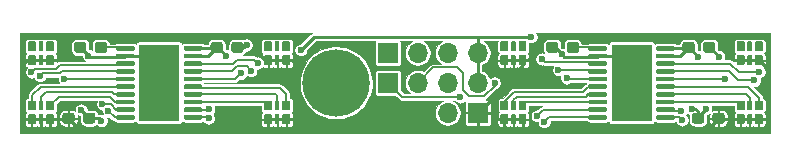
<source format=gbr>
%TF.GenerationSoftware,KiCad,Pcbnew,5.99.0-unknown-4d9d1a5~100~ubuntu19.10.1*%
%TF.CreationDate,2020-03-24T19:27:39+01:00*%
%TF.ProjectId,LEDBoard_4x2_p20x5,4c454442-6f61-4726-945f-3478325f7032,v1.0.0*%
%TF.SameCoordinates,Original*%
%TF.FileFunction,Copper,L1,Top*%
%TF.FilePolarity,Positive*%
%FSLAX46Y46*%
G04 Gerber Fmt 4.6, Leading zero omitted, Abs format (unit mm)*
G04 Created by KiCad (PCBNEW 5.99.0-unknown-4d9d1a5~100~ubuntu19.10.1) date 2020-03-24 19:27:39*
%MOMM*%
%LPD*%
G01*
G04 APERTURE LIST*
%TA.AperFunction,ViaPad*%
%ADD10C,0.450000*%
%TD*%
%TA.AperFunction,ViaPad*%
%ADD11C,0.600000*%
%TD*%
%TA.AperFunction,Conductor*%
%ADD12R,3.400000X6.500000*%
%TD*%
%TA.AperFunction,ComponentPad*%
%ADD13O,1.700000X1.700000*%
%TD*%
%TA.AperFunction,ComponentPad*%
%ADD14R,1.700000X1.700000*%
%TD*%
%TA.AperFunction,ComponentPad*%
%ADD15C,5.700000*%
%TD*%
%TA.AperFunction,Conductor*%
%ADD16C,0.250000*%
%TD*%
%TA.AperFunction,Conductor*%
%ADD17C,0.150000*%
%TD*%
%TA.AperFunction,Conductor*%
%ADD18C,0.200000*%
%TD*%
%TA.AperFunction,Conductor*%
%ADD19C,0.100000*%
%TD*%
G04 APERTURE END LIST*
D10*
X89230000Y-101915000D03*
X90770000Y-101915000D03*
X90000000Y-101915000D03*
%TA.AperFunction,SMDPad,CuDef*%
G36*
G01*
X90435000Y-103433000D02*
X90435000Y-102737000D01*
G75*
G02*
X90502000Y-102670000I67000J0D01*
G01*
X91038000Y-102670000D01*
G75*
G02*
X91105000Y-102737000I0J-67000D01*
G01*
X91105000Y-103433000D01*
G75*
G02*
X91038000Y-103500000I-67000J0D01*
G01*
X90502000Y-103500000D01*
G75*
G02*
X90435000Y-103433000I0J67000D01*
G01*
G37*
%TD.AperFunction*%
%TA.AperFunction,SMDPad,CuDef*%
G36*
G01*
X89815000Y-103463000D02*
X89815000Y-102707000D01*
G75*
G02*
X89852000Y-102670000I37000J0D01*
G01*
X90148000Y-102670000D01*
G75*
G02*
X90185000Y-102707000I0J-37000D01*
G01*
X90185000Y-103463000D01*
G75*
G02*
X90148000Y-103500000I-37000J0D01*
G01*
X89852000Y-103500000D01*
G75*
G02*
X89815000Y-103463000I0J37000D01*
G01*
G37*
%TD.AperFunction*%
%TA.AperFunction,SMDPad,CuDef*%
G36*
G01*
X88895000Y-103433000D02*
X88895000Y-102737000D01*
G75*
G02*
X88962000Y-102670000I67000J0D01*
G01*
X89498000Y-102670000D01*
G75*
G02*
X89565000Y-102737000I0J-67000D01*
G01*
X89565000Y-103433000D01*
G75*
G02*
X89498000Y-103500000I-67000J0D01*
G01*
X88962000Y-103500000D01*
G75*
G02*
X88895000Y-103433000I0J67000D01*
G01*
G37*
%TD.AperFunction*%
%TA.AperFunction,SMDPad,CuDef*%
G36*
G01*
X90435000Y-102263000D02*
X90435000Y-101567000D01*
G75*
G02*
X90502000Y-101500000I67000J0D01*
G01*
X91038000Y-101500000D01*
G75*
G02*
X91105000Y-101567000I0J-67000D01*
G01*
X91105000Y-102263000D01*
G75*
G02*
X91038000Y-102330000I-67000J0D01*
G01*
X90502000Y-102330000D01*
G75*
G02*
X90435000Y-102263000I0J67000D01*
G01*
G37*
%TD.AperFunction*%
%TA.AperFunction,SMDPad,CuDef*%
G36*
G01*
X89815000Y-102293000D02*
X89815000Y-101537000D01*
G75*
G02*
X89852000Y-101500000I37000J0D01*
G01*
X90148000Y-101500000D01*
G75*
G02*
X90185000Y-101537000I0J-37000D01*
G01*
X90185000Y-102293000D01*
G75*
G02*
X90148000Y-102330000I-37000J0D01*
G01*
X89852000Y-102330000D01*
G75*
G02*
X89815000Y-102293000I0J37000D01*
G01*
G37*
%TD.AperFunction*%
%TA.AperFunction,SMDPad,CuDef*%
G36*
G01*
X88895000Y-102263000D02*
X88895000Y-101567000D01*
G75*
G02*
X88962000Y-101500000I67000J0D01*
G01*
X89498000Y-101500000D01*
G75*
G02*
X89565000Y-101567000I0J-67000D01*
G01*
X89565000Y-102263000D01*
G75*
G02*
X89498000Y-102330000I-67000J0D01*
G01*
X88962000Y-102330000D01*
G75*
G02*
X88895000Y-102263000I0J67000D01*
G01*
G37*
%TD.AperFunction*%
X129230000Y-101915000D03*
X130770000Y-101915000D03*
X130000000Y-101915000D03*
%TA.AperFunction,SMDPad,CuDef*%
G36*
G01*
X130435000Y-103433000D02*
X130435000Y-102737000D01*
G75*
G02*
X130502000Y-102670000I67000J0D01*
G01*
X131038000Y-102670000D01*
G75*
G02*
X131105000Y-102737000I0J-67000D01*
G01*
X131105000Y-103433000D01*
G75*
G02*
X131038000Y-103500000I-67000J0D01*
G01*
X130502000Y-103500000D01*
G75*
G02*
X130435000Y-103433000I0J67000D01*
G01*
G37*
%TD.AperFunction*%
%TA.AperFunction,SMDPad,CuDef*%
G36*
G01*
X129815000Y-103463000D02*
X129815000Y-102707000D01*
G75*
G02*
X129852000Y-102670000I37000J0D01*
G01*
X130148000Y-102670000D01*
G75*
G02*
X130185000Y-102707000I0J-37000D01*
G01*
X130185000Y-103463000D01*
G75*
G02*
X130148000Y-103500000I-37000J0D01*
G01*
X129852000Y-103500000D01*
G75*
G02*
X129815000Y-103463000I0J37000D01*
G01*
G37*
%TD.AperFunction*%
%TA.AperFunction,SMDPad,CuDef*%
G36*
G01*
X128895000Y-103433000D02*
X128895000Y-102737000D01*
G75*
G02*
X128962000Y-102670000I67000J0D01*
G01*
X129498000Y-102670000D01*
G75*
G02*
X129565000Y-102737000I0J-67000D01*
G01*
X129565000Y-103433000D01*
G75*
G02*
X129498000Y-103500000I-67000J0D01*
G01*
X128962000Y-103500000D01*
G75*
G02*
X128895000Y-103433000I0J67000D01*
G01*
G37*
%TD.AperFunction*%
%TA.AperFunction,SMDPad,CuDef*%
G36*
G01*
X130435000Y-102263000D02*
X130435000Y-101567000D01*
G75*
G02*
X130502000Y-101500000I67000J0D01*
G01*
X131038000Y-101500000D01*
G75*
G02*
X131105000Y-101567000I0J-67000D01*
G01*
X131105000Y-102263000D01*
G75*
G02*
X131038000Y-102330000I-67000J0D01*
G01*
X130502000Y-102330000D01*
G75*
G02*
X130435000Y-102263000I0J67000D01*
G01*
G37*
%TD.AperFunction*%
%TA.AperFunction,SMDPad,CuDef*%
G36*
G01*
X129815000Y-102293000D02*
X129815000Y-101537000D01*
G75*
G02*
X129852000Y-101500000I37000J0D01*
G01*
X130148000Y-101500000D01*
G75*
G02*
X130185000Y-101537000I0J-37000D01*
G01*
X130185000Y-102293000D01*
G75*
G02*
X130148000Y-102330000I-37000J0D01*
G01*
X129852000Y-102330000D01*
G75*
G02*
X129815000Y-102293000I0J37000D01*
G01*
G37*
%TD.AperFunction*%
%TA.AperFunction,SMDPad,CuDef*%
G36*
G01*
X128895000Y-102263000D02*
X128895000Y-101567000D01*
G75*
G02*
X128962000Y-101500000I67000J0D01*
G01*
X129498000Y-101500000D01*
G75*
G02*
X129565000Y-101567000I0J-67000D01*
G01*
X129565000Y-102263000D01*
G75*
G02*
X129498000Y-102330000I-67000J0D01*
G01*
X128962000Y-102330000D01*
G75*
G02*
X128895000Y-102263000I0J67000D01*
G01*
G37*
%TD.AperFunction*%
X129230000Y-96915000D03*
X130770000Y-96915000D03*
X130000000Y-96915000D03*
%TA.AperFunction,SMDPad,CuDef*%
G36*
G01*
X130435000Y-98433000D02*
X130435000Y-97737000D01*
G75*
G02*
X130502000Y-97670000I67000J0D01*
G01*
X131038000Y-97670000D01*
G75*
G02*
X131105000Y-97737000I0J-67000D01*
G01*
X131105000Y-98433000D01*
G75*
G02*
X131038000Y-98500000I-67000J0D01*
G01*
X130502000Y-98500000D01*
G75*
G02*
X130435000Y-98433000I0J67000D01*
G01*
G37*
%TD.AperFunction*%
%TA.AperFunction,SMDPad,CuDef*%
G36*
G01*
X129815000Y-98463000D02*
X129815000Y-97707000D01*
G75*
G02*
X129852000Y-97670000I37000J0D01*
G01*
X130148000Y-97670000D01*
G75*
G02*
X130185000Y-97707000I0J-37000D01*
G01*
X130185000Y-98463000D01*
G75*
G02*
X130148000Y-98500000I-37000J0D01*
G01*
X129852000Y-98500000D01*
G75*
G02*
X129815000Y-98463000I0J37000D01*
G01*
G37*
%TD.AperFunction*%
%TA.AperFunction,SMDPad,CuDef*%
G36*
G01*
X128895000Y-98433000D02*
X128895000Y-97737000D01*
G75*
G02*
X128962000Y-97670000I67000J0D01*
G01*
X129498000Y-97670000D01*
G75*
G02*
X129565000Y-97737000I0J-67000D01*
G01*
X129565000Y-98433000D01*
G75*
G02*
X129498000Y-98500000I-67000J0D01*
G01*
X128962000Y-98500000D01*
G75*
G02*
X128895000Y-98433000I0J67000D01*
G01*
G37*
%TD.AperFunction*%
%TA.AperFunction,SMDPad,CuDef*%
G36*
G01*
X130435000Y-97263000D02*
X130435000Y-96567000D01*
G75*
G02*
X130502000Y-96500000I67000J0D01*
G01*
X131038000Y-96500000D01*
G75*
G02*
X131105000Y-96567000I0J-67000D01*
G01*
X131105000Y-97263000D01*
G75*
G02*
X131038000Y-97330000I-67000J0D01*
G01*
X130502000Y-97330000D01*
G75*
G02*
X130435000Y-97263000I0J67000D01*
G01*
G37*
%TD.AperFunction*%
%TA.AperFunction,SMDPad,CuDef*%
G36*
G01*
X129815000Y-97293000D02*
X129815000Y-96537000D01*
G75*
G02*
X129852000Y-96500000I37000J0D01*
G01*
X130148000Y-96500000D01*
G75*
G02*
X130185000Y-96537000I0J-37000D01*
G01*
X130185000Y-97293000D01*
G75*
G02*
X130148000Y-97330000I-37000J0D01*
G01*
X129852000Y-97330000D01*
G75*
G02*
X129815000Y-97293000I0J37000D01*
G01*
G37*
%TD.AperFunction*%
%TA.AperFunction,SMDPad,CuDef*%
G36*
G01*
X128895000Y-97263000D02*
X128895000Y-96567000D01*
G75*
G02*
X128962000Y-96500000I67000J0D01*
G01*
X129498000Y-96500000D01*
G75*
G02*
X129565000Y-96567000I0J-67000D01*
G01*
X129565000Y-97263000D01*
G75*
G02*
X129498000Y-97330000I-67000J0D01*
G01*
X128962000Y-97330000D01*
G75*
G02*
X128895000Y-97263000I0J67000D01*
G01*
G37*
%TD.AperFunction*%
X109230000Y-101915000D03*
X110770000Y-101915000D03*
X110000000Y-101915000D03*
%TA.AperFunction,SMDPad,CuDef*%
G36*
G01*
X110435000Y-103433000D02*
X110435000Y-102737000D01*
G75*
G02*
X110502000Y-102670000I67000J0D01*
G01*
X111038000Y-102670000D01*
G75*
G02*
X111105000Y-102737000I0J-67000D01*
G01*
X111105000Y-103433000D01*
G75*
G02*
X111038000Y-103500000I-67000J0D01*
G01*
X110502000Y-103500000D01*
G75*
G02*
X110435000Y-103433000I0J67000D01*
G01*
G37*
%TD.AperFunction*%
%TA.AperFunction,SMDPad,CuDef*%
G36*
G01*
X109815000Y-103463000D02*
X109815000Y-102707000D01*
G75*
G02*
X109852000Y-102670000I37000J0D01*
G01*
X110148000Y-102670000D01*
G75*
G02*
X110185000Y-102707000I0J-37000D01*
G01*
X110185000Y-103463000D01*
G75*
G02*
X110148000Y-103500000I-37000J0D01*
G01*
X109852000Y-103500000D01*
G75*
G02*
X109815000Y-103463000I0J37000D01*
G01*
G37*
%TD.AperFunction*%
%TA.AperFunction,SMDPad,CuDef*%
G36*
G01*
X108895000Y-103433000D02*
X108895000Y-102737000D01*
G75*
G02*
X108962000Y-102670000I67000J0D01*
G01*
X109498000Y-102670000D01*
G75*
G02*
X109565000Y-102737000I0J-67000D01*
G01*
X109565000Y-103433000D01*
G75*
G02*
X109498000Y-103500000I-67000J0D01*
G01*
X108962000Y-103500000D01*
G75*
G02*
X108895000Y-103433000I0J67000D01*
G01*
G37*
%TD.AperFunction*%
%TA.AperFunction,SMDPad,CuDef*%
G36*
G01*
X110435000Y-102263000D02*
X110435000Y-101567000D01*
G75*
G02*
X110502000Y-101500000I67000J0D01*
G01*
X111038000Y-101500000D01*
G75*
G02*
X111105000Y-101567000I0J-67000D01*
G01*
X111105000Y-102263000D01*
G75*
G02*
X111038000Y-102330000I-67000J0D01*
G01*
X110502000Y-102330000D01*
G75*
G02*
X110435000Y-102263000I0J67000D01*
G01*
G37*
%TD.AperFunction*%
%TA.AperFunction,SMDPad,CuDef*%
G36*
G01*
X109815000Y-102293000D02*
X109815000Y-101537000D01*
G75*
G02*
X109852000Y-101500000I37000J0D01*
G01*
X110148000Y-101500000D01*
G75*
G02*
X110185000Y-101537000I0J-37000D01*
G01*
X110185000Y-102293000D01*
G75*
G02*
X110148000Y-102330000I-37000J0D01*
G01*
X109852000Y-102330000D01*
G75*
G02*
X109815000Y-102293000I0J37000D01*
G01*
G37*
%TD.AperFunction*%
%TA.AperFunction,SMDPad,CuDef*%
G36*
G01*
X108895000Y-102263000D02*
X108895000Y-101567000D01*
G75*
G02*
X108962000Y-101500000I67000J0D01*
G01*
X109498000Y-101500000D01*
G75*
G02*
X109565000Y-101567000I0J-67000D01*
G01*
X109565000Y-102263000D01*
G75*
G02*
X109498000Y-102330000I-67000J0D01*
G01*
X108962000Y-102330000D01*
G75*
G02*
X108895000Y-102263000I0J67000D01*
G01*
G37*
%TD.AperFunction*%
X109230000Y-96915000D03*
X110770000Y-96915000D03*
X110000000Y-96915000D03*
%TA.AperFunction,SMDPad,CuDef*%
G36*
G01*
X110435000Y-98433000D02*
X110435000Y-97737000D01*
G75*
G02*
X110502000Y-97670000I67000J0D01*
G01*
X111038000Y-97670000D01*
G75*
G02*
X111105000Y-97737000I0J-67000D01*
G01*
X111105000Y-98433000D01*
G75*
G02*
X111038000Y-98500000I-67000J0D01*
G01*
X110502000Y-98500000D01*
G75*
G02*
X110435000Y-98433000I0J67000D01*
G01*
G37*
%TD.AperFunction*%
%TA.AperFunction,SMDPad,CuDef*%
G36*
G01*
X109815000Y-98463000D02*
X109815000Y-97707000D01*
G75*
G02*
X109852000Y-97670000I37000J0D01*
G01*
X110148000Y-97670000D01*
G75*
G02*
X110185000Y-97707000I0J-37000D01*
G01*
X110185000Y-98463000D01*
G75*
G02*
X110148000Y-98500000I-37000J0D01*
G01*
X109852000Y-98500000D01*
G75*
G02*
X109815000Y-98463000I0J37000D01*
G01*
G37*
%TD.AperFunction*%
%TA.AperFunction,SMDPad,CuDef*%
G36*
G01*
X108895000Y-98433000D02*
X108895000Y-97737000D01*
G75*
G02*
X108962000Y-97670000I67000J0D01*
G01*
X109498000Y-97670000D01*
G75*
G02*
X109565000Y-97737000I0J-67000D01*
G01*
X109565000Y-98433000D01*
G75*
G02*
X109498000Y-98500000I-67000J0D01*
G01*
X108962000Y-98500000D01*
G75*
G02*
X108895000Y-98433000I0J67000D01*
G01*
G37*
%TD.AperFunction*%
%TA.AperFunction,SMDPad,CuDef*%
G36*
G01*
X110435000Y-97263000D02*
X110435000Y-96567000D01*
G75*
G02*
X110502000Y-96500000I67000J0D01*
G01*
X111038000Y-96500000D01*
G75*
G02*
X111105000Y-96567000I0J-67000D01*
G01*
X111105000Y-97263000D01*
G75*
G02*
X111038000Y-97330000I-67000J0D01*
G01*
X110502000Y-97330000D01*
G75*
G02*
X110435000Y-97263000I0J67000D01*
G01*
G37*
%TD.AperFunction*%
%TA.AperFunction,SMDPad,CuDef*%
G36*
G01*
X109815000Y-97293000D02*
X109815000Y-96537000D01*
G75*
G02*
X109852000Y-96500000I37000J0D01*
G01*
X110148000Y-96500000D01*
G75*
G02*
X110185000Y-96537000I0J-37000D01*
G01*
X110185000Y-97293000D01*
G75*
G02*
X110148000Y-97330000I-37000J0D01*
G01*
X109852000Y-97330000D01*
G75*
G02*
X109815000Y-97293000I0J37000D01*
G01*
G37*
%TD.AperFunction*%
%TA.AperFunction,SMDPad,CuDef*%
G36*
G01*
X108895000Y-97263000D02*
X108895000Y-96567000D01*
G75*
G02*
X108962000Y-96500000I67000J0D01*
G01*
X109498000Y-96500000D01*
G75*
G02*
X109565000Y-96567000I0J-67000D01*
G01*
X109565000Y-97263000D01*
G75*
G02*
X109498000Y-97330000I-67000J0D01*
G01*
X108962000Y-97330000D01*
G75*
G02*
X108895000Y-97263000I0J67000D01*
G01*
G37*
%TD.AperFunction*%
X89230000Y-96915000D03*
X90770000Y-96915000D03*
X90000000Y-96915000D03*
%TA.AperFunction,SMDPad,CuDef*%
G36*
G01*
X90435000Y-98433000D02*
X90435000Y-97737000D01*
G75*
G02*
X90502000Y-97670000I67000J0D01*
G01*
X91038000Y-97670000D01*
G75*
G02*
X91105000Y-97737000I0J-67000D01*
G01*
X91105000Y-98433000D01*
G75*
G02*
X91038000Y-98500000I-67000J0D01*
G01*
X90502000Y-98500000D01*
G75*
G02*
X90435000Y-98433000I0J67000D01*
G01*
G37*
%TD.AperFunction*%
%TA.AperFunction,SMDPad,CuDef*%
G36*
G01*
X89815000Y-98463000D02*
X89815000Y-97707000D01*
G75*
G02*
X89852000Y-97670000I37000J0D01*
G01*
X90148000Y-97670000D01*
G75*
G02*
X90185000Y-97707000I0J-37000D01*
G01*
X90185000Y-98463000D01*
G75*
G02*
X90148000Y-98500000I-37000J0D01*
G01*
X89852000Y-98500000D01*
G75*
G02*
X89815000Y-98463000I0J37000D01*
G01*
G37*
%TD.AperFunction*%
%TA.AperFunction,SMDPad,CuDef*%
G36*
G01*
X88895000Y-98433000D02*
X88895000Y-97737000D01*
G75*
G02*
X88962000Y-97670000I67000J0D01*
G01*
X89498000Y-97670000D01*
G75*
G02*
X89565000Y-97737000I0J-67000D01*
G01*
X89565000Y-98433000D01*
G75*
G02*
X89498000Y-98500000I-67000J0D01*
G01*
X88962000Y-98500000D01*
G75*
G02*
X88895000Y-98433000I0J67000D01*
G01*
G37*
%TD.AperFunction*%
%TA.AperFunction,SMDPad,CuDef*%
G36*
G01*
X90435000Y-97263000D02*
X90435000Y-96567000D01*
G75*
G02*
X90502000Y-96500000I67000J0D01*
G01*
X91038000Y-96500000D01*
G75*
G02*
X91105000Y-96567000I0J-67000D01*
G01*
X91105000Y-97263000D01*
G75*
G02*
X91038000Y-97330000I-67000J0D01*
G01*
X90502000Y-97330000D01*
G75*
G02*
X90435000Y-97263000I0J67000D01*
G01*
G37*
%TD.AperFunction*%
%TA.AperFunction,SMDPad,CuDef*%
G36*
G01*
X89815000Y-97293000D02*
X89815000Y-96537000D01*
G75*
G02*
X89852000Y-96500000I37000J0D01*
G01*
X90148000Y-96500000D01*
G75*
G02*
X90185000Y-96537000I0J-37000D01*
G01*
X90185000Y-97293000D01*
G75*
G02*
X90148000Y-97330000I-37000J0D01*
G01*
X89852000Y-97330000D01*
G75*
G02*
X89815000Y-97293000I0J37000D01*
G01*
G37*
%TD.AperFunction*%
%TA.AperFunction,SMDPad,CuDef*%
G36*
G01*
X88895000Y-97263000D02*
X88895000Y-96567000D01*
G75*
G02*
X88962000Y-96500000I67000J0D01*
G01*
X89498000Y-96500000D01*
G75*
G02*
X89565000Y-96567000I0J-67000D01*
G01*
X89565000Y-97263000D01*
G75*
G02*
X89498000Y-97330000I-67000J0D01*
G01*
X88962000Y-97330000D01*
G75*
G02*
X88895000Y-97263000I0J67000D01*
G01*
G37*
%TD.AperFunction*%
X69230000Y-101915000D03*
X70770000Y-101915000D03*
X70000000Y-101915000D03*
%TA.AperFunction,SMDPad,CuDef*%
G36*
G01*
X70435000Y-103433000D02*
X70435000Y-102737000D01*
G75*
G02*
X70502000Y-102670000I67000J0D01*
G01*
X71038000Y-102670000D01*
G75*
G02*
X71105000Y-102737000I0J-67000D01*
G01*
X71105000Y-103433000D01*
G75*
G02*
X71038000Y-103500000I-67000J0D01*
G01*
X70502000Y-103500000D01*
G75*
G02*
X70435000Y-103433000I0J67000D01*
G01*
G37*
%TD.AperFunction*%
%TA.AperFunction,SMDPad,CuDef*%
G36*
G01*
X69815000Y-103463000D02*
X69815000Y-102707000D01*
G75*
G02*
X69852000Y-102670000I37000J0D01*
G01*
X70148000Y-102670000D01*
G75*
G02*
X70185000Y-102707000I0J-37000D01*
G01*
X70185000Y-103463000D01*
G75*
G02*
X70148000Y-103500000I-37000J0D01*
G01*
X69852000Y-103500000D01*
G75*
G02*
X69815000Y-103463000I0J37000D01*
G01*
G37*
%TD.AperFunction*%
%TA.AperFunction,SMDPad,CuDef*%
G36*
G01*
X68895000Y-103433000D02*
X68895000Y-102737000D01*
G75*
G02*
X68962000Y-102670000I67000J0D01*
G01*
X69498000Y-102670000D01*
G75*
G02*
X69565000Y-102737000I0J-67000D01*
G01*
X69565000Y-103433000D01*
G75*
G02*
X69498000Y-103500000I-67000J0D01*
G01*
X68962000Y-103500000D01*
G75*
G02*
X68895000Y-103433000I0J67000D01*
G01*
G37*
%TD.AperFunction*%
%TA.AperFunction,SMDPad,CuDef*%
G36*
G01*
X70435000Y-102263000D02*
X70435000Y-101567000D01*
G75*
G02*
X70502000Y-101500000I67000J0D01*
G01*
X71038000Y-101500000D01*
G75*
G02*
X71105000Y-101567000I0J-67000D01*
G01*
X71105000Y-102263000D01*
G75*
G02*
X71038000Y-102330000I-67000J0D01*
G01*
X70502000Y-102330000D01*
G75*
G02*
X70435000Y-102263000I0J67000D01*
G01*
G37*
%TD.AperFunction*%
%TA.AperFunction,SMDPad,CuDef*%
G36*
G01*
X69815000Y-102293000D02*
X69815000Y-101537000D01*
G75*
G02*
X69852000Y-101500000I37000J0D01*
G01*
X70148000Y-101500000D01*
G75*
G02*
X70185000Y-101537000I0J-37000D01*
G01*
X70185000Y-102293000D01*
G75*
G02*
X70148000Y-102330000I-37000J0D01*
G01*
X69852000Y-102330000D01*
G75*
G02*
X69815000Y-102293000I0J37000D01*
G01*
G37*
%TD.AperFunction*%
%TA.AperFunction,SMDPad,CuDef*%
G36*
G01*
X68895000Y-102263000D02*
X68895000Y-101567000D01*
G75*
G02*
X68962000Y-101500000I67000J0D01*
G01*
X69498000Y-101500000D01*
G75*
G02*
X69565000Y-101567000I0J-67000D01*
G01*
X69565000Y-102263000D01*
G75*
G02*
X69498000Y-102330000I-67000J0D01*
G01*
X68962000Y-102330000D01*
G75*
G02*
X68895000Y-102263000I0J67000D01*
G01*
G37*
%TD.AperFunction*%
X69230000Y-96915000D03*
X70770000Y-96915000D03*
X70000000Y-96915000D03*
%TA.AperFunction,SMDPad,CuDef*%
G36*
G01*
X70435000Y-98433000D02*
X70435000Y-97737000D01*
G75*
G02*
X70502000Y-97670000I67000J0D01*
G01*
X71038000Y-97670000D01*
G75*
G02*
X71105000Y-97737000I0J-67000D01*
G01*
X71105000Y-98433000D01*
G75*
G02*
X71038000Y-98500000I-67000J0D01*
G01*
X70502000Y-98500000D01*
G75*
G02*
X70435000Y-98433000I0J67000D01*
G01*
G37*
%TD.AperFunction*%
%TA.AperFunction,SMDPad,CuDef*%
G36*
G01*
X69815000Y-98463000D02*
X69815000Y-97707000D01*
G75*
G02*
X69852000Y-97670000I37000J0D01*
G01*
X70148000Y-97670000D01*
G75*
G02*
X70185000Y-97707000I0J-37000D01*
G01*
X70185000Y-98463000D01*
G75*
G02*
X70148000Y-98500000I-37000J0D01*
G01*
X69852000Y-98500000D01*
G75*
G02*
X69815000Y-98463000I0J37000D01*
G01*
G37*
%TD.AperFunction*%
%TA.AperFunction,SMDPad,CuDef*%
G36*
G01*
X68895000Y-98433000D02*
X68895000Y-97737000D01*
G75*
G02*
X68962000Y-97670000I67000J0D01*
G01*
X69498000Y-97670000D01*
G75*
G02*
X69565000Y-97737000I0J-67000D01*
G01*
X69565000Y-98433000D01*
G75*
G02*
X69498000Y-98500000I-67000J0D01*
G01*
X68962000Y-98500000D01*
G75*
G02*
X68895000Y-98433000I0J67000D01*
G01*
G37*
%TD.AperFunction*%
%TA.AperFunction,SMDPad,CuDef*%
G36*
G01*
X70435000Y-97263000D02*
X70435000Y-96567000D01*
G75*
G02*
X70502000Y-96500000I67000J0D01*
G01*
X71038000Y-96500000D01*
G75*
G02*
X71105000Y-96567000I0J-67000D01*
G01*
X71105000Y-97263000D01*
G75*
G02*
X71038000Y-97330000I-67000J0D01*
G01*
X70502000Y-97330000D01*
G75*
G02*
X70435000Y-97263000I0J67000D01*
G01*
G37*
%TD.AperFunction*%
%TA.AperFunction,SMDPad,CuDef*%
G36*
G01*
X69815000Y-97293000D02*
X69815000Y-96537000D01*
G75*
G02*
X69852000Y-96500000I37000J0D01*
G01*
X70148000Y-96500000D01*
G75*
G02*
X70185000Y-96537000I0J-37000D01*
G01*
X70185000Y-97293000D01*
G75*
G02*
X70148000Y-97330000I-37000J0D01*
G01*
X69852000Y-97330000D01*
G75*
G02*
X69815000Y-97293000I0J37000D01*
G01*
G37*
%TD.AperFunction*%
%TA.AperFunction,SMDPad,CuDef*%
G36*
G01*
X68895000Y-97263000D02*
X68895000Y-96567000D01*
G75*
G02*
X68962000Y-96500000I67000J0D01*
G01*
X69498000Y-96500000D01*
G75*
G02*
X69565000Y-96567000I0J-67000D01*
G01*
X69565000Y-97263000D01*
G75*
G02*
X69498000Y-97330000I-67000J0D01*
G01*
X68962000Y-97330000D01*
G75*
G02*
X68895000Y-97263000I0J67000D01*
G01*
G37*
%TD.AperFunction*%
%TA.AperFunction,SMDPad,CuDef*%
G36*
G01*
X73550000Y-103237500D02*
X73550000Y-102762500D01*
G75*
G02*
X73787500Y-102525000I237500J0D01*
G01*
X74362500Y-102525000D01*
G75*
G02*
X74600000Y-102762500I0J-237500D01*
G01*
X74600000Y-103237500D01*
G75*
G02*
X74362500Y-103475000I-237500J0D01*
G01*
X73787500Y-103475000D01*
G75*
G02*
X73550000Y-103237500I0J237500D01*
G01*
G37*
%TD.AperFunction*%
%TA.AperFunction,SMDPad,CuDef*%
G36*
G01*
X71800000Y-103237500D02*
X71800000Y-102762500D01*
G75*
G02*
X72037500Y-102525000I237500J0D01*
G01*
X72612500Y-102525000D01*
G75*
G02*
X72850000Y-102762500I0J-237500D01*
G01*
X72850000Y-103237500D01*
G75*
G02*
X72612500Y-103475000I-237500J0D01*
G01*
X72037500Y-103475000D01*
G75*
G02*
X71800000Y-103237500I0J237500D01*
G01*
G37*
%TD.AperFunction*%
D11*
X121300000Y-102600000D03*
X120000000Y-102600000D03*
X118700000Y-102600000D03*
X121300000Y-101300000D03*
X120000000Y-101300000D03*
X118700000Y-101300000D03*
X121300000Y-100000000D03*
X120000000Y-100000000D03*
X118700000Y-100000000D03*
X121300000Y-98700000D03*
X120000000Y-98700000D03*
X118700000Y-98700000D03*
X121300000Y-97400000D03*
X120000000Y-97400000D03*
X118700000Y-97400000D03*
D12*
X120000000Y-100000000D03*
%TA.AperFunction,SMDPad,CuDef*%
G36*
G01*
X122075000Y-97175000D02*
X122075000Y-96975000D01*
G75*
G02*
X122175000Y-96875000I100000J0D01*
G01*
X123550000Y-96875000D01*
G75*
G02*
X123650000Y-96975000I0J-100000D01*
G01*
X123650000Y-97175000D01*
G75*
G02*
X123550000Y-97275000I-100000J0D01*
G01*
X122175000Y-97275000D01*
G75*
G02*
X122075000Y-97175000I0J100000D01*
G01*
G37*
%TD.AperFunction*%
%TA.AperFunction,SMDPad,CuDef*%
G36*
G01*
X122075000Y-97825000D02*
X122075000Y-97625000D01*
G75*
G02*
X122175000Y-97525000I100000J0D01*
G01*
X123550000Y-97525000D01*
G75*
G02*
X123650000Y-97625000I0J-100000D01*
G01*
X123650000Y-97825000D01*
G75*
G02*
X123550000Y-97925000I-100000J0D01*
G01*
X122175000Y-97925000D01*
G75*
G02*
X122075000Y-97825000I0J100000D01*
G01*
G37*
%TD.AperFunction*%
%TA.AperFunction,SMDPad,CuDef*%
G36*
G01*
X122075000Y-98475000D02*
X122075000Y-98275000D01*
G75*
G02*
X122175000Y-98175000I100000J0D01*
G01*
X123550000Y-98175000D01*
G75*
G02*
X123650000Y-98275000I0J-100000D01*
G01*
X123650000Y-98475000D01*
G75*
G02*
X123550000Y-98575000I-100000J0D01*
G01*
X122175000Y-98575000D01*
G75*
G02*
X122075000Y-98475000I0J100000D01*
G01*
G37*
%TD.AperFunction*%
%TA.AperFunction,SMDPad,CuDef*%
G36*
G01*
X122075000Y-99125000D02*
X122075000Y-98925000D01*
G75*
G02*
X122175000Y-98825000I100000J0D01*
G01*
X123550000Y-98825000D01*
G75*
G02*
X123650000Y-98925000I0J-100000D01*
G01*
X123650000Y-99125000D01*
G75*
G02*
X123550000Y-99225000I-100000J0D01*
G01*
X122175000Y-99225000D01*
G75*
G02*
X122075000Y-99125000I0J100000D01*
G01*
G37*
%TD.AperFunction*%
%TA.AperFunction,SMDPad,CuDef*%
G36*
G01*
X122075000Y-99775000D02*
X122075000Y-99575000D01*
G75*
G02*
X122175000Y-99475000I100000J0D01*
G01*
X123550000Y-99475000D01*
G75*
G02*
X123650000Y-99575000I0J-100000D01*
G01*
X123650000Y-99775000D01*
G75*
G02*
X123550000Y-99875000I-100000J0D01*
G01*
X122175000Y-99875000D01*
G75*
G02*
X122075000Y-99775000I0J100000D01*
G01*
G37*
%TD.AperFunction*%
%TA.AperFunction,SMDPad,CuDef*%
G36*
G01*
X122075000Y-100425000D02*
X122075000Y-100225000D01*
G75*
G02*
X122175000Y-100125000I100000J0D01*
G01*
X123550000Y-100125000D01*
G75*
G02*
X123650000Y-100225000I0J-100000D01*
G01*
X123650000Y-100425000D01*
G75*
G02*
X123550000Y-100525000I-100000J0D01*
G01*
X122175000Y-100525000D01*
G75*
G02*
X122075000Y-100425000I0J100000D01*
G01*
G37*
%TD.AperFunction*%
%TA.AperFunction,SMDPad,CuDef*%
G36*
G01*
X122075000Y-101075000D02*
X122075000Y-100875000D01*
G75*
G02*
X122175000Y-100775000I100000J0D01*
G01*
X123550000Y-100775000D01*
G75*
G02*
X123650000Y-100875000I0J-100000D01*
G01*
X123650000Y-101075000D01*
G75*
G02*
X123550000Y-101175000I-100000J0D01*
G01*
X122175000Y-101175000D01*
G75*
G02*
X122075000Y-101075000I0J100000D01*
G01*
G37*
%TD.AperFunction*%
%TA.AperFunction,SMDPad,CuDef*%
G36*
G01*
X122075000Y-101725000D02*
X122075000Y-101525000D01*
G75*
G02*
X122175000Y-101425000I100000J0D01*
G01*
X123550000Y-101425000D01*
G75*
G02*
X123650000Y-101525000I0J-100000D01*
G01*
X123650000Y-101725000D01*
G75*
G02*
X123550000Y-101825000I-100000J0D01*
G01*
X122175000Y-101825000D01*
G75*
G02*
X122075000Y-101725000I0J100000D01*
G01*
G37*
%TD.AperFunction*%
%TA.AperFunction,SMDPad,CuDef*%
G36*
G01*
X122075000Y-102375000D02*
X122075000Y-102175000D01*
G75*
G02*
X122175000Y-102075000I100000J0D01*
G01*
X123550000Y-102075000D01*
G75*
G02*
X123650000Y-102175000I0J-100000D01*
G01*
X123650000Y-102375000D01*
G75*
G02*
X123550000Y-102475000I-100000J0D01*
G01*
X122175000Y-102475000D01*
G75*
G02*
X122075000Y-102375000I0J100000D01*
G01*
G37*
%TD.AperFunction*%
%TA.AperFunction,SMDPad,CuDef*%
G36*
G01*
X122075000Y-103025000D02*
X122075000Y-102825000D01*
G75*
G02*
X122175000Y-102725000I100000J0D01*
G01*
X123550000Y-102725000D01*
G75*
G02*
X123650000Y-102825000I0J-100000D01*
G01*
X123650000Y-103025000D01*
G75*
G02*
X123550000Y-103125000I-100000J0D01*
G01*
X122175000Y-103125000D01*
G75*
G02*
X122075000Y-103025000I0J100000D01*
G01*
G37*
%TD.AperFunction*%
%TA.AperFunction,SMDPad,CuDef*%
G36*
G01*
X116350000Y-103025000D02*
X116350000Y-102825000D01*
G75*
G02*
X116450000Y-102725000I100000J0D01*
G01*
X117825000Y-102725000D01*
G75*
G02*
X117925000Y-102825000I0J-100000D01*
G01*
X117925000Y-103025000D01*
G75*
G02*
X117825000Y-103125000I-100000J0D01*
G01*
X116450000Y-103125000D01*
G75*
G02*
X116350000Y-103025000I0J100000D01*
G01*
G37*
%TD.AperFunction*%
%TA.AperFunction,SMDPad,CuDef*%
G36*
G01*
X116350000Y-102375000D02*
X116350000Y-102175000D01*
G75*
G02*
X116450000Y-102075000I100000J0D01*
G01*
X117825000Y-102075000D01*
G75*
G02*
X117925000Y-102175000I0J-100000D01*
G01*
X117925000Y-102375000D01*
G75*
G02*
X117825000Y-102475000I-100000J0D01*
G01*
X116450000Y-102475000D01*
G75*
G02*
X116350000Y-102375000I0J100000D01*
G01*
G37*
%TD.AperFunction*%
%TA.AperFunction,SMDPad,CuDef*%
G36*
G01*
X116350000Y-101725000D02*
X116350000Y-101525000D01*
G75*
G02*
X116450000Y-101425000I100000J0D01*
G01*
X117825000Y-101425000D01*
G75*
G02*
X117925000Y-101525000I0J-100000D01*
G01*
X117925000Y-101725000D01*
G75*
G02*
X117825000Y-101825000I-100000J0D01*
G01*
X116450000Y-101825000D01*
G75*
G02*
X116350000Y-101725000I0J100000D01*
G01*
G37*
%TD.AperFunction*%
%TA.AperFunction,SMDPad,CuDef*%
G36*
G01*
X116350000Y-101075000D02*
X116350000Y-100875000D01*
G75*
G02*
X116450000Y-100775000I100000J0D01*
G01*
X117825000Y-100775000D01*
G75*
G02*
X117925000Y-100875000I0J-100000D01*
G01*
X117925000Y-101075000D01*
G75*
G02*
X117825000Y-101175000I-100000J0D01*
G01*
X116450000Y-101175000D01*
G75*
G02*
X116350000Y-101075000I0J100000D01*
G01*
G37*
%TD.AperFunction*%
%TA.AperFunction,SMDPad,CuDef*%
G36*
G01*
X116350000Y-100425000D02*
X116350000Y-100225000D01*
G75*
G02*
X116450000Y-100125000I100000J0D01*
G01*
X117825000Y-100125000D01*
G75*
G02*
X117925000Y-100225000I0J-100000D01*
G01*
X117925000Y-100425000D01*
G75*
G02*
X117825000Y-100525000I-100000J0D01*
G01*
X116450000Y-100525000D01*
G75*
G02*
X116350000Y-100425000I0J100000D01*
G01*
G37*
%TD.AperFunction*%
%TA.AperFunction,SMDPad,CuDef*%
G36*
G01*
X116350000Y-99775000D02*
X116350000Y-99575000D01*
G75*
G02*
X116450000Y-99475000I100000J0D01*
G01*
X117825000Y-99475000D01*
G75*
G02*
X117925000Y-99575000I0J-100000D01*
G01*
X117925000Y-99775000D01*
G75*
G02*
X117825000Y-99875000I-100000J0D01*
G01*
X116450000Y-99875000D01*
G75*
G02*
X116350000Y-99775000I0J100000D01*
G01*
G37*
%TD.AperFunction*%
%TA.AperFunction,SMDPad,CuDef*%
G36*
G01*
X116350000Y-99125000D02*
X116350000Y-98925000D01*
G75*
G02*
X116450000Y-98825000I100000J0D01*
G01*
X117825000Y-98825000D01*
G75*
G02*
X117925000Y-98925000I0J-100000D01*
G01*
X117925000Y-99125000D01*
G75*
G02*
X117825000Y-99225000I-100000J0D01*
G01*
X116450000Y-99225000D01*
G75*
G02*
X116350000Y-99125000I0J100000D01*
G01*
G37*
%TD.AperFunction*%
%TA.AperFunction,SMDPad,CuDef*%
G36*
G01*
X116350000Y-98475000D02*
X116350000Y-98275000D01*
G75*
G02*
X116450000Y-98175000I100000J0D01*
G01*
X117825000Y-98175000D01*
G75*
G02*
X117925000Y-98275000I0J-100000D01*
G01*
X117925000Y-98475000D01*
G75*
G02*
X117825000Y-98575000I-100000J0D01*
G01*
X116450000Y-98575000D01*
G75*
G02*
X116350000Y-98475000I0J100000D01*
G01*
G37*
%TD.AperFunction*%
%TA.AperFunction,SMDPad,CuDef*%
G36*
G01*
X116350000Y-97825000D02*
X116350000Y-97625000D01*
G75*
G02*
X116450000Y-97525000I100000J0D01*
G01*
X117825000Y-97525000D01*
G75*
G02*
X117925000Y-97625000I0J-100000D01*
G01*
X117925000Y-97825000D01*
G75*
G02*
X117825000Y-97925000I-100000J0D01*
G01*
X116450000Y-97925000D01*
G75*
G02*
X116350000Y-97825000I0J100000D01*
G01*
G37*
%TD.AperFunction*%
%TA.AperFunction,SMDPad,CuDef*%
G36*
G01*
X116350000Y-97175000D02*
X116350000Y-96975000D01*
G75*
G02*
X116450000Y-96875000I100000J0D01*
G01*
X117825000Y-96875000D01*
G75*
G02*
X117925000Y-96975000I0J-100000D01*
G01*
X117925000Y-97175000D01*
G75*
G02*
X117825000Y-97275000I-100000J0D01*
G01*
X116450000Y-97275000D01*
G75*
G02*
X116350000Y-97175000I0J100000D01*
G01*
G37*
%TD.AperFunction*%
D11*
X81300000Y-102600000D03*
X80000000Y-102600000D03*
X78700000Y-102600000D03*
X81300000Y-101300000D03*
X80000000Y-101300000D03*
X78700000Y-101300000D03*
X81300000Y-100000000D03*
X80000000Y-100000000D03*
X78700000Y-100000000D03*
X81300000Y-98700000D03*
X80000000Y-98700000D03*
X78700000Y-98700000D03*
X81300000Y-97400000D03*
X80000000Y-97400000D03*
X78700000Y-97400000D03*
D12*
X80000000Y-100000000D03*
%TA.AperFunction,SMDPad,CuDef*%
G36*
G01*
X82075000Y-97175000D02*
X82075000Y-96975000D01*
G75*
G02*
X82175000Y-96875000I100000J0D01*
G01*
X83550000Y-96875000D01*
G75*
G02*
X83650000Y-96975000I0J-100000D01*
G01*
X83650000Y-97175000D01*
G75*
G02*
X83550000Y-97275000I-100000J0D01*
G01*
X82175000Y-97275000D01*
G75*
G02*
X82075000Y-97175000I0J100000D01*
G01*
G37*
%TD.AperFunction*%
%TA.AperFunction,SMDPad,CuDef*%
G36*
G01*
X82075000Y-97825000D02*
X82075000Y-97625000D01*
G75*
G02*
X82175000Y-97525000I100000J0D01*
G01*
X83550000Y-97525000D01*
G75*
G02*
X83650000Y-97625000I0J-100000D01*
G01*
X83650000Y-97825000D01*
G75*
G02*
X83550000Y-97925000I-100000J0D01*
G01*
X82175000Y-97925000D01*
G75*
G02*
X82075000Y-97825000I0J100000D01*
G01*
G37*
%TD.AperFunction*%
%TA.AperFunction,SMDPad,CuDef*%
G36*
G01*
X82075000Y-98475000D02*
X82075000Y-98275000D01*
G75*
G02*
X82175000Y-98175000I100000J0D01*
G01*
X83550000Y-98175000D01*
G75*
G02*
X83650000Y-98275000I0J-100000D01*
G01*
X83650000Y-98475000D01*
G75*
G02*
X83550000Y-98575000I-100000J0D01*
G01*
X82175000Y-98575000D01*
G75*
G02*
X82075000Y-98475000I0J100000D01*
G01*
G37*
%TD.AperFunction*%
%TA.AperFunction,SMDPad,CuDef*%
G36*
G01*
X82075000Y-99125000D02*
X82075000Y-98925000D01*
G75*
G02*
X82175000Y-98825000I100000J0D01*
G01*
X83550000Y-98825000D01*
G75*
G02*
X83650000Y-98925000I0J-100000D01*
G01*
X83650000Y-99125000D01*
G75*
G02*
X83550000Y-99225000I-100000J0D01*
G01*
X82175000Y-99225000D01*
G75*
G02*
X82075000Y-99125000I0J100000D01*
G01*
G37*
%TD.AperFunction*%
%TA.AperFunction,SMDPad,CuDef*%
G36*
G01*
X82075000Y-99775000D02*
X82075000Y-99575000D01*
G75*
G02*
X82175000Y-99475000I100000J0D01*
G01*
X83550000Y-99475000D01*
G75*
G02*
X83650000Y-99575000I0J-100000D01*
G01*
X83650000Y-99775000D01*
G75*
G02*
X83550000Y-99875000I-100000J0D01*
G01*
X82175000Y-99875000D01*
G75*
G02*
X82075000Y-99775000I0J100000D01*
G01*
G37*
%TD.AperFunction*%
%TA.AperFunction,SMDPad,CuDef*%
G36*
G01*
X82075000Y-100425000D02*
X82075000Y-100225000D01*
G75*
G02*
X82175000Y-100125000I100000J0D01*
G01*
X83550000Y-100125000D01*
G75*
G02*
X83650000Y-100225000I0J-100000D01*
G01*
X83650000Y-100425000D01*
G75*
G02*
X83550000Y-100525000I-100000J0D01*
G01*
X82175000Y-100525000D01*
G75*
G02*
X82075000Y-100425000I0J100000D01*
G01*
G37*
%TD.AperFunction*%
%TA.AperFunction,SMDPad,CuDef*%
G36*
G01*
X82075000Y-101075000D02*
X82075000Y-100875000D01*
G75*
G02*
X82175000Y-100775000I100000J0D01*
G01*
X83550000Y-100775000D01*
G75*
G02*
X83650000Y-100875000I0J-100000D01*
G01*
X83650000Y-101075000D01*
G75*
G02*
X83550000Y-101175000I-100000J0D01*
G01*
X82175000Y-101175000D01*
G75*
G02*
X82075000Y-101075000I0J100000D01*
G01*
G37*
%TD.AperFunction*%
%TA.AperFunction,SMDPad,CuDef*%
G36*
G01*
X82075000Y-101725000D02*
X82075000Y-101525000D01*
G75*
G02*
X82175000Y-101425000I100000J0D01*
G01*
X83550000Y-101425000D01*
G75*
G02*
X83650000Y-101525000I0J-100000D01*
G01*
X83650000Y-101725000D01*
G75*
G02*
X83550000Y-101825000I-100000J0D01*
G01*
X82175000Y-101825000D01*
G75*
G02*
X82075000Y-101725000I0J100000D01*
G01*
G37*
%TD.AperFunction*%
%TA.AperFunction,SMDPad,CuDef*%
G36*
G01*
X82075000Y-102375000D02*
X82075000Y-102175000D01*
G75*
G02*
X82175000Y-102075000I100000J0D01*
G01*
X83550000Y-102075000D01*
G75*
G02*
X83650000Y-102175000I0J-100000D01*
G01*
X83650000Y-102375000D01*
G75*
G02*
X83550000Y-102475000I-100000J0D01*
G01*
X82175000Y-102475000D01*
G75*
G02*
X82075000Y-102375000I0J100000D01*
G01*
G37*
%TD.AperFunction*%
%TA.AperFunction,SMDPad,CuDef*%
G36*
G01*
X82075000Y-103025000D02*
X82075000Y-102825000D01*
G75*
G02*
X82175000Y-102725000I100000J0D01*
G01*
X83550000Y-102725000D01*
G75*
G02*
X83650000Y-102825000I0J-100000D01*
G01*
X83650000Y-103025000D01*
G75*
G02*
X83550000Y-103125000I-100000J0D01*
G01*
X82175000Y-103125000D01*
G75*
G02*
X82075000Y-103025000I0J100000D01*
G01*
G37*
%TD.AperFunction*%
%TA.AperFunction,SMDPad,CuDef*%
G36*
G01*
X76350000Y-103025000D02*
X76350000Y-102825000D01*
G75*
G02*
X76450000Y-102725000I100000J0D01*
G01*
X77825000Y-102725000D01*
G75*
G02*
X77925000Y-102825000I0J-100000D01*
G01*
X77925000Y-103025000D01*
G75*
G02*
X77825000Y-103125000I-100000J0D01*
G01*
X76450000Y-103125000D01*
G75*
G02*
X76350000Y-103025000I0J100000D01*
G01*
G37*
%TD.AperFunction*%
%TA.AperFunction,SMDPad,CuDef*%
G36*
G01*
X76350000Y-102375000D02*
X76350000Y-102175000D01*
G75*
G02*
X76450000Y-102075000I100000J0D01*
G01*
X77825000Y-102075000D01*
G75*
G02*
X77925000Y-102175000I0J-100000D01*
G01*
X77925000Y-102375000D01*
G75*
G02*
X77825000Y-102475000I-100000J0D01*
G01*
X76450000Y-102475000D01*
G75*
G02*
X76350000Y-102375000I0J100000D01*
G01*
G37*
%TD.AperFunction*%
%TA.AperFunction,SMDPad,CuDef*%
G36*
G01*
X76350000Y-101725000D02*
X76350000Y-101525000D01*
G75*
G02*
X76450000Y-101425000I100000J0D01*
G01*
X77825000Y-101425000D01*
G75*
G02*
X77925000Y-101525000I0J-100000D01*
G01*
X77925000Y-101725000D01*
G75*
G02*
X77825000Y-101825000I-100000J0D01*
G01*
X76450000Y-101825000D01*
G75*
G02*
X76350000Y-101725000I0J100000D01*
G01*
G37*
%TD.AperFunction*%
%TA.AperFunction,SMDPad,CuDef*%
G36*
G01*
X76350000Y-101075000D02*
X76350000Y-100875000D01*
G75*
G02*
X76450000Y-100775000I100000J0D01*
G01*
X77825000Y-100775000D01*
G75*
G02*
X77925000Y-100875000I0J-100000D01*
G01*
X77925000Y-101075000D01*
G75*
G02*
X77825000Y-101175000I-100000J0D01*
G01*
X76450000Y-101175000D01*
G75*
G02*
X76350000Y-101075000I0J100000D01*
G01*
G37*
%TD.AperFunction*%
%TA.AperFunction,SMDPad,CuDef*%
G36*
G01*
X76350000Y-100425000D02*
X76350000Y-100225000D01*
G75*
G02*
X76450000Y-100125000I100000J0D01*
G01*
X77825000Y-100125000D01*
G75*
G02*
X77925000Y-100225000I0J-100000D01*
G01*
X77925000Y-100425000D01*
G75*
G02*
X77825000Y-100525000I-100000J0D01*
G01*
X76450000Y-100525000D01*
G75*
G02*
X76350000Y-100425000I0J100000D01*
G01*
G37*
%TD.AperFunction*%
%TA.AperFunction,SMDPad,CuDef*%
G36*
G01*
X76350000Y-99775000D02*
X76350000Y-99575000D01*
G75*
G02*
X76450000Y-99475000I100000J0D01*
G01*
X77825000Y-99475000D01*
G75*
G02*
X77925000Y-99575000I0J-100000D01*
G01*
X77925000Y-99775000D01*
G75*
G02*
X77825000Y-99875000I-100000J0D01*
G01*
X76450000Y-99875000D01*
G75*
G02*
X76350000Y-99775000I0J100000D01*
G01*
G37*
%TD.AperFunction*%
%TA.AperFunction,SMDPad,CuDef*%
G36*
G01*
X76350000Y-99125000D02*
X76350000Y-98925000D01*
G75*
G02*
X76450000Y-98825000I100000J0D01*
G01*
X77825000Y-98825000D01*
G75*
G02*
X77925000Y-98925000I0J-100000D01*
G01*
X77925000Y-99125000D01*
G75*
G02*
X77825000Y-99225000I-100000J0D01*
G01*
X76450000Y-99225000D01*
G75*
G02*
X76350000Y-99125000I0J100000D01*
G01*
G37*
%TD.AperFunction*%
%TA.AperFunction,SMDPad,CuDef*%
G36*
G01*
X76350000Y-98475000D02*
X76350000Y-98275000D01*
G75*
G02*
X76450000Y-98175000I100000J0D01*
G01*
X77825000Y-98175000D01*
G75*
G02*
X77925000Y-98275000I0J-100000D01*
G01*
X77925000Y-98475000D01*
G75*
G02*
X77825000Y-98575000I-100000J0D01*
G01*
X76450000Y-98575000D01*
G75*
G02*
X76350000Y-98475000I0J100000D01*
G01*
G37*
%TD.AperFunction*%
%TA.AperFunction,SMDPad,CuDef*%
G36*
G01*
X76350000Y-97825000D02*
X76350000Y-97625000D01*
G75*
G02*
X76450000Y-97525000I100000J0D01*
G01*
X77825000Y-97525000D01*
G75*
G02*
X77925000Y-97625000I0J-100000D01*
G01*
X77925000Y-97825000D01*
G75*
G02*
X77825000Y-97925000I-100000J0D01*
G01*
X76450000Y-97925000D01*
G75*
G02*
X76350000Y-97825000I0J100000D01*
G01*
G37*
%TD.AperFunction*%
%TA.AperFunction,SMDPad,CuDef*%
G36*
G01*
X76350000Y-97175000D02*
X76350000Y-96975000D01*
G75*
G02*
X76450000Y-96875000I100000J0D01*
G01*
X77825000Y-96875000D01*
G75*
G02*
X77925000Y-96975000I0J-100000D01*
G01*
X77925000Y-97175000D01*
G75*
G02*
X77825000Y-97275000I-100000J0D01*
G01*
X76450000Y-97275000D01*
G75*
G02*
X76350000Y-97175000I0J100000D01*
G01*
G37*
%TD.AperFunction*%
%TA.AperFunction,SMDPad,CuDef*%
G36*
G01*
X113808652Y-96762500D02*
X113808652Y-97237500D01*
G75*
G02*
X113571152Y-97475000I-237500J0D01*
G01*
X112996152Y-97475000D01*
G75*
G02*
X112758652Y-97237500I0J237500D01*
G01*
X112758652Y-96762500D01*
G75*
G02*
X112996152Y-96525000I237500J0D01*
G01*
X113571152Y-96525000D01*
G75*
G02*
X113808652Y-96762500I0J-237500D01*
G01*
G37*
%TD.AperFunction*%
%TA.AperFunction,SMDPad,CuDef*%
G36*
G01*
X115558652Y-96762500D02*
X115558652Y-97237500D01*
G75*
G02*
X115321152Y-97475000I-237500J0D01*
G01*
X114746152Y-97475000D01*
G75*
G02*
X114508652Y-97237500I0J237500D01*
G01*
X114508652Y-96762500D01*
G75*
G02*
X114746152Y-96525000I237500J0D01*
G01*
X115321152Y-96525000D01*
G75*
G02*
X115558652Y-96762500I0J-237500D01*
G01*
G37*
%TD.AperFunction*%
%TA.AperFunction,SMDPad,CuDef*%
G36*
G01*
X73849001Y-96762500D02*
X73849001Y-97237500D01*
G75*
G02*
X73611501Y-97475000I-237500J0D01*
G01*
X73036501Y-97475000D01*
G75*
G02*
X72799001Y-97237500I0J237500D01*
G01*
X72799001Y-96762500D01*
G75*
G02*
X73036501Y-96525000I237500J0D01*
G01*
X73611501Y-96525000D01*
G75*
G02*
X73849001Y-96762500I0J-237500D01*
G01*
G37*
%TD.AperFunction*%
%TA.AperFunction,SMDPad,CuDef*%
G36*
G01*
X75599001Y-96762500D02*
X75599001Y-97237500D01*
G75*
G02*
X75361501Y-97475000I-237500J0D01*
G01*
X74786501Y-97475000D01*
G75*
G02*
X74549001Y-97237500I0J237500D01*
G01*
X74549001Y-96762500D01*
G75*
G02*
X74786501Y-96525000I237500J0D01*
G01*
X75361501Y-96525000D01*
G75*
G02*
X75599001Y-96762500I0J-237500D01*
G01*
G37*
%TD.AperFunction*%
D13*
X104445000Y-102540000D03*
D14*
X106985000Y-102540000D03*
D13*
X106985000Y-100000000D03*
X104445000Y-100000000D03*
X101905000Y-100000000D03*
D14*
X99365000Y-100000000D03*
D13*
X106985000Y-97460000D03*
X104445000Y-97460000D03*
X101905000Y-97460000D03*
D14*
X99365000Y-97460000D03*
D15*
X95000000Y-100000000D03*
%TA.AperFunction,SMDPad,CuDef*%
G36*
G01*
X126050000Y-97237500D02*
X126050000Y-96762500D01*
G75*
G02*
X126287500Y-96525000I237500J0D01*
G01*
X126862500Y-96525000D01*
G75*
G02*
X127100000Y-96762500I0J-237500D01*
G01*
X127100000Y-97237500D01*
G75*
G02*
X126862500Y-97475000I-237500J0D01*
G01*
X126287500Y-97475000D01*
G75*
G02*
X126050000Y-97237500I0J237500D01*
G01*
G37*
%TD.AperFunction*%
%TA.AperFunction,SMDPad,CuDef*%
G36*
G01*
X124300000Y-97237500D02*
X124300000Y-96762500D01*
G75*
G02*
X124537500Y-96525000I237500J0D01*
G01*
X125112500Y-96525000D01*
G75*
G02*
X125350000Y-96762500I0J-237500D01*
G01*
X125350000Y-97237500D01*
G75*
G02*
X125112500Y-97475000I-237500J0D01*
G01*
X124537500Y-97475000D01*
G75*
G02*
X124300000Y-97237500I0J237500D01*
G01*
G37*
%TD.AperFunction*%
%TA.AperFunction,SMDPad,CuDef*%
G36*
G01*
X126150000Y-102762500D02*
X126150000Y-103237500D01*
G75*
G02*
X125912500Y-103475000I-237500J0D01*
G01*
X125337500Y-103475000D01*
G75*
G02*
X125100000Y-103237500I0J237500D01*
G01*
X125100000Y-102762500D01*
G75*
G02*
X125337500Y-102525000I237500J0D01*
G01*
X125912500Y-102525000D01*
G75*
G02*
X126150000Y-102762500I0J-237500D01*
G01*
G37*
%TD.AperFunction*%
%TA.AperFunction,SMDPad,CuDef*%
G36*
G01*
X127900000Y-102762500D02*
X127900000Y-103237500D01*
G75*
G02*
X127662500Y-103475000I-237500J0D01*
G01*
X127087500Y-103475000D01*
G75*
G02*
X126850000Y-103237500I0J237500D01*
G01*
X126850000Y-102762500D01*
G75*
G02*
X127087500Y-102525000I237500J0D01*
G01*
X127662500Y-102525000D01*
G75*
G02*
X127900000Y-102762500I0J-237500D01*
G01*
G37*
%TD.AperFunction*%
%TA.AperFunction,SMDPad,CuDef*%
G36*
G01*
X86100000Y-97237500D02*
X86100000Y-96762500D01*
G75*
G02*
X86337500Y-96525000I237500J0D01*
G01*
X86912500Y-96525000D01*
G75*
G02*
X87150000Y-96762500I0J-237500D01*
G01*
X87150000Y-97237500D01*
G75*
G02*
X86912500Y-97475000I-237500J0D01*
G01*
X86337500Y-97475000D01*
G75*
G02*
X86100000Y-97237500I0J237500D01*
G01*
G37*
%TD.AperFunction*%
%TA.AperFunction,SMDPad,CuDef*%
G36*
G01*
X84350000Y-97237500D02*
X84350000Y-96762500D01*
G75*
G02*
X84587500Y-96525000I237500J0D01*
G01*
X85162500Y-96525000D01*
G75*
G02*
X85400000Y-96762500I0J-237500D01*
G01*
X85400000Y-97237500D01*
G75*
G02*
X85162500Y-97475000I-237500J0D01*
G01*
X84587500Y-97475000D01*
G75*
G02*
X84350000Y-97237500I0J237500D01*
G01*
G37*
%TD.AperFunction*%
D11*
X111500000Y-96100000D03*
X92000000Y-97200000D03*
X85700000Y-97700000D03*
X87400000Y-96800000D03*
X75700000Y-102400000D03*
X75200000Y-101800000D03*
X86900000Y-99200000D03*
X87771726Y-98960771D03*
X74012000Y-97688000D03*
X75100000Y-103200000D03*
X73400000Y-102300000D03*
X69925354Y-99411360D03*
X69195000Y-99084860D03*
X71964355Y-99676720D03*
X84206128Y-102250013D03*
X84200000Y-103000000D03*
X126300000Y-102200000D03*
X125100000Y-102200000D03*
X127900000Y-99700000D03*
X130400000Y-99800000D03*
X130800000Y-99100000D03*
X127401062Y-97774990D03*
X125600000Y-97774990D03*
X124279154Y-103145824D03*
X124200000Y-102400000D03*
X114100000Y-97599979D03*
X112400000Y-97974990D03*
X113800000Y-98900000D03*
X114500000Y-99600000D03*
X112600000Y-103300000D03*
X112000000Y-102800000D03*
X105500000Y-101200000D03*
X108400000Y-100000000D03*
X88343919Y-98327817D03*
D16*
X110925001Y-103925001D02*
X110800000Y-103800000D01*
X127375000Y-103000000D02*
X126449999Y-103925001D01*
X126449999Y-103925001D02*
X110925001Y-103925001D01*
X107000000Y-96100000D02*
X111500000Y-96100000D01*
X93100000Y-96100000D02*
X92000000Y-97200000D01*
X107000000Y-96100000D02*
X93100000Y-96100000D01*
X85000000Y-97000000D02*
X85700000Y-97700000D01*
X86625000Y-97000000D02*
X87200000Y-97000000D01*
X87200000Y-97000000D02*
X87400000Y-96800000D01*
X96300000Y-103300000D02*
X101500000Y-103300000D01*
X101500000Y-103300000D02*
X102200000Y-104000000D01*
X109200000Y-104000000D02*
X109400000Y-103800000D01*
X107000000Y-96100000D02*
X107000000Y-97445000D01*
X107000000Y-97445000D02*
X106985000Y-97460000D01*
X96300000Y-103300000D02*
X91700000Y-103300000D01*
D17*
X76225000Y-102925000D02*
X75700000Y-102400000D01*
X77137500Y-102925000D02*
X76225000Y-102925000D01*
D18*
X76255345Y-101625000D02*
X75830343Y-101199998D01*
X77137500Y-101625000D02*
X76255345Y-101625000D01*
X71485002Y-101199998D02*
X70770000Y-101915000D01*
X75830343Y-101199998D02*
X71485002Y-101199998D01*
D17*
X77137500Y-102275000D02*
X76375000Y-102275000D01*
X75900000Y-101800000D02*
X75200000Y-101800000D01*
X76375000Y-102275000D02*
X75900000Y-101800000D01*
D18*
X82862500Y-99025000D02*
X86186998Y-99025000D01*
X86425000Y-99675000D02*
X86900000Y-99200000D01*
X87410954Y-98599999D02*
X87771726Y-98960771D01*
X86186998Y-99025000D02*
X86611999Y-98599999D01*
X82862500Y-99675000D02*
X86425000Y-99675000D01*
X86611999Y-98599999D02*
X87410954Y-98599999D01*
D16*
X91700000Y-103300000D02*
X91700000Y-103085000D01*
X91700000Y-103085000D02*
X90770000Y-103085000D01*
X91285000Y-98085000D02*
X91700000Y-98500000D01*
X91700000Y-98500000D02*
X91700000Y-103300000D01*
X90770000Y-98085000D02*
X91285000Y-98085000D01*
X91499990Y-103800010D02*
X91700000Y-103600000D01*
X91700000Y-103600000D02*
X91700000Y-103100000D01*
X89299990Y-103800010D02*
X91499990Y-103800010D01*
X104580000Y-97500000D02*
X104300000Y-97500000D01*
X84875000Y-97000000D02*
X85000000Y-97000000D01*
X72325000Y-103000000D02*
X73150002Y-103825002D01*
X74900000Y-103000000D02*
X75100000Y-103200000D01*
X89274998Y-103825002D02*
X89299990Y-103800010D01*
X74075000Y-103000000D02*
X74900000Y-103000000D01*
X73150002Y-103825002D02*
X89274998Y-103825002D01*
X70770000Y-103085000D02*
X72240000Y-103085000D01*
X72240000Y-103085000D02*
X72325000Y-103000000D01*
D18*
X82862500Y-100325000D02*
X82942848Y-100405348D01*
X90205348Y-100405348D02*
X90770000Y-100970000D01*
X82942848Y-100405348D02*
X90205348Y-100405348D01*
X90770000Y-100970000D02*
X90770000Y-101915000D01*
D16*
X78875000Y-97725000D02*
X80000000Y-98850000D01*
X77137500Y-97725000D02*
X78875000Y-97725000D01*
X80000000Y-98850000D02*
X80000000Y-100000000D01*
X73324001Y-97000000D02*
X74124011Y-97800010D01*
X74124011Y-97800010D02*
X77062490Y-97800010D01*
X77062490Y-97800010D02*
X77137500Y-97725000D01*
D17*
X75074001Y-97000000D02*
X77062500Y-97000000D01*
X77062500Y-97000000D02*
X77137500Y-97075000D01*
D16*
X90000000Y-98085000D02*
X90770000Y-98085000D01*
X89230000Y-98085000D02*
X90000000Y-98085000D01*
X89230000Y-103085000D02*
X89230000Y-103730020D01*
X89230000Y-103730020D02*
X89299990Y-103800010D01*
X90000000Y-103085000D02*
X90770000Y-103085000D01*
X89230000Y-103085000D02*
X90000000Y-103085000D01*
X74075000Y-102975000D02*
X73400000Y-102300000D01*
X74075000Y-103000000D02*
X74075000Y-102975000D01*
X69230000Y-98085000D02*
X68815000Y-98085000D01*
X68815000Y-98085000D02*
X68569990Y-98330010D01*
X68569990Y-102969990D02*
X68685000Y-103085000D01*
X68569990Y-98330010D02*
X68569990Y-102969990D01*
X68685000Y-103085000D02*
X69230000Y-103085000D01*
D18*
X77137500Y-100325000D02*
X69975000Y-100325000D01*
X69975000Y-100325000D02*
X69230000Y-101070000D01*
X69230000Y-101070000D02*
X69230000Y-101915000D01*
X71966075Y-99675000D02*
X71964355Y-99676720D01*
X71800000Y-98999998D02*
X71599977Y-99200021D01*
X71599977Y-99200021D02*
X70100005Y-99200021D01*
X77137500Y-99675000D02*
X71966075Y-99675000D01*
X77137500Y-99025000D02*
X77112498Y-98999998D01*
X77112498Y-98999998D02*
X71800000Y-98999998D01*
D16*
X70000000Y-98085000D02*
X70770000Y-98085000D01*
X69230000Y-98085000D02*
X70000000Y-98085000D01*
X70000000Y-103085000D02*
X70770000Y-103085000D01*
X69230000Y-103085000D02*
X70000000Y-103085000D01*
D18*
X82862500Y-101625000D02*
X88940000Y-101625000D01*
X88940000Y-101625000D02*
X89230000Y-101915000D01*
X82862500Y-100975000D02*
X89875000Y-100975000D01*
X90000000Y-101100000D02*
X90000000Y-101915000D01*
X89875000Y-100975000D02*
X90000000Y-101100000D01*
D16*
X82862500Y-97725000D02*
X84150000Y-97725000D01*
X84150000Y-97725000D02*
X84875000Y-97000000D01*
X82862500Y-97075000D02*
X84800000Y-97075000D01*
X84800000Y-97075000D02*
X84875000Y-97000000D01*
D17*
X84181141Y-102275000D02*
X84206128Y-102250013D01*
X82862500Y-102925000D02*
X84125000Y-102925000D01*
X82862500Y-102275000D02*
X84181141Y-102275000D01*
X84125000Y-102925000D02*
X84200000Y-103000000D01*
D16*
X110800000Y-103800000D02*
X109400000Y-103800000D01*
X110770000Y-103770000D02*
X110800000Y-103800000D01*
X110770000Y-103085000D02*
X110770000Y-103770000D01*
D17*
X115033652Y-97000000D02*
X117062500Y-97000000D01*
X117062500Y-97000000D02*
X117137500Y-97075000D01*
D16*
X118825000Y-97725000D02*
X120000000Y-98900000D01*
X117137500Y-97725000D02*
X118825000Y-97725000D01*
X120000000Y-98900000D02*
X120000000Y-99800000D01*
X125625000Y-102875000D02*
X126300000Y-102200000D01*
X125625000Y-103000000D02*
X125625000Y-102875000D01*
X125625000Y-102425000D02*
X125400000Y-102200000D01*
X125625000Y-103000000D02*
X125625000Y-102425000D01*
X125400000Y-102200000D02*
X125100000Y-102200000D01*
D18*
X122862500Y-101625000D02*
X122887502Y-101599998D01*
X128914998Y-101599998D02*
X129230000Y-101915000D01*
X122887502Y-101599998D02*
X128914998Y-101599998D01*
X127875000Y-99675000D02*
X127900000Y-99700000D01*
X122862500Y-99675000D02*
X127875000Y-99675000D01*
X129675000Y-100975000D02*
X130000000Y-101300000D01*
X122862500Y-100975000D02*
X129675000Y-100975000D01*
X130000000Y-101300000D02*
X130000000Y-101915000D01*
X128225000Y-99025000D02*
X129000000Y-99800000D01*
X122862500Y-99025000D02*
X128225000Y-99025000D01*
X129000000Y-99800000D02*
X130400000Y-99800000D01*
X122862500Y-98375000D02*
X128373944Y-98375000D01*
X129098944Y-99100000D02*
X130800000Y-99100000D01*
X128373944Y-98375000D02*
X129098944Y-99100000D01*
X122862500Y-100325000D02*
X129836996Y-100325000D01*
X129836996Y-100325000D02*
X130770000Y-101258004D01*
X130770000Y-101258004D02*
X130770000Y-101915000D01*
D16*
X126575000Y-97000000D02*
X126626072Y-97000000D01*
X126626072Y-97000000D02*
X127401062Y-97774990D01*
X124825000Y-97000000D02*
X125599990Y-97774990D01*
X125599990Y-97774990D02*
X125600000Y-97774990D01*
X110770000Y-98085000D02*
X110000000Y-98085000D01*
X109230000Y-98085000D02*
X110000000Y-98085000D01*
X110770000Y-103085000D02*
X110000000Y-103085000D01*
X109230000Y-103085000D02*
X110000000Y-103085000D01*
X109400000Y-103800000D02*
X109230000Y-103630000D01*
X109230000Y-103630000D02*
X109230000Y-103085000D01*
X130000000Y-98085000D02*
X130770000Y-98085000D01*
X129230000Y-98085000D02*
X130000000Y-98085000D01*
X129230000Y-103085000D02*
X127460000Y-103085000D01*
X127460000Y-103085000D02*
X127375000Y-103000000D01*
X130000000Y-103085000D02*
X129230000Y-103085000D01*
X130770000Y-103085000D02*
X130000000Y-103085000D01*
D17*
X122862500Y-102925000D02*
X124058330Y-102925000D01*
X122987500Y-102400000D02*
X122862500Y-102275000D01*
X124200000Y-102400000D02*
X122987500Y-102400000D01*
X124058330Y-102925000D02*
X124279154Y-103145824D01*
D16*
X122862500Y-97075000D02*
X124750000Y-97075000D01*
X124750000Y-97075000D02*
X124825000Y-97000000D01*
X122862500Y-97725000D02*
X124100000Y-97725000D01*
X124100000Y-97725000D02*
X124825000Y-97000000D01*
X106985000Y-103985000D02*
X107000000Y-104000000D01*
X106985000Y-102540000D02*
X106985000Y-103985000D01*
X102200000Y-104000000D02*
X107000000Y-104000000D01*
X107000000Y-104000000D02*
X109200000Y-104000000D01*
X108454980Y-102540000D02*
X108569990Y-102424990D01*
X106985000Y-102540000D02*
X108454980Y-102540000D01*
D18*
X111060000Y-101625000D02*
X117137500Y-101625000D01*
X110770000Y-101915000D02*
X111060000Y-101625000D01*
X116350000Y-100325000D02*
X117137500Y-100325000D01*
X115875021Y-100799979D02*
X116350000Y-100325000D01*
X110026823Y-100799979D02*
X115875021Y-100799979D01*
X109230000Y-101915000D02*
X109230000Y-101596802D01*
X109230000Y-101596802D02*
X110026823Y-100799979D01*
X116350000Y-100975000D02*
X117137500Y-100975000D01*
X116125000Y-101200000D02*
X116350000Y-100975000D01*
X110275368Y-101200000D02*
X116125000Y-101200000D01*
X110000000Y-101915000D02*
X110000000Y-101475368D01*
X110000000Y-101475368D02*
X110275368Y-101200000D01*
D16*
X113500021Y-97000000D02*
X114100000Y-97599979D01*
D18*
X117137500Y-98375000D02*
X116987521Y-98225021D01*
X112650031Y-98225021D02*
X112400000Y-97974990D01*
D16*
X113283652Y-97000000D02*
X113500021Y-97000000D01*
X117062490Y-97800010D02*
X114300031Y-97800010D01*
X114300031Y-97800010D02*
X114100000Y-97599979D01*
D18*
X116987521Y-98225021D02*
X112650031Y-98225021D01*
D16*
X117137500Y-97725000D02*
X117062490Y-97800010D01*
X106985000Y-97460000D02*
X106985000Y-100000000D01*
X110770000Y-98500000D02*
X110770000Y-98085000D01*
X108569990Y-102424990D02*
X108569990Y-101330010D01*
X109000000Y-100900000D02*
X109000000Y-100270000D01*
X108569990Y-101330010D02*
X109000000Y-100900000D01*
D18*
X117137500Y-99025000D02*
X117012500Y-98900000D01*
X117012500Y-98900000D02*
X113800000Y-98900000D01*
X114575000Y-99675000D02*
X114500000Y-99600000D01*
X117137500Y-99675000D02*
X114575000Y-99675000D01*
D17*
X117137500Y-102925000D02*
X112975000Y-102925000D01*
X112975000Y-102925000D02*
X112600000Y-103300000D01*
X117137500Y-102275000D02*
X112525000Y-102275000D01*
X112525000Y-102275000D02*
X112000000Y-102800000D01*
X100565000Y-101200000D02*
X105500000Y-101200000D01*
X99365000Y-100000000D02*
X100565000Y-101200000D01*
X108400000Y-100250002D02*
X108400000Y-100000000D01*
X103205000Y-98700000D02*
X105200000Y-98700000D01*
X101905000Y-100000000D02*
X103205000Y-98700000D01*
X105200000Y-98700000D02*
X105700000Y-99200000D01*
X107525001Y-101125001D02*
X108400000Y-100250002D01*
X106225001Y-101125001D02*
X107525001Y-101125001D01*
X105700000Y-99200000D02*
X105700000Y-100600000D01*
X105700000Y-100600000D02*
X106225001Y-101125001D01*
D16*
X109000000Y-100270000D02*
X109435000Y-99835000D01*
X109435000Y-99835000D02*
X110770000Y-98500000D01*
X131315000Y-103085000D02*
X130770000Y-103085000D01*
X131430010Y-102969990D02*
X131315000Y-103085000D01*
X130770000Y-98085000D02*
X131430010Y-98745010D01*
X131430010Y-98745010D02*
X131430010Y-102969990D01*
X109000000Y-100525000D02*
X109000000Y-100270000D01*
X106985000Y-102540000D02*
X109000000Y-100525000D01*
X109230000Y-103085000D02*
X108685000Y-103085000D01*
X108569990Y-102969990D02*
X108569990Y-102424990D01*
X108685000Y-103085000D02*
X108569990Y-102969990D01*
X128685000Y-98085000D02*
X129230000Y-98085000D01*
X112655010Y-96199990D02*
X127199990Y-96199990D01*
X127199990Y-96199990D02*
X127600000Y-96600000D01*
X127600000Y-97000000D02*
X128685000Y-98085000D01*
X127600000Y-96600000D02*
X127600000Y-97000000D01*
X111215000Y-98085000D02*
X110770000Y-98085000D01*
X111900000Y-97400000D02*
X111215000Y-98085000D01*
X112500010Y-96199990D02*
X111900000Y-96800000D01*
X111900000Y-96800000D02*
X111900000Y-97400000D01*
X112655010Y-96199990D02*
X112500010Y-96199990D01*
X88985000Y-98085000D02*
X89230000Y-98085000D01*
X72755000Y-96100000D02*
X87700000Y-96100000D01*
D18*
X86271298Y-98375000D02*
X86618480Y-98027818D01*
X82862500Y-98375000D02*
X86271298Y-98375000D01*
D16*
X87700000Y-96100000D02*
X88200000Y-96600000D01*
X88200000Y-96600000D02*
X88200000Y-97300000D01*
D18*
X86618480Y-98027818D02*
X88043920Y-98027818D01*
D16*
X88200000Y-97300000D02*
X88985000Y-98085000D01*
D18*
X88043920Y-98027818D02*
X88343919Y-98327817D01*
X70400013Y-100799987D02*
X70000000Y-101200000D01*
X76026839Y-100799987D02*
X70400013Y-100799987D01*
X70000000Y-101200000D02*
X70000000Y-101915000D01*
X77137500Y-100975000D02*
X76201852Y-100975000D01*
X76201852Y-100975000D02*
X76026839Y-100799987D01*
X71589989Y-98510011D02*
X71299990Y-98800010D01*
D16*
X72000000Y-96700000D02*
X72000000Y-97700000D01*
X72600000Y-96100000D02*
X72000000Y-96700000D01*
D18*
X69479850Y-98800010D02*
X69195000Y-99084860D01*
X71299990Y-98800010D02*
X69479850Y-98800010D01*
X77002489Y-98510011D02*
X71589989Y-98510011D01*
D16*
X72755000Y-96100000D02*
X72700000Y-96100000D01*
X72700000Y-96100000D02*
X72600000Y-96100000D01*
D18*
X77137500Y-98375000D02*
X77002489Y-98510011D01*
D16*
X71700000Y-98000000D02*
X71615000Y-98085000D01*
X71615000Y-98085000D02*
X70770000Y-98085000D01*
X72000000Y-97700000D02*
X71700000Y-98000000D01*
G36*
X92833010Y-95826185D02*
G01*
X92826185Y-95833010D01*
X92807940Y-95860316D01*
X92023596Y-96644661D01*
X92004287Y-96641256D01*
X91995713Y-96641256D01*
X91812926Y-96673486D01*
X91804870Y-96676418D01*
X91644130Y-96769221D01*
X91637562Y-96774732D01*
X91518257Y-96916915D01*
X91513970Y-96924341D01*
X91450489Y-97098753D01*
X91449000Y-97107197D01*
X91449000Y-97292803D01*
X91450489Y-97301247D01*
X91513970Y-97475659D01*
X91518257Y-97483085D01*
X91637562Y-97625268D01*
X91644130Y-97630779D01*
X91804870Y-97723582D01*
X91812926Y-97726514D01*
X91995713Y-97758744D01*
X92004287Y-97758744D01*
X92187074Y-97726514D01*
X92195130Y-97723582D01*
X92355870Y-97630779D01*
X92362438Y-97625268D01*
X92481743Y-97483085D01*
X92486030Y-97475659D01*
X92549511Y-97301247D01*
X92551000Y-97292803D01*
X92551000Y-97180743D01*
X93255744Y-96476000D01*
X98305066Y-96476000D01*
X98283181Y-96508754D01*
X98279487Y-96517671D01*
X98262554Y-96602802D01*
X98262082Y-96607593D01*
X98262082Y-98312407D01*
X98262554Y-98317198D01*
X98279487Y-98402329D01*
X98283181Y-98411246D01*
X98332747Y-98485428D01*
X98339572Y-98492253D01*
X98413754Y-98541819D01*
X98422671Y-98545513D01*
X98507802Y-98562446D01*
X98512593Y-98562918D01*
X100217407Y-98562918D01*
X100222198Y-98562446D01*
X100307329Y-98545513D01*
X100316246Y-98541819D01*
X100390428Y-98492253D01*
X100397253Y-98485428D01*
X100446819Y-98411246D01*
X100450513Y-98402329D01*
X100467446Y-98317198D01*
X100467918Y-98312407D01*
X100467918Y-96607593D01*
X100467446Y-96602802D01*
X100450513Y-96517671D01*
X100446819Y-96508754D01*
X100424934Y-96476000D01*
X101406622Y-96476000D01*
X101395608Y-96480450D01*
X101391361Y-96482670D01*
X101215047Y-96598047D01*
X101211312Y-96601050D01*
X101060766Y-96748476D01*
X101057685Y-96752147D01*
X100938642Y-96926005D01*
X100936332Y-96930205D01*
X100853326Y-97123876D01*
X100851877Y-97128444D01*
X100808068Y-97334547D01*
X100807533Y-97339311D01*
X100804591Y-97549999D01*
X100804992Y-97554775D01*
X100843030Y-97762022D01*
X100844351Y-97766629D01*
X100921918Y-97962541D01*
X100924109Y-97966804D01*
X101038251Y-98143919D01*
X101041229Y-98147675D01*
X101187599Y-98299246D01*
X101191249Y-98302353D01*
X101364272Y-98422607D01*
X101368456Y-98424945D01*
X101561541Y-98509302D01*
X101566099Y-98510783D01*
X101771893Y-98556030D01*
X101776652Y-98556597D01*
X101987315Y-98561009D01*
X101992094Y-98560642D01*
X102199601Y-98524053D01*
X102204217Y-98522764D01*
X102400666Y-98446566D01*
X102404944Y-98444405D01*
X102582851Y-98331502D01*
X102586628Y-98328551D01*
X102739217Y-98183243D01*
X102742349Y-98179615D01*
X102863808Y-98007435D01*
X102866176Y-98003267D01*
X102951878Y-97810776D01*
X102953391Y-97806228D01*
X103000111Y-97600589D01*
X103000719Y-97595489D01*
X103004076Y-97355159D01*
X103003611Y-97350044D01*
X102962650Y-97143180D01*
X102961265Y-97138591D01*
X102880969Y-96943782D01*
X102878719Y-96939550D01*
X102762115Y-96764047D01*
X102759086Y-96760332D01*
X102610613Y-96610820D01*
X102606920Y-96607764D01*
X102432236Y-96489937D01*
X102428019Y-96487657D01*
X102400288Y-96476000D01*
X103946622Y-96476000D01*
X103935608Y-96480450D01*
X103931361Y-96482670D01*
X103755047Y-96598047D01*
X103751312Y-96601050D01*
X103600766Y-96748476D01*
X103597685Y-96752147D01*
X103478642Y-96926005D01*
X103476332Y-96930205D01*
X103393326Y-97123876D01*
X103391877Y-97128444D01*
X103348068Y-97334547D01*
X103347533Y-97339311D01*
X103344591Y-97549999D01*
X103344992Y-97554775D01*
X103383030Y-97762022D01*
X103384351Y-97766629D01*
X103461918Y-97962541D01*
X103464109Y-97966804D01*
X103578251Y-98143919D01*
X103581229Y-98147675D01*
X103727599Y-98299246D01*
X103731249Y-98302353D01*
X103834336Y-98374000D01*
X103260600Y-98374000D01*
X103248193Y-98369643D01*
X103237228Y-98368393D01*
X103186850Y-98374000D01*
X103171024Y-98374000D01*
X103165557Y-98374616D01*
X103150540Y-98378041D01*
X103100647Y-98383593D01*
X103090205Y-98387234D01*
X103078759Y-98394415D01*
X103065510Y-98397437D01*
X103055566Y-98402223D01*
X103015806Y-98433906D01*
X103002745Y-98442099D01*
X102998426Y-98445540D01*
X102987524Y-98456443D01*
X102948100Y-98487859D01*
X102941214Y-98496485D01*
X102935374Y-98508594D01*
X102419776Y-99024192D01*
X102233775Y-98946005D01*
X102229196Y-98944588D01*
X102022791Y-98902219D01*
X102018025Y-98901718D01*
X101807321Y-98900246D01*
X101802547Y-98900681D01*
X101595571Y-98940164D01*
X101590973Y-98941517D01*
X101395608Y-99020450D01*
X101391361Y-99022670D01*
X101215047Y-99138047D01*
X101211312Y-99141050D01*
X101060766Y-99288476D01*
X101057685Y-99292147D01*
X100938642Y-99466005D01*
X100936332Y-99470205D01*
X100853326Y-99663876D01*
X100851877Y-99668444D01*
X100808068Y-99874547D01*
X100807533Y-99879311D01*
X100804591Y-100089999D01*
X100804992Y-100094775D01*
X100843030Y-100302022D01*
X100844351Y-100306629D01*
X100921918Y-100502541D01*
X100924109Y-100506804D01*
X101038251Y-100683919D01*
X101041229Y-100687675D01*
X101187599Y-100839246D01*
X101191249Y-100842353D01*
X101236783Y-100874000D01*
X100700033Y-100874000D01*
X100467918Y-100641885D01*
X100467918Y-99147593D01*
X100467446Y-99142802D01*
X100450513Y-99057671D01*
X100446819Y-99048754D01*
X100397253Y-98974572D01*
X100390428Y-98967747D01*
X100316246Y-98918181D01*
X100307329Y-98914487D01*
X100222198Y-98897554D01*
X100217407Y-98897082D01*
X98512593Y-98897082D01*
X98507802Y-98897554D01*
X98422671Y-98914487D01*
X98413754Y-98918181D01*
X98339572Y-98967747D01*
X98332747Y-98974572D01*
X98283181Y-99048754D01*
X98279487Y-99057671D01*
X98262554Y-99142802D01*
X98262082Y-99147593D01*
X98262082Y-100852407D01*
X98262554Y-100857198D01*
X98279487Y-100942329D01*
X98283181Y-100951246D01*
X98332747Y-101025428D01*
X98339572Y-101032253D01*
X98413754Y-101081819D01*
X98422671Y-101085513D01*
X98507802Y-101102446D01*
X98512593Y-101102918D01*
X100006885Y-101102918D01*
X100295167Y-101391200D01*
X100300860Y-101403056D01*
X100307730Y-101411693D01*
X100347319Y-101443352D01*
X100358507Y-101454541D01*
X100362808Y-101457971D01*
X100375845Y-101466165D01*
X100415055Y-101497522D01*
X100425012Y-101502330D01*
X100438185Y-101505347D01*
X100449690Y-101512578D01*
X100460106Y-101516225D01*
X100510612Y-101521935D01*
X100525652Y-101525380D01*
X100531139Y-101526000D01*
X100546567Y-101526000D01*
X100596648Y-101531662D01*
X100607615Y-101530432D01*
X100620305Y-101526000D01*
X104020874Y-101526000D01*
X103935608Y-101560450D01*
X103931361Y-101562670D01*
X103755047Y-101678047D01*
X103751312Y-101681050D01*
X103600766Y-101828476D01*
X103597685Y-101832147D01*
X103478642Y-102006005D01*
X103476332Y-102010205D01*
X103393326Y-102203876D01*
X103391877Y-102208444D01*
X103348068Y-102414547D01*
X103347533Y-102419311D01*
X103344591Y-102629999D01*
X103344992Y-102634775D01*
X103383030Y-102842022D01*
X103384351Y-102846629D01*
X103461918Y-103042541D01*
X103464109Y-103046804D01*
X103578251Y-103223919D01*
X103581229Y-103227675D01*
X103727599Y-103379246D01*
X103731249Y-103382353D01*
X103904272Y-103502607D01*
X103908456Y-103504945D01*
X104101541Y-103589302D01*
X104106099Y-103590783D01*
X104311893Y-103636030D01*
X104316652Y-103636597D01*
X104527315Y-103641009D01*
X104532094Y-103640642D01*
X104739601Y-103604053D01*
X104744217Y-103602764D01*
X104940666Y-103526566D01*
X104944944Y-103524405D01*
X105122851Y-103411502D01*
X105126628Y-103408551D01*
X105279217Y-103263243D01*
X105282349Y-103259615D01*
X105403808Y-103087435D01*
X105406176Y-103083267D01*
X105491878Y-102890776D01*
X105493391Y-102886228D01*
X105540111Y-102680589D01*
X105540719Y-102675489D01*
X105541498Y-102619703D01*
X105882082Y-102619703D01*
X105882082Y-103392407D01*
X105882554Y-103397198D01*
X105899487Y-103482329D01*
X105903181Y-103491246D01*
X105952747Y-103565428D01*
X105959572Y-103572253D01*
X106033754Y-103621819D01*
X106042671Y-103625513D01*
X106127802Y-103642446D01*
X106132593Y-103642918D01*
X106905296Y-103642918D01*
X106934000Y-103614215D01*
X106934000Y-103614214D01*
X107035999Y-103614214D01*
X107064703Y-103642918D01*
X107837407Y-103642918D01*
X107842198Y-103642446D01*
X107927329Y-103625513D01*
X107936246Y-103621819D01*
X108010428Y-103572253D01*
X108017253Y-103565428D01*
X108066819Y-103491246D01*
X108070513Y-103482329D01*
X108087446Y-103397198D01*
X108087918Y-103392407D01*
X108087918Y-103164704D01*
X108642082Y-103164704D01*
X108642082Y-103434094D01*
X108642554Y-103438885D01*
X108664687Y-103550158D01*
X108668381Y-103559075D01*
X108732756Y-103655419D01*
X108739581Y-103662244D01*
X108835925Y-103726619D01*
X108844842Y-103730313D01*
X108956115Y-103752446D01*
X108960906Y-103752918D01*
X109150296Y-103752918D01*
X109179000Y-103724214D01*
X109179000Y-103164704D01*
X109281000Y-103164704D01*
X109281000Y-103724214D01*
X109309704Y-103752918D01*
X109499094Y-103752918D01*
X109503885Y-103752446D01*
X109615158Y-103730313D01*
X109624075Y-103726619D01*
X109678816Y-103690041D01*
X109737042Y-103728947D01*
X109745959Y-103732641D01*
X109845527Y-103752446D01*
X109850318Y-103752918D01*
X109920296Y-103752918D01*
X109949000Y-103724214D01*
X109949000Y-103164704D01*
X110051000Y-103164704D01*
X110051000Y-103724214D01*
X110079704Y-103752918D01*
X110149682Y-103752918D01*
X110154473Y-103752446D01*
X110254041Y-103732641D01*
X110262958Y-103728947D01*
X110321184Y-103690041D01*
X110375925Y-103726619D01*
X110384842Y-103730313D01*
X110496115Y-103752446D01*
X110500906Y-103752918D01*
X110690296Y-103752918D01*
X110719000Y-103724214D01*
X110719000Y-103164704D01*
X110821000Y-103164704D01*
X110821000Y-103724214D01*
X110849704Y-103752918D01*
X111039094Y-103752918D01*
X111043885Y-103752446D01*
X111155158Y-103730313D01*
X111164075Y-103726619D01*
X111260419Y-103662244D01*
X111267244Y-103655419D01*
X111331619Y-103559075D01*
X111335313Y-103550158D01*
X111357446Y-103438885D01*
X111357918Y-103434094D01*
X111357918Y-103164704D01*
X111329214Y-103136000D01*
X110849704Y-103136000D01*
X110821000Y-103164704D01*
X110719000Y-103164704D01*
X110690296Y-103136000D01*
X110079704Y-103136000D01*
X110051000Y-103164704D01*
X109949000Y-103164704D01*
X109920296Y-103136000D01*
X109309704Y-103136000D01*
X109281000Y-103164704D01*
X109179000Y-103164704D01*
X109150296Y-103136000D01*
X108670786Y-103136000D01*
X108642082Y-103164704D01*
X108087918Y-103164704D01*
X108087918Y-102619704D01*
X108059215Y-102591000D01*
X107064704Y-102590999D01*
X107036000Y-102619702D01*
X107035999Y-103614214D01*
X106934000Y-103614214D01*
X106934001Y-102619704D01*
X106905298Y-102591000D01*
X105910786Y-102590999D01*
X105882082Y-102619703D01*
X105541498Y-102619703D01*
X105544076Y-102435159D01*
X105543611Y-102430044D01*
X105502650Y-102223180D01*
X105501265Y-102218591D01*
X105420969Y-102023782D01*
X105418719Y-102019550D01*
X105302115Y-101844047D01*
X105299086Y-101840332D01*
X105150613Y-101690820D01*
X105146920Y-101687764D01*
X104972236Y-101569937D01*
X104968019Y-101567657D01*
X104868920Y-101526000D01*
X105054268Y-101526000D01*
X105137562Y-101625267D01*
X105144130Y-101630779D01*
X105304870Y-101723582D01*
X105312926Y-101726514D01*
X105495713Y-101758744D01*
X105504287Y-101758744D01*
X105687074Y-101726514D01*
X105695130Y-101723582D01*
X105855870Y-101630779D01*
X105862438Y-101625268D01*
X105942679Y-101529639D01*
X105903181Y-101588754D01*
X105899487Y-101597671D01*
X105882554Y-101682802D01*
X105882082Y-101687593D01*
X105882082Y-102460296D01*
X105910785Y-102489000D01*
X106905297Y-102489001D01*
X106905298Y-102489000D01*
X108059214Y-102489001D01*
X108087918Y-102460297D01*
X108087918Y-101687593D01*
X108087446Y-101682802D01*
X108070513Y-101597671D01*
X108066819Y-101588754D01*
X108051553Y-101565906D01*
X108642082Y-101565906D01*
X108642082Y-102264094D01*
X108642554Y-102268885D01*
X108664687Y-102380158D01*
X108668381Y-102389075D01*
X108732756Y-102485419D01*
X108739581Y-102492244D01*
X108751189Y-102500000D01*
X108739581Y-102507756D01*
X108732756Y-102514581D01*
X108668381Y-102610925D01*
X108664687Y-102619842D01*
X108642554Y-102731115D01*
X108642082Y-102735906D01*
X108642082Y-103005296D01*
X108670786Y-103034000D01*
X111329214Y-103034000D01*
X111357918Y-103005296D01*
X111357918Y-102735906D01*
X111357446Y-102731115D01*
X111335313Y-102619842D01*
X111331619Y-102610925D01*
X111267244Y-102514581D01*
X111260419Y-102507756D01*
X111248811Y-102500000D01*
X111260419Y-102492244D01*
X111267244Y-102485419D01*
X111331619Y-102389075D01*
X111335313Y-102380158D01*
X111357446Y-102268885D01*
X111357918Y-102264094D01*
X111357918Y-101976000D01*
X112378107Y-101976000D01*
X112375565Y-101977223D01*
X112335811Y-102008903D01*
X112322745Y-102017099D01*
X112318426Y-102020540D01*
X112307524Y-102031443D01*
X112268100Y-102062859D01*
X112261215Y-102071483D01*
X112255374Y-102083593D01*
X112083708Y-102255260D01*
X112004287Y-102241256D01*
X111995713Y-102241256D01*
X111812926Y-102273486D01*
X111804870Y-102276418D01*
X111644130Y-102369221D01*
X111637562Y-102374732D01*
X111518257Y-102516915D01*
X111513970Y-102524341D01*
X111450489Y-102698753D01*
X111449000Y-102707197D01*
X111449000Y-102892803D01*
X111450489Y-102901247D01*
X111513970Y-103075659D01*
X111518257Y-103083085D01*
X111637562Y-103225268D01*
X111644130Y-103230779D01*
X111804870Y-103323582D01*
X111812926Y-103326514D01*
X111995713Y-103358744D01*
X112004287Y-103358744D01*
X112049000Y-103350860D01*
X112049000Y-103392803D01*
X112050489Y-103401247D01*
X112113970Y-103575659D01*
X112118257Y-103583085D01*
X112237562Y-103725268D01*
X112244130Y-103730779D01*
X112404870Y-103823582D01*
X112412926Y-103826514D01*
X112595713Y-103858744D01*
X112604287Y-103858744D01*
X112787074Y-103826514D01*
X112795130Y-103823582D01*
X112955870Y-103730779D01*
X112962438Y-103725268D01*
X113081743Y-103583085D01*
X113086030Y-103575659D01*
X113149511Y-103401247D01*
X113151000Y-103392803D01*
X113151000Y-103251000D01*
X116184537Y-103251000D01*
X116197610Y-103270565D01*
X116204435Y-103277390D01*
X116311695Y-103349057D01*
X116320612Y-103352751D01*
X116444760Y-103377446D01*
X116449552Y-103377918D01*
X117825448Y-103377918D01*
X117830240Y-103377446D01*
X117954388Y-103352751D01*
X117963305Y-103349057D01*
X118053799Y-103288593D01*
X118064487Y-103342329D01*
X118068181Y-103351246D01*
X118117747Y-103425428D01*
X118124572Y-103432253D01*
X118198754Y-103481819D01*
X118207671Y-103485513D01*
X118292802Y-103502446D01*
X118297593Y-103502918D01*
X121702407Y-103502918D01*
X121707198Y-103502446D01*
X121792329Y-103485513D01*
X121801246Y-103481819D01*
X121875428Y-103432253D01*
X121882253Y-103425428D01*
X121931819Y-103351246D01*
X121935513Y-103342329D01*
X121946201Y-103288593D01*
X122036695Y-103349057D01*
X122045612Y-103352751D01*
X122169760Y-103377446D01*
X122174552Y-103377918D01*
X123550448Y-103377918D01*
X123555240Y-103377446D01*
X123679388Y-103352751D01*
X123688305Y-103349057D01*
X123751415Y-103306889D01*
X123793124Y-103421483D01*
X123797411Y-103428909D01*
X123916716Y-103571092D01*
X123923284Y-103576603D01*
X124084024Y-103669406D01*
X124092080Y-103672338D01*
X124274867Y-103704568D01*
X124283441Y-103704568D01*
X124466228Y-103672338D01*
X124474284Y-103669406D01*
X124635024Y-103576603D01*
X124641592Y-103571092D01*
X124760897Y-103428909D01*
X124765184Y-103421483D01*
X124828665Y-103247071D01*
X124830154Y-103238627D01*
X124830154Y-103053021D01*
X124828665Y-103044577D01*
X124765184Y-102870165D01*
X124760897Y-102862739D01*
X124645946Y-102725745D01*
X124681743Y-102683084D01*
X124686030Y-102675659D01*
X124714412Y-102597679D01*
X124737562Y-102625268D01*
X124744130Y-102630779D01*
X124859615Y-102697454D01*
X124847954Y-102759837D01*
X124847536Y-102764349D01*
X124847536Y-103236219D01*
X124848189Y-103241847D01*
X124896669Y-103447969D01*
X124901013Y-103457224D01*
X125005400Y-103595455D01*
X125012111Y-103601573D01*
X125158898Y-103692460D01*
X125167366Y-103695740D01*
X125334837Y-103727046D01*
X125339349Y-103727464D01*
X125911219Y-103727464D01*
X125916847Y-103726811D01*
X126122969Y-103678331D01*
X126132224Y-103673987D01*
X126270455Y-103569600D01*
X126276573Y-103562889D01*
X126367460Y-103416102D01*
X126370740Y-103407634D01*
X126402046Y-103240163D01*
X126402464Y-103235651D01*
X126402464Y-103079703D01*
X126597536Y-103079703D01*
X126597536Y-103236219D01*
X126598189Y-103241847D01*
X126646669Y-103447969D01*
X126651013Y-103457224D01*
X126755400Y-103595455D01*
X126762111Y-103601573D01*
X126908898Y-103692460D01*
X126917366Y-103695740D01*
X127084837Y-103727046D01*
X127089349Y-103727464D01*
X127295296Y-103727464D01*
X127324000Y-103698761D01*
X127324000Y-103698760D01*
X127425999Y-103698760D01*
X127454703Y-103727464D01*
X127661219Y-103727464D01*
X127666847Y-103726811D01*
X127872969Y-103678331D01*
X127882224Y-103673987D01*
X128020455Y-103569600D01*
X128026573Y-103562889D01*
X128117460Y-103416102D01*
X128120740Y-103407634D01*
X128152046Y-103240163D01*
X128152464Y-103235651D01*
X128152464Y-103164704D01*
X128642082Y-103164704D01*
X128642082Y-103434094D01*
X128642554Y-103438885D01*
X128664687Y-103550158D01*
X128668381Y-103559075D01*
X128732756Y-103655419D01*
X128739581Y-103662244D01*
X128835925Y-103726619D01*
X128844842Y-103730313D01*
X128956115Y-103752446D01*
X128960906Y-103752918D01*
X129150296Y-103752918D01*
X129179000Y-103724214D01*
X129179000Y-103164704D01*
X129281000Y-103164704D01*
X129281000Y-103724214D01*
X129309704Y-103752918D01*
X129499094Y-103752918D01*
X129503885Y-103752446D01*
X129615158Y-103730313D01*
X129624075Y-103726619D01*
X129678816Y-103690041D01*
X129737042Y-103728947D01*
X129745959Y-103732641D01*
X129845527Y-103752446D01*
X129850318Y-103752918D01*
X129920296Y-103752918D01*
X129949000Y-103724214D01*
X129949000Y-103164704D01*
X130051000Y-103164704D01*
X130051000Y-103724214D01*
X130079704Y-103752918D01*
X130149682Y-103752918D01*
X130154473Y-103752446D01*
X130254041Y-103732641D01*
X130262958Y-103728947D01*
X130321184Y-103690041D01*
X130375925Y-103726619D01*
X130384842Y-103730313D01*
X130496115Y-103752446D01*
X130500906Y-103752918D01*
X130690296Y-103752918D01*
X130719000Y-103724214D01*
X130719000Y-103164704D01*
X130821000Y-103164704D01*
X130821000Y-103724214D01*
X130849704Y-103752918D01*
X131039094Y-103752918D01*
X131043885Y-103752446D01*
X131155158Y-103730313D01*
X131164075Y-103726619D01*
X131260419Y-103662244D01*
X131267244Y-103655419D01*
X131331619Y-103559075D01*
X131335313Y-103550158D01*
X131357446Y-103438885D01*
X131357918Y-103434094D01*
X131357918Y-103164704D01*
X131329214Y-103136000D01*
X130849704Y-103136000D01*
X130821000Y-103164704D01*
X130719000Y-103164704D01*
X130690296Y-103136000D01*
X130079704Y-103136000D01*
X130051000Y-103164704D01*
X129949000Y-103164704D01*
X129920296Y-103136000D01*
X129309704Y-103136000D01*
X129281000Y-103164704D01*
X129179000Y-103164704D01*
X129150296Y-103136000D01*
X128670786Y-103136000D01*
X128642082Y-103164704D01*
X128152464Y-103164704D01*
X128152464Y-103079704D01*
X128123761Y-103051000D01*
X127454704Y-103050999D01*
X127426000Y-103079702D01*
X127425999Y-103698760D01*
X127324000Y-103698760D01*
X127324001Y-103079704D01*
X127295298Y-103051000D01*
X126626240Y-103050999D01*
X126597536Y-103079703D01*
X126402464Y-103079703D01*
X126402464Y-102763781D01*
X126401811Y-102758153D01*
X126398061Y-102742210D01*
X126487074Y-102726514D01*
X126495130Y-102723582D01*
X126617991Y-102652648D01*
X126597954Y-102759837D01*
X126597536Y-102764349D01*
X126597536Y-102920296D01*
X126626239Y-102949000D01*
X127295296Y-102949001D01*
X127324000Y-102920298D01*
X127324000Y-102920296D01*
X127425999Y-102920296D01*
X127454702Y-102949000D01*
X128123760Y-102949001D01*
X128152464Y-102920297D01*
X128152464Y-102763781D01*
X128151811Y-102758153D01*
X128103331Y-102552031D01*
X128098987Y-102542776D01*
X127994600Y-102404545D01*
X127987889Y-102398427D01*
X127841102Y-102307540D01*
X127832634Y-102304260D01*
X127665163Y-102272954D01*
X127660651Y-102272536D01*
X127454704Y-102272536D01*
X127426000Y-102301239D01*
X127425999Y-102920296D01*
X127324000Y-102920296D01*
X127324001Y-102301240D01*
X127295297Y-102272536D01*
X127088781Y-102272536D01*
X127083153Y-102273189D01*
X126877031Y-102321669D01*
X126867776Y-102326013D01*
X126830157Y-102354421D01*
X126849511Y-102301247D01*
X126851000Y-102292803D01*
X126851000Y-102107197D01*
X126849511Y-102098753D01*
X126795732Y-101950998D01*
X128642082Y-101950998D01*
X128642082Y-102264094D01*
X128642554Y-102268885D01*
X128664687Y-102380158D01*
X128668381Y-102389075D01*
X128732756Y-102485419D01*
X128739581Y-102492244D01*
X128751189Y-102500000D01*
X128739581Y-102507756D01*
X128732756Y-102514581D01*
X128668381Y-102610925D01*
X128664687Y-102619842D01*
X128642554Y-102731115D01*
X128642082Y-102735906D01*
X128642082Y-103005296D01*
X128670786Y-103034000D01*
X131329214Y-103034000D01*
X131357918Y-103005296D01*
X131357918Y-102735906D01*
X131357446Y-102731115D01*
X131335313Y-102619842D01*
X131331619Y-102610925D01*
X131267244Y-102514581D01*
X131260419Y-102507756D01*
X131248811Y-102500000D01*
X131260419Y-102492244D01*
X131267244Y-102485419D01*
X131331619Y-102389075D01*
X131335313Y-102380158D01*
X131357446Y-102268885D01*
X131357918Y-102264094D01*
X131357918Y-101565906D01*
X131357446Y-101561115D01*
X131335313Y-101449842D01*
X131331619Y-101440925D01*
X131267244Y-101344581D01*
X131260419Y-101337756D01*
X131164075Y-101273381D01*
X131155158Y-101269687D01*
X131123780Y-101263446D01*
X131121000Y-101238470D01*
X131121000Y-101221209D01*
X131120384Y-101215743D01*
X131116648Y-101199361D01*
X131110623Y-101145218D01*
X131106982Y-101134777D01*
X131099020Y-101122085D01*
X131095669Y-101107393D01*
X131090883Y-101097449D01*
X131056499Y-101054301D01*
X131047564Y-101040057D01*
X131044123Y-101035738D01*
X131032231Y-101023847D01*
X130998138Y-100981064D01*
X130989514Y-100974179D01*
X130976087Y-100967703D01*
X130361008Y-100352625D01*
X130395713Y-100358744D01*
X130404287Y-100358744D01*
X130587074Y-100326514D01*
X130595130Y-100323582D01*
X130755870Y-100230779D01*
X130762438Y-100225268D01*
X130881743Y-100083085D01*
X130886030Y-100075659D01*
X130949511Y-99901247D01*
X130951000Y-99892803D01*
X130951000Y-99707197D01*
X130949511Y-99698753D01*
X130927069Y-99637094D01*
X130987073Y-99626514D01*
X130995130Y-99623582D01*
X131155870Y-99530779D01*
X131162438Y-99525268D01*
X131281743Y-99383085D01*
X131286030Y-99375659D01*
X131349511Y-99201247D01*
X131351000Y-99192803D01*
X131351000Y-99007197D01*
X131349511Y-98998753D01*
X131286030Y-98824341D01*
X131281743Y-98816915D01*
X131190923Y-98708680D01*
X131260419Y-98662244D01*
X131267244Y-98655419D01*
X131331619Y-98559075D01*
X131335313Y-98550158D01*
X131357446Y-98438885D01*
X131357918Y-98434094D01*
X131357918Y-98164704D01*
X131329214Y-98136000D01*
X128670786Y-98136000D01*
X128654897Y-98151889D01*
X128651282Y-98147345D01*
X128608308Y-98112977D01*
X128596120Y-98100788D01*
X128591820Y-98097359D01*
X128577607Y-98088425D01*
X128535049Y-98054391D01*
X128525092Y-98049583D01*
X128510482Y-98046237D01*
X128497728Y-98038221D01*
X128487312Y-98034573D01*
X128432498Y-98028376D01*
X128416100Y-98024620D01*
X128410613Y-98024000D01*
X128393792Y-98024000D01*
X128339438Y-98017855D01*
X128328471Y-98019085D01*
X128314398Y-98024000D01*
X127896791Y-98024000D01*
X127950573Y-97876237D01*
X127952062Y-97867793D01*
X127952062Y-97682187D01*
X127950573Y-97673743D01*
X127887092Y-97499331D01*
X127882805Y-97491905D01*
X127763500Y-97349722D01*
X127756932Y-97344211D01*
X127596192Y-97251408D01*
X127588136Y-97248476D01*
X127405349Y-97216246D01*
X127396776Y-97216246D01*
X127377466Y-97219650D01*
X127352464Y-97194648D01*
X127352464Y-96763781D01*
X127351811Y-96758153D01*
X127306595Y-96565906D01*
X128642082Y-96565906D01*
X128642082Y-97264094D01*
X128642554Y-97268885D01*
X128664687Y-97380158D01*
X128668381Y-97389075D01*
X128732756Y-97485419D01*
X128739581Y-97492244D01*
X128751189Y-97500000D01*
X128739581Y-97507756D01*
X128732756Y-97514581D01*
X128668381Y-97610925D01*
X128664687Y-97619842D01*
X128642554Y-97731115D01*
X128642082Y-97735906D01*
X128642082Y-98005296D01*
X128670786Y-98034000D01*
X131329214Y-98034000D01*
X131357918Y-98005296D01*
X131357918Y-97735906D01*
X131357446Y-97731115D01*
X131335313Y-97619842D01*
X131331619Y-97610925D01*
X131267244Y-97514581D01*
X131260419Y-97507756D01*
X131248811Y-97500000D01*
X131260419Y-97492244D01*
X131267244Y-97485419D01*
X131331619Y-97389075D01*
X131335313Y-97380158D01*
X131357446Y-97268885D01*
X131357918Y-97264094D01*
X131357918Y-96565906D01*
X131357446Y-96561115D01*
X131335313Y-96449842D01*
X131331619Y-96440925D01*
X131267244Y-96344581D01*
X131260419Y-96337756D01*
X131164075Y-96273381D01*
X131155158Y-96269687D01*
X131043885Y-96247554D01*
X131039094Y-96247082D01*
X130500906Y-96247082D01*
X130496115Y-96247554D01*
X130384842Y-96269687D01*
X130375925Y-96273381D01*
X130321184Y-96309959D01*
X130262958Y-96271053D01*
X130254041Y-96267359D01*
X130154473Y-96247554D01*
X130149682Y-96247082D01*
X129850318Y-96247082D01*
X129845527Y-96247554D01*
X129745959Y-96267359D01*
X129737042Y-96271053D01*
X129678816Y-96309959D01*
X129624075Y-96273381D01*
X129615158Y-96269687D01*
X129503885Y-96247554D01*
X129499094Y-96247082D01*
X128960906Y-96247082D01*
X128956115Y-96247554D01*
X128844842Y-96269687D01*
X128835925Y-96273381D01*
X128739581Y-96337756D01*
X128732756Y-96344581D01*
X128668381Y-96440925D01*
X128664687Y-96449842D01*
X128642554Y-96561115D01*
X128642082Y-96565906D01*
X127306595Y-96565906D01*
X127303331Y-96552031D01*
X127298987Y-96542776D01*
X127194600Y-96404545D01*
X127187889Y-96398427D01*
X127041102Y-96307540D01*
X127032634Y-96304260D01*
X126865163Y-96272954D01*
X126860651Y-96272536D01*
X126288781Y-96272536D01*
X126283153Y-96273189D01*
X126077031Y-96321669D01*
X126067776Y-96326013D01*
X125929545Y-96430400D01*
X125923427Y-96437111D01*
X125832540Y-96583898D01*
X125829260Y-96592366D01*
X125797954Y-96759837D01*
X125797536Y-96764349D01*
X125797536Y-97236219D01*
X125798189Y-97241847D01*
X125801272Y-97254953D01*
X125795131Y-97251408D01*
X125787074Y-97248476D01*
X125604287Y-97216246D01*
X125602464Y-97216246D01*
X125602464Y-96763781D01*
X125601811Y-96758153D01*
X125553331Y-96552031D01*
X125548987Y-96542776D01*
X125444600Y-96404545D01*
X125437889Y-96398427D01*
X125291102Y-96307540D01*
X125282634Y-96304260D01*
X125115163Y-96272954D01*
X125110651Y-96272536D01*
X124538781Y-96272536D01*
X124533153Y-96273189D01*
X124327031Y-96321669D01*
X124317776Y-96326013D01*
X124179545Y-96430400D01*
X124173427Y-96437111D01*
X124082540Y-96583898D01*
X124079260Y-96592366D01*
X124059327Y-96699000D01*
X123760229Y-96699000D01*
X123688305Y-96650943D01*
X123679388Y-96647249D01*
X123555240Y-96622554D01*
X123550448Y-96622082D01*
X122174552Y-96622082D01*
X122169760Y-96622554D01*
X122045612Y-96647249D01*
X122036695Y-96650943D01*
X121946201Y-96711407D01*
X121935513Y-96657671D01*
X121931819Y-96648754D01*
X121882253Y-96574572D01*
X121875428Y-96567747D01*
X121801246Y-96518181D01*
X121792329Y-96514487D01*
X121707198Y-96497554D01*
X121702407Y-96497082D01*
X118297593Y-96497082D01*
X118292802Y-96497554D01*
X118207671Y-96514487D01*
X118198754Y-96518181D01*
X118124572Y-96567747D01*
X118117747Y-96574572D01*
X118068181Y-96648754D01*
X118064487Y-96657671D01*
X118053799Y-96711407D01*
X117963305Y-96650943D01*
X117954388Y-96647249D01*
X117830240Y-96622554D01*
X117825448Y-96622082D01*
X116449552Y-96622082D01*
X116444760Y-96622554D01*
X116320612Y-96647249D01*
X116311695Y-96650943D01*
X116277187Y-96674000D01*
X115790670Y-96674000D01*
X115761983Y-96552031D01*
X115757639Y-96542776D01*
X115653252Y-96404545D01*
X115646541Y-96398427D01*
X115499754Y-96307540D01*
X115491286Y-96304260D01*
X115323815Y-96272954D01*
X115319303Y-96272536D01*
X114747433Y-96272536D01*
X114741805Y-96273189D01*
X114535683Y-96321669D01*
X114526428Y-96326013D01*
X114388197Y-96430400D01*
X114382079Y-96437111D01*
X114291192Y-96583898D01*
X114287912Y-96592366D01*
X114256606Y-96759837D01*
X114256188Y-96764349D01*
X114256188Y-97068019D01*
X114104287Y-97041235D01*
X114095713Y-97041235D01*
X114076404Y-97044640D01*
X114061116Y-97029352D01*
X114061116Y-96763781D01*
X114060463Y-96758153D01*
X114011983Y-96552031D01*
X114007639Y-96542776D01*
X113903252Y-96404545D01*
X113896541Y-96398427D01*
X113749754Y-96307540D01*
X113741286Y-96304260D01*
X113573815Y-96272954D01*
X113569303Y-96272536D01*
X112997433Y-96272536D01*
X112991805Y-96273189D01*
X112785683Y-96321669D01*
X112776428Y-96326013D01*
X112638197Y-96430400D01*
X112632079Y-96437111D01*
X112541192Y-96583898D01*
X112537912Y-96592366D01*
X112506606Y-96759837D01*
X112506188Y-96764349D01*
X112506188Y-97236219D01*
X112506841Y-97241847D01*
X112554072Y-97442657D01*
X112404287Y-97416246D01*
X112395713Y-97416246D01*
X112212926Y-97448476D01*
X112204870Y-97451408D01*
X112044130Y-97544211D01*
X112037562Y-97549722D01*
X111918257Y-97691905D01*
X111913970Y-97699331D01*
X111850489Y-97873743D01*
X111849000Y-97882187D01*
X111849000Y-98067793D01*
X111850489Y-98076237D01*
X111913970Y-98250649D01*
X111918257Y-98258075D01*
X112037562Y-98400258D01*
X112044130Y-98405769D01*
X112204870Y-98498572D01*
X112212926Y-98501504D01*
X112395713Y-98533734D01*
X112404287Y-98533734D01*
X112461447Y-98523655D01*
X112488925Y-98545630D01*
X112498883Y-98550438D01*
X112513489Y-98553783D01*
X112526244Y-98561800D01*
X112536661Y-98565448D01*
X112591478Y-98571645D01*
X112607874Y-98575401D01*
X112613362Y-98576021D01*
X112630183Y-98576021D01*
X112684537Y-98582166D01*
X112695504Y-98580936D01*
X112709577Y-98576021D01*
X113352571Y-98576021D01*
X113318257Y-98616915D01*
X113313970Y-98624341D01*
X113250489Y-98798753D01*
X113249000Y-98807197D01*
X113249000Y-98992803D01*
X113250489Y-99001247D01*
X113313970Y-99175659D01*
X113318257Y-99183085D01*
X113437562Y-99325268D01*
X113444130Y-99330779D01*
X113604870Y-99423582D01*
X113612926Y-99426514D01*
X113795713Y-99458744D01*
X113804287Y-99458744D01*
X113976076Y-99428453D01*
X113950489Y-99498753D01*
X113949000Y-99507197D01*
X113949000Y-99692803D01*
X113950489Y-99701247D01*
X114013970Y-99875659D01*
X114018257Y-99883085D01*
X114137562Y-100025268D01*
X114144130Y-100030779D01*
X114304870Y-100123582D01*
X114312926Y-100126514D01*
X114495713Y-100158744D01*
X114504287Y-100158744D01*
X114687074Y-100126514D01*
X114695130Y-100123582D01*
X114855870Y-100030779D01*
X114861566Y-100026000D01*
X116161984Y-100026000D01*
X116146299Y-100038498D01*
X116132052Y-100047436D01*
X116127734Y-100050877D01*
X116115842Y-100062769D01*
X116073060Y-100096861D01*
X116066174Y-100105486D01*
X116059697Y-100118915D01*
X115729634Y-100448979D01*
X110086684Y-100448979D01*
X110072918Y-100444145D01*
X110061954Y-100442895D01*
X110007289Y-100448979D01*
X109990028Y-100448979D01*
X109984562Y-100449595D01*
X109968180Y-100453331D01*
X109914037Y-100459356D01*
X109903596Y-100462997D01*
X109890904Y-100470959D01*
X109876213Y-100474310D01*
X109866269Y-100479096D01*
X109823117Y-100513481D01*
X109808874Y-100522416D01*
X109804557Y-100525857D01*
X109792670Y-100537744D01*
X109749883Y-100571840D01*
X109742998Y-100580464D01*
X109736521Y-100593893D01*
X109083333Y-101247082D01*
X108960906Y-101247082D01*
X108956115Y-101247554D01*
X108844842Y-101269687D01*
X108835925Y-101273381D01*
X108739581Y-101337756D01*
X108732756Y-101344581D01*
X108668381Y-101440925D01*
X108664687Y-101449842D01*
X108642554Y-101561115D01*
X108642082Y-101565906D01*
X108051553Y-101565906D01*
X108017253Y-101514572D01*
X108010428Y-101507747D01*
X107936246Y-101458181D01*
X107927329Y-101454487D01*
X107842198Y-101437554D01*
X107837407Y-101437082D01*
X107640883Y-101437082D01*
X107651237Y-101430588D01*
X107664492Y-101427564D01*
X107674436Y-101422778D01*
X107714200Y-101391091D01*
X107727255Y-101382902D01*
X107731574Y-101379461D01*
X107742473Y-101368561D01*
X107781901Y-101337142D01*
X107788786Y-101328517D01*
X107794628Y-101316406D01*
X108583975Y-100527060D01*
X108587074Y-100526514D01*
X108595131Y-100523582D01*
X108755870Y-100430779D01*
X108762438Y-100425268D01*
X108881743Y-100283085D01*
X108886030Y-100275659D01*
X108949511Y-100101247D01*
X108951000Y-100092803D01*
X108951000Y-99907197D01*
X108949511Y-99898753D01*
X108886030Y-99724341D01*
X108881743Y-99716915D01*
X108762438Y-99574732D01*
X108755870Y-99569221D01*
X108595130Y-99476418D01*
X108587074Y-99473486D01*
X108404287Y-99441256D01*
X108395713Y-99441256D01*
X108212926Y-99473486D01*
X108204870Y-99476418D01*
X108044130Y-99569221D01*
X108037562Y-99574732D01*
X108011338Y-99605984D01*
X107960969Y-99483782D01*
X107958719Y-99479550D01*
X107842115Y-99304047D01*
X107839086Y-99300332D01*
X107690613Y-99150820D01*
X107686920Y-99147764D01*
X107512236Y-99029937D01*
X107508019Y-99027657D01*
X107361000Y-98965857D01*
X107361000Y-98492982D01*
X107480666Y-98446566D01*
X107484944Y-98444405D01*
X107662851Y-98331502D01*
X107666628Y-98328551D01*
X107819217Y-98183243D01*
X107822349Y-98179615D01*
X107832867Y-98164704D01*
X108642082Y-98164704D01*
X108642082Y-98434094D01*
X108642554Y-98438885D01*
X108664687Y-98550158D01*
X108668381Y-98559075D01*
X108732756Y-98655419D01*
X108739581Y-98662244D01*
X108835925Y-98726619D01*
X108844842Y-98730313D01*
X108956115Y-98752446D01*
X108960906Y-98752918D01*
X109150296Y-98752918D01*
X109179000Y-98724214D01*
X109179000Y-98164704D01*
X109281000Y-98164704D01*
X109281000Y-98724214D01*
X109309704Y-98752918D01*
X109499094Y-98752918D01*
X109503885Y-98752446D01*
X109615158Y-98730313D01*
X109624075Y-98726619D01*
X109678816Y-98690041D01*
X109737042Y-98728947D01*
X109745959Y-98732641D01*
X109845527Y-98752446D01*
X109850318Y-98752918D01*
X109920296Y-98752918D01*
X109949000Y-98724214D01*
X109949000Y-98164704D01*
X110051000Y-98164704D01*
X110051000Y-98724214D01*
X110079704Y-98752918D01*
X110149682Y-98752918D01*
X110154473Y-98752446D01*
X110254041Y-98732641D01*
X110262958Y-98728947D01*
X110321184Y-98690041D01*
X110375925Y-98726619D01*
X110384842Y-98730313D01*
X110496115Y-98752446D01*
X110500906Y-98752918D01*
X110690296Y-98752918D01*
X110719000Y-98724214D01*
X110719000Y-98164704D01*
X110821000Y-98164704D01*
X110821000Y-98724214D01*
X110849704Y-98752918D01*
X111039094Y-98752918D01*
X111043885Y-98752446D01*
X111155158Y-98730313D01*
X111164075Y-98726619D01*
X111260419Y-98662244D01*
X111267244Y-98655419D01*
X111331619Y-98559075D01*
X111335313Y-98550158D01*
X111357446Y-98438885D01*
X111357918Y-98434094D01*
X111357918Y-98164704D01*
X111329214Y-98136000D01*
X110849704Y-98136000D01*
X110821000Y-98164704D01*
X110719000Y-98164704D01*
X110690296Y-98136000D01*
X110079704Y-98136000D01*
X110051000Y-98164704D01*
X109949000Y-98164704D01*
X109920296Y-98136000D01*
X109309704Y-98136000D01*
X109281000Y-98164704D01*
X109179000Y-98164704D01*
X109150296Y-98136000D01*
X108670786Y-98136000D01*
X108642082Y-98164704D01*
X107832867Y-98164704D01*
X107943808Y-98007435D01*
X107946176Y-98003267D01*
X108031878Y-97810776D01*
X108033391Y-97806228D01*
X108080111Y-97600589D01*
X108080719Y-97595489D01*
X108084076Y-97355159D01*
X108083611Y-97350044D01*
X108042650Y-97143180D01*
X108041265Y-97138591D01*
X107960969Y-96943782D01*
X107958719Y-96939550D01*
X107842115Y-96764047D01*
X107839086Y-96760332D01*
X107690613Y-96610820D01*
X107686920Y-96607764D01*
X107512236Y-96489937D01*
X107508020Y-96487657D01*
X107480289Y-96476000D01*
X108659484Y-96476000D01*
X108642554Y-96561115D01*
X108642082Y-96565906D01*
X108642082Y-97264094D01*
X108642554Y-97268885D01*
X108664687Y-97380158D01*
X108668381Y-97389075D01*
X108732756Y-97485419D01*
X108739581Y-97492244D01*
X108751189Y-97500000D01*
X108739581Y-97507756D01*
X108732756Y-97514581D01*
X108668381Y-97610925D01*
X108664687Y-97619842D01*
X108642554Y-97731115D01*
X108642082Y-97735906D01*
X108642082Y-98005296D01*
X108670786Y-98034000D01*
X111329214Y-98034000D01*
X111357918Y-98005296D01*
X111357918Y-97735906D01*
X111357446Y-97731115D01*
X111335313Y-97619842D01*
X111331619Y-97610925D01*
X111267244Y-97514581D01*
X111260419Y-97507756D01*
X111248811Y-97500000D01*
X111260419Y-97492244D01*
X111267244Y-97485419D01*
X111331619Y-97389075D01*
X111335313Y-97380158D01*
X111357446Y-97268885D01*
X111357918Y-97264094D01*
X111357918Y-96634447D01*
X111495713Y-96658744D01*
X111504287Y-96658744D01*
X111687074Y-96626514D01*
X111695130Y-96623582D01*
X111855870Y-96530779D01*
X111862438Y-96525268D01*
X111981743Y-96383085D01*
X111986030Y-96375659D01*
X112049511Y-96201247D01*
X112051000Y-96192803D01*
X112051000Y-96007197D01*
X112049511Y-95998753D01*
X111986030Y-95824341D01*
X111981743Y-95816915D01*
X111924756Y-95749000D01*
X131751000Y-95749000D01*
X131751001Y-104251000D01*
X68249000Y-104251000D01*
X68249000Y-103164704D01*
X68642082Y-103164704D01*
X68642082Y-103434094D01*
X68642554Y-103438885D01*
X68664687Y-103550158D01*
X68668381Y-103559075D01*
X68732756Y-103655419D01*
X68739581Y-103662244D01*
X68835925Y-103726619D01*
X68844842Y-103730313D01*
X68956115Y-103752446D01*
X68960906Y-103752918D01*
X69150296Y-103752918D01*
X69179000Y-103724214D01*
X69179000Y-103164704D01*
X69281000Y-103164704D01*
X69281000Y-103724214D01*
X69309704Y-103752918D01*
X69499094Y-103752918D01*
X69503885Y-103752446D01*
X69615158Y-103730313D01*
X69624075Y-103726619D01*
X69678816Y-103690041D01*
X69737042Y-103728947D01*
X69745959Y-103732641D01*
X69845527Y-103752446D01*
X69850318Y-103752918D01*
X69920296Y-103752918D01*
X69949000Y-103724214D01*
X69949000Y-103164704D01*
X70051000Y-103164704D01*
X70051000Y-103724214D01*
X70079704Y-103752918D01*
X70149682Y-103752918D01*
X70154473Y-103752446D01*
X70254041Y-103732641D01*
X70262958Y-103728947D01*
X70321184Y-103690041D01*
X70375925Y-103726619D01*
X70384842Y-103730313D01*
X70496115Y-103752446D01*
X70500906Y-103752918D01*
X70690296Y-103752918D01*
X70719000Y-103724214D01*
X70719000Y-103164704D01*
X70821000Y-103164704D01*
X70821000Y-103724214D01*
X70849704Y-103752918D01*
X71039094Y-103752918D01*
X71043885Y-103752446D01*
X71155158Y-103730313D01*
X71164075Y-103726619D01*
X71260419Y-103662244D01*
X71267244Y-103655419D01*
X71331619Y-103559075D01*
X71335313Y-103550158D01*
X71357446Y-103438885D01*
X71357918Y-103434094D01*
X71357918Y-103164704D01*
X71329214Y-103136000D01*
X70849704Y-103136000D01*
X70821000Y-103164704D01*
X70719000Y-103164704D01*
X70690296Y-103136000D01*
X70079704Y-103136000D01*
X70051000Y-103164704D01*
X69949000Y-103164704D01*
X69920296Y-103136000D01*
X69309704Y-103136000D01*
X69281000Y-103164704D01*
X69179000Y-103164704D01*
X69150296Y-103136000D01*
X68670786Y-103136000D01*
X68642082Y-103164704D01*
X68249000Y-103164704D01*
X68249000Y-103079704D01*
X71547536Y-103079704D01*
X71547536Y-103236219D01*
X71548189Y-103241847D01*
X71596669Y-103447969D01*
X71601013Y-103457224D01*
X71705400Y-103595455D01*
X71712111Y-103601573D01*
X71858898Y-103692460D01*
X71867366Y-103695740D01*
X72034837Y-103727046D01*
X72039349Y-103727464D01*
X72245296Y-103727464D01*
X72274000Y-103698760D01*
X72274000Y-103079704D01*
X72376000Y-103079704D01*
X72376000Y-103698760D01*
X72404704Y-103727464D01*
X72611219Y-103727464D01*
X72616847Y-103726811D01*
X72822969Y-103678331D01*
X72832224Y-103673987D01*
X72970455Y-103569600D01*
X72976573Y-103562889D01*
X73067460Y-103416102D01*
X73070740Y-103407634D01*
X73102046Y-103240163D01*
X73102464Y-103235651D01*
X73102464Y-103079704D01*
X73073760Y-103051000D01*
X72404704Y-103051000D01*
X72376000Y-103079704D01*
X72274000Y-103079704D01*
X72245296Y-103051000D01*
X71576240Y-103051000D01*
X71547536Y-103079704D01*
X68249000Y-103079704D01*
X68249000Y-98164704D01*
X68642082Y-98164704D01*
X68642082Y-98434094D01*
X68642554Y-98438885D01*
X68664687Y-98550158D01*
X68668381Y-98559075D01*
X68732756Y-98655419D01*
X68739581Y-98662244D01*
X68797733Y-98701100D01*
X68713257Y-98801775D01*
X68708970Y-98809201D01*
X68645489Y-98983613D01*
X68644000Y-98992057D01*
X68644000Y-99177663D01*
X68645489Y-99186107D01*
X68708970Y-99360519D01*
X68713257Y-99367945D01*
X68832562Y-99510128D01*
X68839130Y-99515639D01*
X68999870Y-99608442D01*
X69007926Y-99611374D01*
X69190713Y-99643604D01*
X69199287Y-99643604D01*
X69382074Y-99611374D01*
X69390131Y-99608442D01*
X69407148Y-99598617D01*
X69439324Y-99687019D01*
X69443611Y-99694445D01*
X69562916Y-99836628D01*
X69569484Y-99842139D01*
X69730224Y-99934942D01*
X69738280Y-99937874D01*
X69921067Y-99970104D01*
X69929641Y-99970104D01*
X70112428Y-99937874D01*
X70120484Y-99934942D01*
X70281224Y-99842139D01*
X70287792Y-99836628D01*
X70407097Y-99694445D01*
X70411384Y-99687019D01*
X70460883Y-99551021D01*
X71423744Y-99551021D01*
X71414844Y-99575473D01*
X71413355Y-99583917D01*
X71413355Y-99769523D01*
X71414844Y-99777967D01*
X71478325Y-99952379D01*
X71482612Y-99959805D01*
X71494523Y-99974000D01*
X70034861Y-99974000D01*
X70021095Y-99969166D01*
X70010131Y-99967916D01*
X69955466Y-99974000D01*
X69938205Y-99974000D01*
X69932739Y-99974616D01*
X69916357Y-99978352D01*
X69862214Y-99984377D01*
X69851773Y-99988018D01*
X69839081Y-99995980D01*
X69824390Y-99999331D01*
X69814446Y-100004117D01*
X69771294Y-100038502D01*
X69757051Y-100047437D01*
X69752734Y-100050878D01*
X69740847Y-100062765D01*
X69698060Y-100096861D01*
X69691175Y-100105485D01*
X69684698Y-100118914D01*
X69024139Y-100779474D01*
X69010982Y-100785792D01*
X69002344Y-100792662D01*
X68967981Y-100835632D01*
X68955788Y-100847824D01*
X68952359Y-100852124D01*
X68943427Y-100866335D01*
X68909391Y-100908895D01*
X68904583Y-100918852D01*
X68901237Y-100933460D01*
X68893220Y-100946217D01*
X68889573Y-100956632D01*
X68883376Y-101011448D01*
X68879620Y-101027844D01*
X68879000Y-101033332D01*
X68879000Y-101050152D01*
X68872855Y-101104506D01*
X68874085Y-101115473D01*
X68879000Y-101129546D01*
X68879000Y-101262893D01*
X68844842Y-101269687D01*
X68835925Y-101273381D01*
X68739581Y-101337756D01*
X68732756Y-101344581D01*
X68668381Y-101440925D01*
X68664687Y-101449842D01*
X68642554Y-101561115D01*
X68642082Y-101565906D01*
X68642082Y-102264094D01*
X68642554Y-102268885D01*
X68664687Y-102380158D01*
X68668381Y-102389075D01*
X68732756Y-102485419D01*
X68739581Y-102492244D01*
X68751189Y-102500000D01*
X68739581Y-102507756D01*
X68732756Y-102514581D01*
X68668381Y-102610925D01*
X68664687Y-102619842D01*
X68642554Y-102731115D01*
X68642082Y-102735906D01*
X68642082Y-103005296D01*
X68670786Y-103034000D01*
X71329214Y-103034000D01*
X71357918Y-103005296D01*
X71357918Y-102764349D01*
X71547536Y-102764349D01*
X71547536Y-102920296D01*
X71576240Y-102949000D01*
X72245296Y-102949000D01*
X72274000Y-102920296D01*
X72274000Y-102301240D01*
X72245296Y-102272536D01*
X72038781Y-102272536D01*
X72033153Y-102273189D01*
X71827031Y-102321669D01*
X71817776Y-102326013D01*
X71679545Y-102430400D01*
X71673427Y-102437111D01*
X71582540Y-102583898D01*
X71579260Y-102592366D01*
X71547954Y-102759837D01*
X71547536Y-102764349D01*
X71357918Y-102764349D01*
X71357918Y-102735906D01*
X71357446Y-102731115D01*
X71335313Y-102619842D01*
X71331619Y-102610925D01*
X71267244Y-102514581D01*
X71260419Y-102507756D01*
X71248811Y-102500000D01*
X71260419Y-102492244D01*
X71267244Y-102485419D01*
X71331619Y-102389075D01*
X71335313Y-102380158D01*
X71357446Y-102268885D01*
X71357918Y-102264094D01*
X71357918Y-101823470D01*
X71630391Y-101550998D01*
X74704268Y-101550998D01*
X74650489Y-101698753D01*
X74649000Y-101707197D01*
X74649000Y-101892803D01*
X74650489Y-101901247D01*
X74713970Y-102075659D01*
X74718257Y-102083085D01*
X74837562Y-102225268D01*
X74844130Y-102230779D01*
X75004870Y-102323582D01*
X75012926Y-102326514D01*
X75149000Y-102350508D01*
X75149000Y-102492803D01*
X75150489Y-102501247D01*
X75208112Y-102659563D01*
X75104287Y-102641256D01*
X75095713Y-102641256D01*
X75051540Y-102649045D01*
X75050800Y-102648550D01*
X75041882Y-102644856D01*
X74941764Y-102624942D01*
X74904826Y-102617594D01*
X74895174Y-102617594D01*
X74862971Y-102624000D01*
X74820258Y-102624000D01*
X74803331Y-102552031D01*
X74798987Y-102542776D01*
X74694600Y-102404545D01*
X74687889Y-102398427D01*
X74541102Y-102307540D01*
X74532634Y-102304260D01*
X74365163Y-102272954D01*
X74360651Y-102272536D01*
X73951000Y-102272536D01*
X73951000Y-102207197D01*
X73949511Y-102198753D01*
X73886030Y-102024341D01*
X73881743Y-102016915D01*
X73762438Y-101874732D01*
X73755870Y-101869221D01*
X73595130Y-101776418D01*
X73587074Y-101773486D01*
X73404287Y-101741256D01*
X73395713Y-101741256D01*
X73212926Y-101773486D01*
X73204870Y-101776418D01*
X73044130Y-101869221D01*
X73037562Y-101874732D01*
X72918257Y-102016915D01*
X72913970Y-102024341D01*
X72850489Y-102198753D01*
X72849000Y-102207197D01*
X72849000Y-102343389D01*
X72791102Y-102307540D01*
X72782634Y-102304260D01*
X72615163Y-102272954D01*
X72610651Y-102272536D01*
X72404704Y-102272536D01*
X72376000Y-102301240D01*
X72376000Y-102920296D01*
X72404704Y-102949000D01*
X73073760Y-102949000D01*
X73102464Y-102920296D01*
X73102464Y-102764458D01*
X73204870Y-102823582D01*
X73212926Y-102826514D01*
X73297536Y-102841433D01*
X73297536Y-103236219D01*
X73298189Y-103241847D01*
X73346669Y-103447969D01*
X73351013Y-103457224D01*
X73455400Y-103595455D01*
X73462111Y-103601573D01*
X73608898Y-103692460D01*
X73617366Y-103695740D01*
X73784837Y-103727046D01*
X73789349Y-103727464D01*
X74361219Y-103727464D01*
X74366847Y-103726811D01*
X74572969Y-103678331D01*
X74582224Y-103673987D01*
X74702334Y-103583284D01*
X74737562Y-103625268D01*
X74744130Y-103630779D01*
X74904870Y-103723582D01*
X74912926Y-103726514D01*
X75095713Y-103758744D01*
X75104287Y-103758744D01*
X75287074Y-103726514D01*
X75295130Y-103723582D01*
X75455870Y-103630779D01*
X75462438Y-103625268D01*
X75581743Y-103483085D01*
X75586030Y-103475659D01*
X75649511Y-103301247D01*
X75651000Y-103292803D01*
X75651000Y-103107197D01*
X75649511Y-103098753D01*
X75591888Y-102940437D01*
X75695713Y-102958744D01*
X75704287Y-102958744D01*
X75783708Y-102944740D01*
X75955167Y-103116200D01*
X75960860Y-103128056D01*
X75967730Y-103136693D01*
X76007319Y-103168352D01*
X76018507Y-103179541D01*
X76022807Y-103182970D01*
X76035849Y-103191168D01*
X76075055Y-103222522D01*
X76085012Y-103227330D01*
X76098184Y-103230347D01*
X76109691Y-103237579D01*
X76120106Y-103241226D01*
X76170616Y-103246936D01*
X76183848Y-103249967D01*
X76197610Y-103270564D01*
X76204435Y-103277390D01*
X76311695Y-103349057D01*
X76320612Y-103352751D01*
X76444760Y-103377446D01*
X76449552Y-103377918D01*
X77825448Y-103377918D01*
X77830240Y-103377446D01*
X77954388Y-103352751D01*
X77963305Y-103349057D01*
X78053799Y-103288593D01*
X78064487Y-103342329D01*
X78068181Y-103351246D01*
X78117747Y-103425428D01*
X78124572Y-103432253D01*
X78198754Y-103481819D01*
X78207671Y-103485513D01*
X78292802Y-103502446D01*
X78297593Y-103502918D01*
X81702407Y-103502918D01*
X81707198Y-103502446D01*
X81792329Y-103485513D01*
X81801246Y-103481819D01*
X81875428Y-103432253D01*
X81882253Y-103425428D01*
X81931819Y-103351246D01*
X81935513Y-103342329D01*
X81946201Y-103288593D01*
X82036695Y-103349057D01*
X82045612Y-103352751D01*
X82169760Y-103377446D01*
X82174552Y-103377918D01*
X83550448Y-103377918D01*
X83555240Y-103377446D01*
X83679388Y-103352751D01*
X83688305Y-103349057D01*
X83742967Y-103312534D01*
X83837562Y-103425268D01*
X83844130Y-103430779D01*
X84004870Y-103523582D01*
X84012926Y-103526514D01*
X84195713Y-103558744D01*
X84204287Y-103558744D01*
X84387074Y-103526514D01*
X84395130Y-103523582D01*
X84555870Y-103430779D01*
X84562438Y-103425268D01*
X84681743Y-103283085D01*
X84686030Y-103275659D01*
X84726414Y-103164704D01*
X88642082Y-103164704D01*
X88642082Y-103434094D01*
X88642554Y-103438885D01*
X88664687Y-103550158D01*
X88668381Y-103559075D01*
X88732756Y-103655419D01*
X88739581Y-103662244D01*
X88835925Y-103726619D01*
X88844842Y-103730313D01*
X88956115Y-103752446D01*
X88960906Y-103752918D01*
X89150296Y-103752918D01*
X89179000Y-103724214D01*
X89179000Y-103164704D01*
X89281000Y-103164704D01*
X89281000Y-103724214D01*
X89309704Y-103752918D01*
X89499094Y-103752918D01*
X89503885Y-103752446D01*
X89615158Y-103730313D01*
X89624075Y-103726619D01*
X89678816Y-103690041D01*
X89737042Y-103728947D01*
X89745959Y-103732641D01*
X89845527Y-103752446D01*
X89850318Y-103752918D01*
X89920296Y-103752918D01*
X89949000Y-103724214D01*
X89949000Y-103164704D01*
X90051000Y-103164704D01*
X90051000Y-103724214D01*
X90079704Y-103752918D01*
X90149682Y-103752918D01*
X90154473Y-103752446D01*
X90254041Y-103732641D01*
X90262958Y-103728947D01*
X90321184Y-103690041D01*
X90375925Y-103726619D01*
X90384842Y-103730313D01*
X90496115Y-103752446D01*
X90500906Y-103752918D01*
X90690296Y-103752918D01*
X90719000Y-103724214D01*
X90719000Y-103164704D01*
X90821000Y-103164704D01*
X90821000Y-103724214D01*
X90849704Y-103752918D01*
X91039094Y-103752918D01*
X91043885Y-103752446D01*
X91155158Y-103730313D01*
X91164075Y-103726619D01*
X91260419Y-103662244D01*
X91267244Y-103655419D01*
X91331619Y-103559075D01*
X91335313Y-103550158D01*
X91357446Y-103438885D01*
X91357918Y-103434094D01*
X91357918Y-103164704D01*
X91329214Y-103136000D01*
X90849704Y-103136000D01*
X90821000Y-103164704D01*
X90719000Y-103164704D01*
X90690296Y-103136000D01*
X90079704Y-103136000D01*
X90051000Y-103164704D01*
X89949000Y-103164704D01*
X89920296Y-103136000D01*
X89309704Y-103136000D01*
X89281000Y-103164704D01*
X89179000Y-103164704D01*
X89150296Y-103136000D01*
X88670786Y-103136000D01*
X88642082Y-103164704D01*
X84726414Y-103164704D01*
X84749511Y-103101247D01*
X84751000Y-103092803D01*
X84751000Y-102907197D01*
X84749511Y-102898753D01*
X84686030Y-102724341D01*
X84681743Y-102716916D01*
X84607686Y-102628658D01*
X84687871Y-102533097D01*
X84692158Y-102525672D01*
X84755639Y-102351260D01*
X84757128Y-102342816D01*
X84757128Y-102157210D01*
X84755639Y-102148766D01*
X84692757Y-101976000D01*
X88642082Y-101976000D01*
X88642082Y-102264094D01*
X88642554Y-102268885D01*
X88664687Y-102380158D01*
X88668381Y-102389075D01*
X88732756Y-102485419D01*
X88739581Y-102492244D01*
X88751189Y-102500000D01*
X88739581Y-102507756D01*
X88732756Y-102514581D01*
X88668381Y-102610925D01*
X88664687Y-102619842D01*
X88642554Y-102731115D01*
X88642082Y-102735906D01*
X88642082Y-103005296D01*
X88670786Y-103034000D01*
X91329214Y-103034000D01*
X91357918Y-103005296D01*
X91357918Y-102735906D01*
X91357446Y-102731115D01*
X91335313Y-102619842D01*
X91331619Y-102610925D01*
X91267244Y-102514581D01*
X91260419Y-102507756D01*
X91248811Y-102500000D01*
X91260419Y-102492244D01*
X91267244Y-102485419D01*
X91331619Y-102389075D01*
X91335313Y-102380158D01*
X91357446Y-102268885D01*
X91357918Y-102264094D01*
X91357918Y-101565906D01*
X91357446Y-101561115D01*
X91335313Y-101449842D01*
X91331619Y-101440925D01*
X91267244Y-101344581D01*
X91260419Y-101337756D01*
X91164075Y-101273381D01*
X91155158Y-101269687D01*
X91121000Y-101262893D01*
X91121000Y-101029861D01*
X91125834Y-101016095D01*
X91127084Y-101005131D01*
X91121000Y-100950463D01*
X91121000Y-100933205D01*
X91120384Y-100927738D01*
X91116649Y-100911362D01*
X91110624Y-100857214D01*
X91106983Y-100846772D01*
X91099019Y-100834077D01*
X91095669Y-100819390D01*
X91090883Y-100809446D01*
X91056507Y-100766307D01*
X91047565Y-100752052D01*
X91044123Y-100747734D01*
X91032228Y-100735839D01*
X90998138Y-100693060D01*
X90989513Y-100686174D01*
X90976086Y-100679698D01*
X90495874Y-100199487D01*
X90489556Y-100186330D01*
X90482686Y-100177693D01*
X90439712Y-100143325D01*
X90427524Y-100131136D01*
X90423224Y-100127707D01*
X90409011Y-100118773D01*
X90366453Y-100084739D01*
X90356496Y-100079931D01*
X90341886Y-100076585D01*
X90329132Y-100068569D01*
X90318716Y-100064921D01*
X90263902Y-100058724D01*
X90247504Y-100054968D01*
X90242017Y-100054348D01*
X90225196Y-100054348D01*
X90170842Y-100048203D01*
X90159875Y-100049433D01*
X90145802Y-100054348D01*
X83852444Y-100054348D01*
X83833503Y-100026000D01*
X86365139Y-100026000D01*
X86378905Y-100030834D01*
X86389869Y-100032084D01*
X86444534Y-100026000D01*
X86461795Y-100026000D01*
X86467261Y-100025385D01*
X86483642Y-100021648D01*
X86537786Y-100015623D01*
X86548227Y-100011982D01*
X86560917Y-100004020D01*
X86575610Y-100000669D01*
X86585554Y-99995883D01*
X86628705Y-99961498D01*
X86642947Y-99952564D01*
X86647265Y-99949122D01*
X86659148Y-99937239D01*
X86663617Y-99933677D01*
X91896726Y-99933677D01*
X91908912Y-100282635D01*
X91909167Y-100285404D01*
X91960778Y-100630739D01*
X91961344Y-100633461D01*
X92051715Y-100970735D01*
X92052586Y-100973375D01*
X92180558Y-101298250D01*
X92181722Y-101300775D01*
X92345648Y-101609075D01*
X92347090Y-101611451D01*
X92544863Y-101899213D01*
X92546565Y-101901411D01*
X92775641Y-102164933D01*
X92777581Y-102166924D01*
X93035018Y-102402822D01*
X93037171Y-102404581D01*
X93319656Y-102609818D01*
X93321994Y-102611322D01*
X93625897Y-102783262D01*
X93628391Y-102784492D01*
X93949805Y-102920924D01*
X93952421Y-102921863D01*
X94287213Y-103021033D01*
X94289919Y-103021670D01*
X94633785Y-103082303D01*
X94636546Y-103082630D01*
X94985066Y-103103946D01*
X94987846Y-103103959D01*
X95336539Y-103085684D01*
X95339302Y-103085381D01*
X95683685Y-103027752D01*
X95686397Y-103027138D01*
X96022041Y-102930894D01*
X96024666Y-102929977D01*
X96347258Y-102796355D01*
X96349762Y-102795147D01*
X96655154Y-102625865D01*
X96657506Y-102624382D01*
X96941771Y-102421617D01*
X96943939Y-102419877D01*
X97203424Y-102186236D01*
X97205382Y-102184261D01*
X97436749Y-101922748D01*
X97438470Y-101920565D01*
X97638747Y-101634541D01*
X97640210Y-101632176D01*
X97806819Y-101325319D01*
X97808005Y-101322805D01*
X97938808Y-100999059D01*
X97939701Y-100996426D01*
X98033012Y-100659954D01*
X98033602Y-100657237D01*
X98088267Y-100312101D01*
X98088563Y-100308799D01*
X98099094Y-99826217D01*
X98098942Y-99822905D01*
X98059384Y-99475712D01*
X98058913Y-99472972D01*
X97980366Y-99132750D01*
X97979588Y-99130081D01*
X97863032Y-98800938D01*
X97861957Y-98798374D01*
X97708892Y-98484541D01*
X97707533Y-98482116D01*
X97519923Y-98187628D01*
X97518299Y-98185372D01*
X97298558Y-97914015D01*
X97296689Y-97911957D01*
X97047643Y-97667219D01*
X97045553Y-97665386D01*
X96770402Y-97450415D01*
X96768118Y-97448830D01*
X96470400Y-97266389D01*
X96467951Y-97265073D01*
X96151494Y-97117507D01*
X96148912Y-97116477D01*
X95817786Y-97005683D01*
X95815103Y-97004952D01*
X95473562Y-96932355D01*
X95470814Y-96931932D01*
X95123251Y-96898465D01*
X95120473Y-96898356D01*
X94771355Y-96904451D01*
X94768582Y-96904657D01*
X94422398Y-96950233D01*
X94419667Y-96950751D01*
X94080868Y-97035223D01*
X94078213Y-97036047D01*
X93751154Y-97158330D01*
X93748609Y-97159450D01*
X93437496Y-97317970D01*
X93435094Y-97319370D01*
X93143925Y-97512091D01*
X93141697Y-97513754D01*
X92874217Y-97738197D01*
X92872191Y-97740102D01*
X92631839Y-97993382D01*
X92630042Y-97995504D01*
X92419905Y-98274364D01*
X92418361Y-98276676D01*
X92241144Y-98577531D01*
X92239871Y-98580003D01*
X92097850Y-98898987D01*
X92096865Y-98901587D01*
X91991867Y-99234597D01*
X91991182Y-99237292D01*
X91924558Y-99580048D01*
X91924183Y-99582803D01*
X91896787Y-99930897D01*
X91896726Y-99933677D01*
X86663617Y-99933677D01*
X86701940Y-99903139D01*
X86708825Y-99894515D01*
X86715303Y-99881084D01*
X86846348Y-99750040D01*
X86895713Y-99758744D01*
X86904287Y-99758744D01*
X87087074Y-99726514D01*
X87095130Y-99723582D01*
X87255870Y-99630779D01*
X87262438Y-99625268D01*
X87381743Y-99483085D01*
X87386030Y-99475659D01*
X87416507Y-99391926D01*
X87576596Y-99484353D01*
X87584652Y-99487285D01*
X87767439Y-99519515D01*
X87776013Y-99519515D01*
X87958800Y-99487285D01*
X87966856Y-99484353D01*
X88127596Y-99391550D01*
X88134164Y-99386039D01*
X88253469Y-99243856D01*
X88257756Y-99236430D01*
X88321237Y-99062018D01*
X88322726Y-99053574D01*
X88322726Y-98883580D01*
X88339632Y-98886561D01*
X88348206Y-98886561D01*
X88530993Y-98854331D01*
X88539049Y-98851399D01*
X88699789Y-98758596D01*
X88706357Y-98753085D01*
X88767134Y-98680654D01*
X88835925Y-98726619D01*
X88844842Y-98730313D01*
X88956115Y-98752446D01*
X88960906Y-98752918D01*
X89150296Y-98752918D01*
X89179000Y-98724214D01*
X89179000Y-98164704D01*
X89281000Y-98164704D01*
X89281000Y-98724214D01*
X89309704Y-98752918D01*
X89499094Y-98752918D01*
X89503885Y-98752446D01*
X89615158Y-98730313D01*
X89624075Y-98726619D01*
X89678816Y-98690041D01*
X89737042Y-98728947D01*
X89745959Y-98732641D01*
X89845527Y-98752446D01*
X89850318Y-98752918D01*
X89920296Y-98752918D01*
X89949000Y-98724214D01*
X89949000Y-98164704D01*
X90051000Y-98164704D01*
X90051000Y-98724214D01*
X90079704Y-98752918D01*
X90149682Y-98752918D01*
X90154473Y-98752446D01*
X90254041Y-98732641D01*
X90262958Y-98728947D01*
X90321184Y-98690041D01*
X90375925Y-98726619D01*
X90384842Y-98730313D01*
X90496115Y-98752446D01*
X90500906Y-98752918D01*
X90690296Y-98752918D01*
X90719000Y-98724214D01*
X90719000Y-98164704D01*
X90821000Y-98164704D01*
X90821000Y-98724214D01*
X90849704Y-98752918D01*
X91039094Y-98752918D01*
X91043885Y-98752446D01*
X91155158Y-98730313D01*
X91164075Y-98726619D01*
X91260419Y-98662244D01*
X91267244Y-98655419D01*
X91331619Y-98559075D01*
X91335313Y-98550158D01*
X91357446Y-98438885D01*
X91357918Y-98434094D01*
X91357918Y-98164704D01*
X91329214Y-98136000D01*
X90849704Y-98136000D01*
X90821000Y-98164704D01*
X90719000Y-98164704D01*
X90690296Y-98136000D01*
X90079704Y-98136000D01*
X90051000Y-98164704D01*
X89949000Y-98164704D01*
X89920296Y-98136000D01*
X89309704Y-98136000D01*
X89281000Y-98164704D01*
X89179000Y-98164704D01*
X89179000Y-98034000D01*
X91329214Y-98034000D01*
X91357918Y-98005296D01*
X91357918Y-97735906D01*
X91357446Y-97731115D01*
X91335313Y-97619842D01*
X91331619Y-97610925D01*
X91267244Y-97514581D01*
X91260419Y-97507756D01*
X91248811Y-97500000D01*
X91260419Y-97492244D01*
X91267244Y-97485419D01*
X91331619Y-97389075D01*
X91335313Y-97380158D01*
X91357446Y-97268885D01*
X91357918Y-97264094D01*
X91357918Y-96565906D01*
X91357446Y-96561115D01*
X91335313Y-96449842D01*
X91331619Y-96440925D01*
X91267244Y-96344581D01*
X91260419Y-96337756D01*
X91164075Y-96273381D01*
X91155158Y-96269687D01*
X91043885Y-96247554D01*
X91039094Y-96247082D01*
X90500906Y-96247082D01*
X90496115Y-96247554D01*
X90384842Y-96269687D01*
X90375925Y-96273381D01*
X90321184Y-96309959D01*
X90262958Y-96271053D01*
X90254041Y-96267359D01*
X90154473Y-96247554D01*
X90149682Y-96247082D01*
X89850318Y-96247082D01*
X89845527Y-96247554D01*
X89745959Y-96267359D01*
X89737042Y-96271053D01*
X89678816Y-96309959D01*
X89624075Y-96273381D01*
X89615158Y-96269687D01*
X89503885Y-96247554D01*
X89499094Y-96247082D01*
X88960906Y-96247082D01*
X88956115Y-96247554D01*
X88844842Y-96269687D01*
X88835925Y-96273381D01*
X88739581Y-96337756D01*
X88732756Y-96344581D01*
X88668381Y-96440925D01*
X88664687Y-96449842D01*
X88642554Y-96561115D01*
X88642082Y-96565906D01*
X88642082Y-97264094D01*
X88642554Y-97268885D01*
X88664687Y-97380158D01*
X88668381Y-97389075D01*
X88732756Y-97485419D01*
X88739581Y-97492244D01*
X88751189Y-97500000D01*
X88739581Y-97507756D01*
X88732756Y-97514581D01*
X88668381Y-97610925D01*
X88664687Y-97619842D01*
X88642554Y-97731115D01*
X88642082Y-97735906D01*
X88642082Y-97863721D01*
X88539049Y-97804235D01*
X88530993Y-97801303D01*
X88348206Y-97769073D01*
X88339632Y-97769073D01*
X88292725Y-97777344D01*
X88278284Y-97765795D01*
X88266096Y-97753606D01*
X88261796Y-97750177D01*
X88247583Y-97741243D01*
X88205025Y-97707209D01*
X88195068Y-97702401D01*
X88180458Y-97699055D01*
X88167704Y-97691039D01*
X88157288Y-97687391D01*
X88102474Y-97681194D01*
X88086076Y-97677438D01*
X88080589Y-97676818D01*
X88063768Y-97676818D01*
X88009414Y-97670673D01*
X87998447Y-97671903D01*
X87984374Y-97676818D01*
X87126192Y-97676818D01*
X87132224Y-97673987D01*
X87270455Y-97569600D01*
X87276573Y-97562889D01*
X87367460Y-97416102D01*
X87370740Y-97407634D01*
X87380385Y-97356041D01*
X87395713Y-97358744D01*
X87404287Y-97358744D01*
X87587074Y-97326514D01*
X87595130Y-97323582D01*
X87755870Y-97230779D01*
X87762438Y-97225268D01*
X87881743Y-97083085D01*
X87886030Y-97075659D01*
X87949511Y-96901247D01*
X87951000Y-96892803D01*
X87951000Y-96707197D01*
X87949511Y-96698753D01*
X87886030Y-96524341D01*
X87881743Y-96516915D01*
X87762438Y-96374732D01*
X87755870Y-96369221D01*
X87595130Y-96276418D01*
X87587074Y-96273486D01*
X87404287Y-96241256D01*
X87395713Y-96241256D01*
X87212927Y-96273486D01*
X87204870Y-96276418D01*
X87119988Y-96325425D01*
X87091102Y-96307540D01*
X87082634Y-96304260D01*
X86915163Y-96272954D01*
X86910651Y-96272536D01*
X86338781Y-96272536D01*
X86333153Y-96273189D01*
X86127031Y-96321669D01*
X86117776Y-96326013D01*
X85979545Y-96430400D01*
X85973427Y-96437111D01*
X85882540Y-96583898D01*
X85879260Y-96592366D01*
X85847954Y-96759837D01*
X85847536Y-96764349D01*
X85847536Y-97166514D01*
X85704287Y-97141256D01*
X85695713Y-97141256D01*
X85676404Y-97144661D01*
X85652464Y-97120721D01*
X85652464Y-96763781D01*
X85651811Y-96758153D01*
X85603331Y-96552031D01*
X85598987Y-96542776D01*
X85494600Y-96404545D01*
X85487889Y-96398427D01*
X85341102Y-96307540D01*
X85332634Y-96304260D01*
X85165163Y-96272954D01*
X85160651Y-96272536D01*
X84588781Y-96272536D01*
X84583153Y-96273189D01*
X84377031Y-96321669D01*
X84367776Y-96326013D01*
X84229545Y-96430400D01*
X84223427Y-96437111D01*
X84132540Y-96583898D01*
X84129260Y-96592366D01*
X84109327Y-96699000D01*
X83760229Y-96699000D01*
X83688305Y-96650943D01*
X83679388Y-96647249D01*
X83555240Y-96622554D01*
X83550448Y-96622082D01*
X82174552Y-96622082D01*
X82169760Y-96622554D01*
X82045612Y-96647249D01*
X82036695Y-96650943D01*
X81946201Y-96711407D01*
X81935513Y-96657671D01*
X81931819Y-96648754D01*
X81882253Y-96574572D01*
X81875428Y-96567747D01*
X81801246Y-96518181D01*
X81792329Y-96514487D01*
X81707198Y-96497554D01*
X81702407Y-96497082D01*
X78297593Y-96497082D01*
X78292802Y-96497554D01*
X78207671Y-96514487D01*
X78198754Y-96518181D01*
X78124572Y-96567747D01*
X78117747Y-96574572D01*
X78068181Y-96648754D01*
X78064487Y-96657671D01*
X78053799Y-96711407D01*
X77963305Y-96650943D01*
X77954388Y-96647249D01*
X77830240Y-96622554D01*
X77825448Y-96622082D01*
X76449552Y-96622082D01*
X76444760Y-96622554D01*
X76320612Y-96647249D01*
X76311695Y-96650943D01*
X76277187Y-96674000D01*
X75831019Y-96674000D01*
X75802332Y-96552031D01*
X75797988Y-96542776D01*
X75693601Y-96404545D01*
X75686890Y-96398427D01*
X75540103Y-96307540D01*
X75531635Y-96304260D01*
X75364164Y-96272954D01*
X75359652Y-96272536D01*
X74787782Y-96272536D01*
X74782154Y-96273189D01*
X74576032Y-96321669D01*
X74566777Y-96326013D01*
X74428546Y-96430400D01*
X74422428Y-96437111D01*
X74331541Y-96583898D01*
X74328261Y-96592366D01*
X74296955Y-96759837D01*
X74296537Y-96764349D01*
X74296537Y-97216037D01*
X74207130Y-97164418D01*
X74199074Y-97161486D01*
X74101465Y-97144275D01*
X74101465Y-96763781D01*
X74100812Y-96758153D01*
X74052332Y-96552031D01*
X74047988Y-96542776D01*
X73943601Y-96404545D01*
X73936890Y-96398427D01*
X73790103Y-96307540D01*
X73781635Y-96304260D01*
X73614164Y-96272954D01*
X73609652Y-96272536D01*
X73037782Y-96272536D01*
X73032154Y-96273189D01*
X72826032Y-96321669D01*
X72816777Y-96326013D01*
X72678546Y-96430400D01*
X72672428Y-96437111D01*
X72581541Y-96583898D01*
X72578261Y-96592366D01*
X72546955Y-96759837D01*
X72546537Y-96764349D01*
X72546537Y-97236219D01*
X72547190Y-97241847D01*
X72595670Y-97447969D01*
X72600014Y-97457224D01*
X72704401Y-97595455D01*
X72711112Y-97601573D01*
X72857899Y-97692460D01*
X72866367Y-97695740D01*
X73033838Y-97727046D01*
X73038350Y-97727464D01*
X73461000Y-97727464D01*
X73461000Y-97780803D01*
X73462489Y-97789247D01*
X73525970Y-97963659D01*
X73530257Y-97971085D01*
X73649562Y-98113268D01*
X73656130Y-98118779D01*
X73725814Y-98159011D01*
X71649850Y-98159011D01*
X71636084Y-98154177D01*
X71625120Y-98152927D01*
X71570452Y-98159011D01*
X71553194Y-98159011D01*
X71547727Y-98159627D01*
X71531351Y-98163362D01*
X71477203Y-98169387D01*
X71466761Y-98173028D01*
X71454066Y-98180992D01*
X71439380Y-98184342D01*
X71429435Y-98189128D01*
X71386293Y-98223506D01*
X71372042Y-98232446D01*
X71367723Y-98235887D01*
X71357918Y-98245693D01*
X71357918Y-98164704D01*
X71329214Y-98136000D01*
X68670786Y-98136000D01*
X68642082Y-98164704D01*
X68249000Y-98164704D01*
X68249000Y-96565906D01*
X68642082Y-96565906D01*
X68642082Y-97264094D01*
X68642554Y-97268885D01*
X68664687Y-97380158D01*
X68668381Y-97389075D01*
X68732756Y-97485419D01*
X68739581Y-97492244D01*
X68751189Y-97500000D01*
X68739581Y-97507756D01*
X68732756Y-97514581D01*
X68668381Y-97610925D01*
X68664687Y-97619842D01*
X68642554Y-97731115D01*
X68642082Y-97735906D01*
X68642082Y-98005296D01*
X68670786Y-98034000D01*
X71329214Y-98034000D01*
X71357918Y-98005296D01*
X71357918Y-97735906D01*
X71357446Y-97731115D01*
X71335313Y-97619842D01*
X71331619Y-97610925D01*
X71267244Y-97514581D01*
X71260419Y-97507756D01*
X71248811Y-97500000D01*
X71260419Y-97492244D01*
X71267244Y-97485419D01*
X71331619Y-97389075D01*
X71335313Y-97380158D01*
X71357446Y-97268885D01*
X71357918Y-97264094D01*
X71357918Y-96565906D01*
X71357446Y-96561115D01*
X71335313Y-96449842D01*
X71331619Y-96440925D01*
X71267244Y-96344581D01*
X71260419Y-96337756D01*
X71164075Y-96273381D01*
X71155158Y-96269687D01*
X71043885Y-96247554D01*
X71039094Y-96247082D01*
X70500906Y-96247082D01*
X70496115Y-96247554D01*
X70384842Y-96269687D01*
X70375925Y-96273381D01*
X70321184Y-96309959D01*
X70262958Y-96271053D01*
X70254041Y-96267359D01*
X70154473Y-96247554D01*
X70149682Y-96247082D01*
X69850318Y-96247082D01*
X69845527Y-96247554D01*
X69745959Y-96267359D01*
X69737042Y-96271053D01*
X69678816Y-96309959D01*
X69624075Y-96273381D01*
X69615158Y-96269687D01*
X69503885Y-96247554D01*
X69499094Y-96247082D01*
X68960906Y-96247082D01*
X68956115Y-96247554D01*
X68844842Y-96269687D01*
X68835925Y-96273381D01*
X68739581Y-96337756D01*
X68732756Y-96344581D01*
X68668381Y-96440925D01*
X68664687Y-96449842D01*
X68642554Y-96561115D01*
X68642082Y-96565906D01*
X68249000Y-96565906D01*
X68249000Y-95749000D01*
X92948528Y-95749000D01*
X92833010Y-95826185D01*
G37*
D19*
X92833010Y-95826185D02*
X92826185Y-95833010D01*
X92807940Y-95860316D01*
X92023596Y-96644661D01*
X92004287Y-96641256D01*
X91995713Y-96641256D01*
X91812926Y-96673486D01*
X91804870Y-96676418D01*
X91644130Y-96769221D01*
X91637562Y-96774732D01*
X91518257Y-96916915D01*
X91513970Y-96924341D01*
X91450489Y-97098753D01*
X91449000Y-97107197D01*
X91449000Y-97292803D01*
X91450489Y-97301247D01*
X91513970Y-97475659D01*
X91518257Y-97483085D01*
X91637562Y-97625268D01*
X91644130Y-97630779D01*
X91804870Y-97723582D01*
X91812926Y-97726514D01*
X91995713Y-97758744D01*
X92004287Y-97758744D01*
X92187074Y-97726514D01*
X92195130Y-97723582D01*
X92355870Y-97630779D01*
X92362438Y-97625268D01*
X92481743Y-97483085D01*
X92486030Y-97475659D01*
X92549511Y-97301247D01*
X92551000Y-97292803D01*
X92551000Y-97180743D01*
X93255744Y-96476000D01*
X98305066Y-96476000D01*
X98283181Y-96508754D01*
X98279487Y-96517671D01*
X98262554Y-96602802D01*
X98262082Y-96607593D01*
X98262082Y-98312407D01*
X98262554Y-98317198D01*
X98279487Y-98402329D01*
X98283181Y-98411246D01*
X98332747Y-98485428D01*
X98339572Y-98492253D01*
X98413754Y-98541819D01*
X98422671Y-98545513D01*
X98507802Y-98562446D01*
X98512593Y-98562918D01*
X100217407Y-98562918D01*
X100222198Y-98562446D01*
X100307329Y-98545513D01*
X100316246Y-98541819D01*
X100390428Y-98492253D01*
X100397253Y-98485428D01*
X100446819Y-98411246D01*
X100450513Y-98402329D01*
X100467446Y-98317198D01*
X100467918Y-98312407D01*
X100467918Y-96607593D01*
X100467446Y-96602802D01*
X100450513Y-96517671D01*
X100446819Y-96508754D01*
X100424934Y-96476000D01*
X101406622Y-96476000D01*
X101395608Y-96480450D01*
X101391361Y-96482670D01*
X101215047Y-96598047D01*
X101211312Y-96601050D01*
X101060766Y-96748476D01*
X101057685Y-96752147D01*
X100938642Y-96926005D01*
X100936332Y-96930205D01*
X100853326Y-97123876D01*
X100851877Y-97128444D01*
X100808068Y-97334547D01*
X100807533Y-97339311D01*
X100804591Y-97549999D01*
X100804992Y-97554775D01*
X100843030Y-97762022D01*
X100844351Y-97766629D01*
X100921918Y-97962541D01*
X100924109Y-97966804D01*
X101038251Y-98143919D01*
X101041229Y-98147675D01*
X101187599Y-98299246D01*
X101191249Y-98302353D01*
X101364272Y-98422607D01*
X101368456Y-98424945D01*
X101561541Y-98509302D01*
X101566099Y-98510783D01*
X101771893Y-98556030D01*
X101776652Y-98556597D01*
X101987315Y-98561009D01*
X101992094Y-98560642D01*
X102199601Y-98524053D01*
X102204217Y-98522764D01*
X102400666Y-98446566D01*
X102404944Y-98444405D01*
X102582851Y-98331502D01*
X102586628Y-98328551D01*
X102739217Y-98183243D01*
X102742349Y-98179615D01*
X102863808Y-98007435D01*
X102866176Y-98003267D01*
X102951878Y-97810776D01*
X102953391Y-97806228D01*
X103000111Y-97600589D01*
X103000719Y-97595489D01*
X103004076Y-97355159D01*
X103003611Y-97350044D01*
X102962650Y-97143180D01*
X102961265Y-97138591D01*
X102880969Y-96943782D01*
X102878719Y-96939550D01*
X102762115Y-96764047D01*
X102759086Y-96760332D01*
X102610613Y-96610820D01*
X102606920Y-96607764D01*
X102432236Y-96489937D01*
X102428019Y-96487657D01*
X102400288Y-96476000D01*
X103946622Y-96476000D01*
X103935608Y-96480450D01*
X103931361Y-96482670D01*
X103755047Y-96598047D01*
X103751312Y-96601050D01*
X103600766Y-96748476D01*
X103597685Y-96752147D01*
X103478642Y-96926005D01*
X103476332Y-96930205D01*
X103393326Y-97123876D01*
X103391877Y-97128444D01*
X103348068Y-97334547D01*
X103347533Y-97339311D01*
X103344591Y-97549999D01*
X103344992Y-97554775D01*
X103383030Y-97762022D01*
X103384351Y-97766629D01*
X103461918Y-97962541D01*
X103464109Y-97966804D01*
X103578251Y-98143919D01*
X103581229Y-98147675D01*
X103727599Y-98299246D01*
X103731249Y-98302353D01*
X103834336Y-98374000D01*
X103260600Y-98374000D01*
X103248193Y-98369643D01*
X103237228Y-98368393D01*
X103186850Y-98374000D01*
X103171024Y-98374000D01*
X103165557Y-98374616D01*
X103150540Y-98378041D01*
X103100647Y-98383593D01*
X103090205Y-98387234D01*
X103078759Y-98394415D01*
X103065510Y-98397437D01*
X103055566Y-98402223D01*
X103015806Y-98433906D01*
X103002745Y-98442099D01*
X102998426Y-98445540D01*
X102987524Y-98456443D01*
X102948100Y-98487859D01*
X102941214Y-98496485D01*
X102935374Y-98508594D01*
X102419776Y-99024192D01*
X102233775Y-98946005D01*
X102229196Y-98944588D01*
X102022791Y-98902219D01*
X102018025Y-98901718D01*
X101807321Y-98900246D01*
X101802547Y-98900681D01*
X101595571Y-98940164D01*
X101590973Y-98941517D01*
X101395608Y-99020450D01*
X101391361Y-99022670D01*
X101215047Y-99138047D01*
X101211312Y-99141050D01*
X101060766Y-99288476D01*
X101057685Y-99292147D01*
X100938642Y-99466005D01*
X100936332Y-99470205D01*
X100853326Y-99663876D01*
X100851877Y-99668444D01*
X100808068Y-99874547D01*
X100807533Y-99879311D01*
X100804591Y-100089999D01*
X100804992Y-100094775D01*
X100843030Y-100302022D01*
X100844351Y-100306629D01*
X100921918Y-100502541D01*
X100924109Y-100506804D01*
X101038251Y-100683919D01*
X101041229Y-100687675D01*
X101187599Y-100839246D01*
X101191249Y-100842353D01*
X101236783Y-100874000D01*
X100700033Y-100874000D01*
X100467918Y-100641885D01*
X100467918Y-99147593D01*
X100467446Y-99142802D01*
X100450513Y-99057671D01*
X100446819Y-99048754D01*
X100397253Y-98974572D01*
X100390428Y-98967747D01*
X100316246Y-98918181D01*
X100307329Y-98914487D01*
X100222198Y-98897554D01*
X100217407Y-98897082D01*
X98512593Y-98897082D01*
X98507802Y-98897554D01*
X98422671Y-98914487D01*
X98413754Y-98918181D01*
X98339572Y-98967747D01*
X98332747Y-98974572D01*
X98283181Y-99048754D01*
X98279487Y-99057671D01*
X98262554Y-99142802D01*
X98262082Y-99147593D01*
X98262082Y-100852407D01*
X98262554Y-100857198D01*
X98279487Y-100942329D01*
X98283181Y-100951246D01*
X98332747Y-101025428D01*
X98339572Y-101032253D01*
X98413754Y-101081819D01*
X98422671Y-101085513D01*
X98507802Y-101102446D01*
X98512593Y-101102918D01*
X100006885Y-101102918D01*
X100295167Y-101391200D01*
X100300860Y-101403056D01*
X100307730Y-101411693D01*
X100347319Y-101443352D01*
X100358507Y-101454541D01*
X100362808Y-101457971D01*
X100375845Y-101466165D01*
X100415055Y-101497522D01*
X100425012Y-101502330D01*
X100438185Y-101505347D01*
X100449690Y-101512578D01*
X100460106Y-101516225D01*
X100510612Y-101521935D01*
X100525652Y-101525380D01*
X100531139Y-101526000D01*
X100546567Y-101526000D01*
X100596648Y-101531662D01*
X100607615Y-101530432D01*
X100620305Y-101526000D01*
X104020874Y-101526000D01*
X103935608Y-101560450D01*
X103931361Y-101562670D01*
X103755047Y-101678047D01*
X103751312Y-101681050D01*
X103600766Y-101828476D01*
X103597685Y-101832147D01*
X103478642Y-102006005D01*
X103476332Y-102010205D01*
X103393326Y-102203876D01*
X103391877Y-102208444D01*
X103348068Y-102414547D01*
X103347533Y-102419311D01*
X103344591Y-102629999D01*
X103344992Y-102634775D01*
X103383030Y-102842022D01*
X103384351Y-102846629D01*
X103461918Y-103042541D01*
X103464109Y-103046804D01*
X103578251Y-103223919D01*
X103581229Y-103227675D01*
X103727599Y-103379246D01*
X103731249Y-103382353D01*
X103904272Y-103502607D01*
X103908456Y-103504945D01*
X104101541Y-103589302D01*
X104106099Y-103590783D01*
X104311893Y-103636030D01*
X104316652Y-103636597D01*
X104527315Y-103641009D01*
X104532094Y-103640642D01*
X104739601Y-103604053D01*
X104744217Y-103602764D01*
X104940666Y-103526566D01*
X104944944Y-103524405D01*
X105122851Y-103411502D01*
X105126628Y-103408551D01*
X105279217Y-103263243D01*
X105282349Y-103259615D01*
X105403808Y-103087435D01*
X105406176Y-103083267D01*
X105491878Y-102890776D01*
X105493391Y-102886228D01*
X105540111Y-102680589D01*
X105540719Y-102675489D01*
X105541498Y-102619703D01*
X105882082Y-102619703D01*
X105882082Y-103392407D01*
X105882554Y-103397198D01*
X105899487Y-103482329D01*
X105903181Y-103491246D01*
X105952747Y-103565428D01*
X105959572Y-103572253D01*
X106033754Y-103621819D01*
X106042671Y-103625513D01*
X106127802Y-103642446D01*
X106132593Y-103642918D01*
X106905296Y-103642918D01*
X106934000Y-103614215D01*
X106934000Y-103614214D01*
X107035999Y-103614214D01*
X107064703Y-103642918D01*
X107837407Y-103642918D01*
X107842198Y-103642446D01*
X107927329Y-103625513D01*
X107936246Y-103621819D01*
X108010428Y-103572253D01*
X108017253Y-103565428D01*
X108066819Y-103491246D01*
X108070513Y-103482329D01*
X108087446Y-103397198D01*
X108087918Y-103392407D01*
X108087918Y-103164704D01*
X108642082Y-103164704D01*
X108642082Y-103434094D01*
X108642554Y-103438885D01*
X108664687Y-103550158D01*
X108668381Y-103559075D01*
X108732756Y-103655419D01*
X108739581Y-103662244D01*
X108835925Y-103726619D01*
X108844842Y-103730313D01*
X108956115Y-103752446D01*
X108960906Y-103752918D01*
X109150296Y-103752918D01*
X109179000Y-103724214D01*
X109179000Y-103164704D01*
X109281000Y-103164704D01*
X109281000Y-103724214D01*
X109309704Y-103752918D01*
X109499094Y-103752918D01*
X109503885Y-103752446D01*
X109615158Y-103730313D01*
X109624075Y-103726619D01*
X109678816Y-103690041D01*
X109737042Y-103728947D01*
X109745959Y-103732641D01*
X109845527Y-103752446D01*
X109850318Y-103752918D01*
X109920296Y-103752918D01*
X109949000Y-103724214D01*
X109949000Y-103164704D01*
X110051000Y-103164704D01*
X110051000Y-103724214D01*
X110079704Y-103752918D01*
X110149682Y-103752918D01*
X110154473Y-103752446D01*
X110254041Y-103732641D01*
X110262958Y-103728947D01*
X110321184Y-103690041D01*
X110375925Y-103726619D01*
X110384842Y-103730313D01*
X110496115Y-103752446D01*
X110500906Y-103752918D01*
X110690296Y-103752918D01*
X110719000Y-103724214D01*
X110719000Y-103164704D01*
X110821000Y-103164704D01*
X110821000Y-103724214D01*
X110849704Y-103752918D01*
X111039094Y-103752918D01*
X111043885Y-103752446D01*
X111155158Y-103730313D01*
X111164075Y-103726619D01*
X111260419Y-103662244D01*
X111267244Y-103655419D01*
X111331619Y-103559075D01*
X111335313Y-103550158D01*
X111357446Y-103438885D01*
X111357918Y-103434094D01*
X111357918Y-103164704D01*
X111329214Y-103136000D01*
X110849704Y-103136000D01*
X110821000Y-103164704D01*
X110719000Y-103164704D01*
X110690296Y-103136000D01*
X110079704Y-103136000D01*
X110051000Y-103164704D01*
X109949000Y-103164704D01*
X109920296Y-103136000D01*
X109309704Y-103136000D01*
X109281000Y-103164704D01*
X109179000Y-103164704D01*
X109150296Y-103136000D01*
X108670786Y-103136000D01*
X108642082Y-103164704D01*
X108087918Y-103164704D01*
X108087918Y-102619704D01*
X108059215Y-102591000D01*
X107064704Y-102590999D01*
X107036000Y-102619702D01*
X107035999Y-103614214D01*
X106934000Y-103614214D01*
X106934001Y-102619704D01*
X106905298Y-102591000D01*
X105910786Y-102590999D01*
X105882082Y-102619703D01*
X105541498Y-102619703D01*
X105544076Y-102435159D01*
X105543611Y-102430044D01*
X105502650Y-102223180D01*
X105501265Y-102218591D01*
X105420969Y-102023782D01*
X105418719Y-102019550D01*
X105302115Y-101844047D01*
X105299086Y-101840332D01*
X105150613Y-101690820D01*
X105146920Y-101687764D01*
X104972236Y-101569937D01*
X104968019Y-101567657D01*
X104868920Y-101526000D01*
X105054268Y-101526000D01*
X105137562Y-101625267D01*
X105144130Y-101630779D01*
X105304870Y-101723582D01*
X105312926Y-101726514D01*
X105495713Y-101758744D01*
X105504287Y-101758744D01*
X105687074Y-101726514D01*
X105695130Y-101723582D01*
X105855870Y-101630779D01*
X105862438Y-101625268D01*
X105942679Y-101529639D01*
X105903181Y-101588754D01*
X105899487Y-101597671D01*
X105882554Y-101682802D01*
X105882082Y-101687593D01*
X105882082Y-102460296D01*
X105910785Y-102489000D01*
X106905297Y-102489001D01*
X106905298Y-102489000D01*
X108059214Y-102489001D01*
X108087918Y-102460297D01*
X108087918Y-101687593D01*
X108087446Y-101682802D01*
X108070513Y-101597671D01*
X108066819Y-101588754D01*
X108051553Y-101565906D01*
X108642082Y-101565906D01*
X108642082Y-102264094D01*
X108642554Y-102268885D01*
X108664687Y-102380158D01*
X108668381Y-102389075D01*
X108732756Y-102485419D01*
X108739581Y-102492244D01*
X108751189Y-102500000D01*
X108739581Y-102507756D01*
X108732756Y-102514581D01*
X108668381Y-102610925D01*
X108664687Y-102619842D01*
X108642554Y-102731115D01*
X108642082Y-102735906D01*
X108642082Y-103005296D01*
X108670786Y-103034000D01*
X111329214Y-103034000D01*
X111357918Y-103005296D01*
X111357918Y-102735906D01*
X111357446Y-102731115D01*
X111335313Y-102619842D01*
X111331619Y-102610925D01*
X111267244Y-102514581D01*
X111260419Y-102507756D01*
X111248811Y-102500000D01*
X111260419Y-102492244D01*
X111267244Y-102485419D01*
X111331619Y-102389075D01*
X111335313Y-102380158D01*
X111357446Y-102268885D01*
X111357918Y-102264094D01*
X111357918Y-101976000D01*
X112378107Y-101976000D01*
X112375565Y-101977223D01*
X112335811Y-102008903D01*
X112322745Y-102017099D01*
X112318426Y-102020540D01*
X112307524Y-102031443D01*
X112268100Y-102062859D01*
X112261215Y-102071483D01*
X112255374Y-102083593D01*
X112083708Y-102255260D01*
X112004287Y-102241256D01*
X111995713Y-102241256D01*
X111812926Y-102273486D01*
X111804870Y-102276418D01*
X111644130Y-102369221D01*
X111637562Y-102374732D01*
X111518257Y-102516915D01*
X111513970Y-102524341D01*
X111450489Y-102698753D01*
X111449000Y-102707197D01*
X111449000Y-102892803D01*
X111450489Y-102901247D01*
X111513970Y-103075659D01*
X111518257Y-103083085D01*
X111637562Y-103225268D01*
X111644130Y-103230779D01*
X111804870Y-103323582D01*
X111812926Y-103326514D01*
X111995713Y-103358744D01*
X112004287Y-103358744D01*
X112049000Y-103350860D01*
X112049000Y-103392803D01*
X112050489Y-103401247D01*
X112113970Y-103575659D01*
X112118257Y-103583085D01*
X112237562Y-103725268D01*
X112244130Y-103730779D01*
X112404870Y-103823582D01*
X112412926Y-103826514D01*
X112595713Y-103858744D01*
X112604287Y-103858744D01*
X112787074Y-103826514D01*
X112795130Y-103823582D01*
X112955870Y-103730779D01*
X112962438Y-103725268D01*
X113081743Y-103583085D01*
X113086030Y-103575659D01*
X113149511Y-103401247D01*
X113151000Y-103392803D01*
X113151000Y-103251000D01*
X116184537Y-103251000D01*
X116197610Y-103270565D01*
X116204435Y-103277390D01*
X116311695Y-103349057D01*
X116320612Y-103352751D01*
X116444760Y-103377446D01*
X116449552Y-103377918D01*
X117825448Y-103377918D01*
X117830240Y-103377446D01*
X117954388Y-103352751D01*
X117963305Y-103349057D01*
X118053799Y-103288593D01*
X118064487Y-103342329D01*
X118068181Y-103351246D01*
X118117747Y-103425428D01*
X118124572Y-103432253D01*
X118198754Y-103481819D01*
X118207671Y-103485513D01*
X118292802Y-103502446D01*
X118297593Y-103502918D01*
X121702407Y-103502918D01*
X121707198Y-103502446D01*
X121792329Y-103485513D01*
X121801246Y-103481819D01*
X121875428Y-103432253D01*
X121882253Y-103425428D01*
X121931819Y-103351246D01*
X121935513Y-103342329D01*
X121946201Y-103288593D01*
X122036695Y-103349057D01*
X122045612Y-103352751D01*
X122169760Y-103377446D01*
X122174552Y-103377918D01*
X123550448Y-103377918D01*
X123555240Y-103377446D01*
X123679388Y-103352751D01*
X123688305Y-103349057D01*
X123751415Y-103306889D01*
X123793124Y-103421483D01*
X123797411Y-103428909D01*
X123916716Y-103571092D01*
X123923284Y-103576603D01*
X124084024Y-103669406D01*
X124092080Y-103672338D01*
X124274867Y-103704568D01*
X124283441Y-103704568D01*
X124466228Y-103672338D01*
X124474284Y-103669406D01*
X124635024Y-103576603D01*
X124641592Y-103571092D01*
X124760897Y-103428909D01*
X124765184Y-103421483D01*
X124828665Y-103247071D01*
X124830154Y-103238627D01*
X124830154Y-103053021D01*
X124828665Y-103044577D01*
X124765184Y-102870165D01*
X124760897Y-102862739D01*
X124645946Y-102725745D01*
X124681743Y-102683084D01*
X124686030Y-102675659D01*
X124714412Y-102597679D01*
X124737562Y-102625268D01*
X124744130Y-102630779D01*
X124859615Y-102697454D01*
X124847954Y-102759837D01*
X124847536Y-102764349D01*
X124847536Y-103236219D01*
X124848189Y-103241847D01*
X124896669Y-103447969D01*
X124901013Y-103457224D01*
X125005400Y-103595455D01*
X125012111Y-103601573D01*
X125158898Y-103692460D01*
X125167366Y-103695740D01*
X125334837Y-103727046D01*
X125339349Y-103727464D01*
X125911219Y-103727464D01*
X125916847Y-103726811D01*
X126122969Y-103678331D01*
X126132224Y-103673987D01*
X126270455Y-103569600D01*
X126276573Y-103562889D01*
X126367460Y-103416102D01*
X126370740Y-103407634D01*
X126402046Y-103240163D01*
X126402464Y-103235651D01*
X126402464Y-103079703D01*
X126597536Y-103079703D01*
X126597536Y-103236219D01*
X126598189Y-103241847D01*
X126646669Y-103447969D01*
X126651013Y-103457224D01*
X126755400Y-103595455D01*
X126762111Y-103601573D01*
X126908898Y-103692460D01*
X126917366Y-103695740D01*
X127084837Y-103727046D01*
X127089349Y-103727464D01*
X127295296Y-103727464D01*
X127324000Y-103698761D01*
X127324000Y-103698760D01*
X127425999Y-103698760D01*
X127454703Y-103727464D01*
X127661219Y-103727464D01*
X127666847Y-103726811D01*
X127872969Y-103678331D01*
X127882224Y-103673987D01*
X128020455Y-103569600D01*
X128026573Y-103562889D01*
X128117460Y-103416102D01*
X128120740Y-103407634D01*
X128152046Y-103240163D01*
X128152464Y-103235651D01*
X128152464Y-103164704D01*
X128642082Y-103164704D01*
X128642082Y-103434094D01*
X128642554Y-103438885D01*
X128664687Y-103550158D01*
X128668381Y-103559075D01*
X128732756Y-103655419D01*
X128739581Y-103662244D01*
X128835925Y-103726619D01*
X128844842Y-103730313D01*
X128956115Y-103752446D01*
X128960906Y-103752918D01*
X129150296Y-103752918D01*
X129179000Y-103724214D01*
X129179000Y-103164704D01*
X129281000Y-103164704D01*
X129281000Y-103724214D01*
X129309704Y-103752918D01*
X129499094Y-103752918D01*
X129503885Y-103752446D01*
X129615158Y-103730313D01*
X129624075Y-103726619D01*
X129678816Y-103690041D01*
X129737042Y-103728947D01*
X129745959Y-103732641D01*
X129845527Y-103752446D01*
X129850318Y-103752918D01*
X129920296Y-103752918D01*
X129949000Y-103724214D01*
X129949000Y-103164704D01*
X130051000Y-103164704D01*
X130051000Y-103724214D01*
X130079704Y-103752918D01*
X130149682Y-103752918D01*
X130154473Y-103752446D01*
X130254041Y-103732641D01*
X130262958Y-103728947D01*
X130321184Y-103690041D01*
X130375925Y-103726619D01*
X130384842Y-103730313D01*
X130496115Y-103752446D01*
X130500906Y-103752918D01*
X130690296Y-103752918D01*
X130719000Y-103724214D01*
X130719000Y-103164704D01*
X130821000Y-103164704D01*
X130821000Y-103724214D01*
X130849704Y-103752918D01*
X131039094Y-103752918D01*
X131043885Y-103752446D01*
X131155158Y-103730313D01*
X131164075Y-103726619D01*
X131260419Y-103662244D01*
X131267244Y-103655419D01*
X131331619Y-103559075D01*
X131335313Y-103550158D01*
X131357446Y-103438885D01*
X131357918Y-103434094D01*
X131357918Y-103164704D01*
X131329214Y-103136000D01*
X130849704Y-103136000D01*
X130821000Y-103164704D01*
X130719000Y-103164704D01*
X130690296Y-103136000D01*
X130079704Y-103136000D01*
X130051000Y-103164704D01*
X129949000Y-103164704D01*
X129920296Y-103136000D01*
X129309704Y-103136000D01*
X129281000Y-103164704D01*
X129179000Y-103164704D01*
X129150296Y-103136000D01*
X128670786Y-103136000D01*
X128642082Y-103164704D01*
X128152464Y-103164704D01*
X128152464Y-103079704D01*
X128123761Y-103051000D01*
X127454704Y-103050999D01*
X127426000Y-103079702D01*
X127425999Y-103698760D01*
X127324000Y-103698760D01*
X127324001Y-103079704D01*
X127295298Y-103051000D01*
X126626240Y-103050999D01*
X126597536Y-103079703D01*
X126402464Y-103079703D01*
X126402464Y-102763781D01*
X126401811Y-102758153D01*
X126398061Y-102742210D01*
X126487074Y-102726514D01*
X126495130Y-102723582D01*
X126617991Y-102652648D01*
X126597954Y-102759837D01*
X126597536Y-102764349D01*
X126597536Y-102920296D01*
X126626239Y-102949000D01*
X127295296Y-102949001D01*
X127324000Y-102920298D01*
X127324000Y-102920296D01*
X127425999Y-102920296D01*
X127454702Y-102949000D01*
X128123760Y-102949001D01*
X128152464Y-102920297D01*
X128152464Y-102763781D01*
X128151811Y-102758153D01*
X128103331Y-102552031D01*
X128098987Y-102542776D01*
X127994600Y-102404545D01*
X127987889Y-102398427D01*
X127841102Y-102307540D01*
X127832634Y-102304260D01*
X127665163Y-102272954D01*
X127660651Y-102272536D01*
X127454704Y-102272536D01*
X127426000Y-102301239D01*
X127425999Y-102920296D01*
X127324000Y-102920296D01*
X127324001Y-102301240D01*
X127295297Y-102272536D01*
X127088781Y-102272536D01*
X127083153Y-102273189D01*
X126877031Y-102321669D01*
X126867776Y-102326013D01*
X126830157Y-102354421D01*
X126849511Y-102301247D01*
X126851000Y-102292803D01*
X126851000Y-102107197D01*
X126849511Y-102098753D01*
X126795732Y-101950998D01*
X128642082Y-101950998D01*
X128642082Y-102264094D01*
X128642554Y-102268885D01*
X128664687Y-102380158D01*
X128668381Y-102389075D01*
X128732756Y-102485419D01*
X128739581Y-102492244D01*
X128751189Y-102500000D01*
X128739581Y-102507756D01*
X128732756Y-102514581D01*
X128668381Y-102610925D01*
X128664687Y-102619842D01*
X128642554Y-102731115D01*
X128642082Y-102735906D01*
X128642082Y-103005296D01*
X128670786Y-103034000D01*
X131329214Y-103034000D01*
X131357918Y-103005296D01*
X131357918Y-102735906D01*
X131357446Y-102731115D01*
X131335313Y-102619842D01*
X131331619Y-102610925D01*
X131267244Y-102514581D01*
X131260419Y-102507756D01*
X131248811Y-102500000D01*
X131260419Y-102492244D01*
X131267244Y-102485419D01*
X131331619Y-102389075D01*
X131335313Y-102380158D01*
X131357446Y-102268885D01*
X131357918Y-102264094D01*
X131357918Y-101565906D01*
X131357446Y-101561115D01*
X131335313Y-101449842D01*
X131331619Y-101440925D01*
X131267244Y-101344581D01*
X131260419Y-101337756D01*
X131164075Y-101273381D01*
X131155158Y-101269687D01*
X131123780Y-101263446D01*
X131121000Y-101238470D01*
X131121000Y-101221209D01*
X131120384Y-101215743D01*
X131116648Y-101199361D01*
X131110623Y-101145218D01*
X131106982Y-101134777D01*
X131099020Y-101122085D01*
X131095669Y-101107393D01*
X131090883Y-101097449D01*
X131056499Y-101054301D01*
X131047564Y-101040057D01*
X131044123Y-101035738D01*
X131032231Y-101023847D01*
X130998138Y-100981064D01*
X130989514Y-100974179D01*
X130976087Y-100967703D01*
X130361008Y-100352625D01*
X130395713Y-100358744D01*
X130404287Y-100358744D01*
X130587074Y-100326514D01*
X130595130Y-100323582D01*
X130755870Y-100230779D01*
X130762438Y-100225268D01*
X130881743Y-100083085D01*
X130886030Y-100075659D01*
X130949511Y-99901247D01*
X130951000Y-99892803D01*
X130951000Y-99707197D01*
X130949511Y-99698753D01*
X130927069Y-99637094D01*
X130987073Y-99626514D01*
X130995130Y-99623582D01*
X131155870Y-99530779D01*
X131162438Y-99525268D01*
X131281743Y-99383085D01*
X131286030Y-99375659D01*
X131349511Y-99201247D01*
X131351000Y-99192803D01*
X131351000Y-99007197D01*
X131349511Y-98998753D01*
X131286030Y-98824341D01*
X131281743Y-98816915D01*
X131190923Y-98708680D01*
X131260419Y-98662244D01*
X131267244Y-98655419D01*
X131331619Y-98559075D01*
X131335313Y-98550158D01*
X131357446Y-98438885D01*
X131357918Y-98434094D01*
X131357918Y-98164704D01*
X131329214Y-98136000D01*
X128670786Y-98136000D01*
X128654897Y-98151889D01*
X128651282Y-98147345D01*
X128608308Y-98112977D01*
X128596120Y-98100788D01*
X128591820Y-98097359D01*
X128577607Y-98088425D01*
X128535049Y-98054391D01*
X128525092Y-98049583D01*
X128510482Y-98046237D01*
X128497728Y-98038221D01*
X128487312Y-98034573D01*
X128432498Y-98028376D01*
X128416100Y-98024620D01*
X128410613Y-98024000D01*
X128393792Y-98024000D01*
X128339438Y-98017855D01*
X128328471Y-98019085D01*
X128314398Y-98024000D01*
X127896791Y-98024000D01*
X127950573Y-97876237D01*
X127952062Y-97867793D01*
X127952062Y-97682187D01*
X127950573Y-97673743D01*
X127887092Y-97499331D01*
X127882805Y-97491905D01*
X127763500Y-97349722D01*
X127756932Y-97344211D01*
X127596192Y-97251408D01*
X127588136Y-97248476D01*
X127405349Y-97216246D01*
X127396776Y-97216246D01*
X127377466Y-97219650D01*
X127352464Y-97194648D01*
X127352464Y-96763781D01*
X127351811Y-96758153D01*
X127306595Y-96565906D01*
X128642082Y-96565906D01*
X128642082Y-97264094D01*
X128642554Y-97268885D01*
X128664687Y-97380158D01*
X128668381Y-97389075D01*
X128732756Y-97485419D01*
X128739581Y-97492244D01*
X128751189Y-97500000D01*
X128739581Y-97507756D01*
X128732756Y-97514581D01*
X128668381Y-97610925D01*
X128664687Y-97619842D01*
X128642554Y-97731115D01*
X128642082Y-97735906D01*
X128642082Y-98005296D01*
X128670786Y-98034000D01*
X131329214Y-98034000D01*
X131357918Y-98005296D01*
X131357918Y-97735906D01*
X131357446Y-97731115D01*
X131335313Y-97619842D01*
X131331619Y-97610925D01*
X131267244Y-97514581D01*
X131260419Y-97507756D01*
X131248811Y-97500000D01*
X131260419Y-97492244D01*
X131267244Y-97485419D01*
X131331619Y-97389075D01*
X131335313Y-97380158D01*
X131357446Y-97268885D01*
X131357918Y-97264094D01*
X131357918Y-96565906D01*
X131357446Y-96561115D01*
X131335313Y-96449842D01*
X131331619Y-96440925D01*
X131267244Y-96344581D01*
X131260419Y-96337756D01*
X131164075Y-96273381D01*
X131155158Y-96269687D01*
X131043885Y-96247554D01*
X131039094Y-96247082D01*
X130500906Y-96247082D01*
X130496115Y-96247554D01*
X130384842Y-96269687D01*
X130375925Y-96273381D01*
X130321184Y-96309959D01*
X130262958Y-96271053D01*
X130254041Y-96267359D01*
X130154473Y-96247554D01*
X130149682Y-96247082D01*
X129850318Y-96247082D01*
X129845527Y-96247554D01*
X129745959Y-96267359D01*
X129737042Y-96271053D01*
X129678816Y-96309959D01*
X129624075Y-96273381D01*
X129615158Y-96269687D01*
X129503885Y-96247554D01*
X129499094Y-96247082D01*
X128960906Y-96247082D01*
X128956115Y-96247554D01*
X128844842Y-96269687D01*
X128835925Y-96273381D01*
X128739581Y-96337756D01*
X128732756Y-96344581D01*
X128668381Y-96440925D01*
X128664687Y-96449842D01*
X128642554Y-96561115D01*
X128642082Y-96565906D01*
X127306595Y-96565906D01*
X127303331Y-96552031D01*
X127298987Y-96542776D01*
X127194600Y-96404545D01*
X127187889Y-96398427D01*
X127041102Y-96307540D01*
X127032634Y-96304260D01*
X126865163Y-96272954D01*
X126860651Y-96272536D01*
X126288781Y-96272536D01*
X126283153Y-96273189D01*
X126077031Y-96321669D01*
X126067776Y-96326013D01*
X125929545Y-96430400D01*
X125923427Y-96437111D01*
X125832540Y-96583898D01*
X125829260Y-96592366D01*
X125797954Y-96759837D01*
X125797536Y-96764349D01*
X125797536Y-97236219D01*
X125798189Y-97241847D01*
X125801272Y-97254953D01*
X125795131Y-97251408D01*
X125787074Y-97248476D01*
X125604287Y-97216246D01*
X125602464Y-97216246D01*
X125602464Y-96763781D01*
X125601811Y-96758153D01*
X125553331Y-96552031D01*
X125548987Y-96542776D01*
X125444600Y-96404545D01*
X125437889Y-96398427D01*
X125291102Y-96307540D01*
X125282634Y-96304260D01*
X125115163Y-96272954D01*
X125110651Y-96272536D01*
X124538781Y-96272536D01*
X124533153Y-96273189D01*
X124327031Y-96321669D01*
X124317776Y-96326013D01*
X124179545Y-96430400D01*
X124173427Y-96437111D01*
X124082540Y-96583898D01*
X124079260Y-96592366D01*
X124059327Y-96699000D01*
X123760229Y-96699000D01*
X123688305Y-96650943D01*
X123679388Y-96647249D01*
X123555240Y-96622554D01*
X123550448Y-96622082D01*
X122174552Y-96622082D01*
X122169760Y-96622554D01*
X122045612Y-96647249D01*
X122036695Y-96650943D01*
X121946201Y-96711407D01*
X121935513Y-96657671D01*
X121931819Y-96648754D01*
X121882253Y-96574572D01*
X121875428Y-96567747D01*
X121801246Y-96518181D01*
X121792329Y-96514487D01*
X121707198Y-96497554D01*
X121702407Y-96497082D01*
X118297593Y-96497082D01*
X118292802Y-96497554D01*
X118207671Y-96514487D01*
X118198754Y-96518181D01*
X118124572Y-96567747D01*
X118117747Y-96574572D01*
X118068181Y-96648754D01*
X118064487Y-96657671D01*
X118053799Y-96711407D01*
X117963305Y-96650943D01*
X117954388Y-96647249D01*
X117830240Y-96622554D01*
X117825448Y-96622082D01*
X116449552Y-96622082D01*
X116444760Y-96622554D01*
X116320612Y-96647249D01*
X116311695Y-96650943D01*
X116277187Y-96674000D01*
X115790670Y-96674000D01*
X115761983Y-96552031D01*
X115757639Y-96542776D01*
X115653252Y-96404545D01*
X115646541Y-96398427D01*
X115499754Y-96307540D01*
X115491286Y-96304260D01*
X115323815Y-96272954D01*
X115319303Y-96272536D01*
X114747433Y-96272536D01*
X114741805Y-96273189D01*
X114535683Y-96321669D01*
X114526428Y-96326013D01*
X114388197Y-96430400D01*
X114382079Y-96437111D01*
X114291192Y-96583898D01*
X114287912Y-96592366D01*
X114256606Y-96759837D01*
X114256188Y-96764349D01*
X114256188Y-97068019D01*
X114104287Y-97041235D01*
X114095713Y-97041235D01*
X114076404Y-97044640D01*
X114061116Y-97029352D01*
X114061116Y-96763781D01*
X114060463Y-96758153D01*
X114011983Y-96552031D01*
X114007639Y-96542776D01*
X113903252Y-96404545D01*
X113896541Y-96398427D01*
X113749754Y-96307540D01*
X113741286Y-96304260D01*
X113573815Y-96272954D01*
X113569303Y-96272536D01*
X112997433Y-96272536D01*
X112991805Y-96273189D01*
X112785683Y-96321669D01*
X112776428Y-96326013D01*
X112638197Y-96430400D01*
X112632079Y-96437111D01*
X112541192Y-96583898D01*
X112537912Y-96592366D01*
X112506606Y-96759837D01*
X112506188Y-96764349D01*
X112506188Y-97236219D01*
X112506841Y-97241847D01*
X112554072Y-97442657D01*
X112404287Y-97416246D01*
X112395713Y-97416246D01*
X112212926Y-97448476D01*
X112204870Y-97451408D01*
X112044130Y-97544211D01*
X112037562Y-97549722D01*
X111918257Y-97691905D01*
X111913970Y-97699331D01*
X111850489Y-97873743D01*
X111849000Y-97882187D01*
X111849000Y-98067793D01*
X111850489Y-98076237D01*
X111913970Y-98250649D01*
X111918257Y-98258075D01*
X112037562Y-98400258D01*
X112044130Y-98405769D01*
X112204870Y-98498572D01*
X112212926Y-98501504D01*
X112395713Y-98533734D01*
X112404287Y-98533734D01*
X112461447Y-98523655D01*
X112488925Y-98545630D01*
X112498883Y-98550438D01*
X112513489Y-98553783D01*
X112526244Y-98561800D01*
X112536661Y-98565448D01*
X112591478Y-98571645D01*
X112607874Y-98575401D01*
X112613362Y-98576021D01*
X112630183Y-98576021D01*
X112684537Y-98582166D01*
X112695504Y-98580936D01*
X112709577Y-98576021D01*
X113352571Y-98576021D01*
X113318257Y-98616915D01*
X113313970Y-98624341D01*
X113250489Y-98798753D01*
X113249000Y-98807197D01*
X113249000Y-98992803D01*
X113250489Y-99001247D01*
X113313970Y-99175659D01*
X113318257Y-99183085D01*
X113437562Y-99325268D01*
X113444130Y-99330779D01*
X113604870Y-99423582D01*
X113612926Y-99426514D01*
X113795713Y-99458744D01*
X113804287Y-99458744D01*
X113976076Y-99428453D01*
X113950489Y-99498753D01*
X113949000Y-99507197D01*
X113949000Y-99692803D01*
X113950489Y-99701247D01*
X114013970Y-99875659D01*
X114018257Y-99883085D01*
X114137562Y-100025268D01*
X114144130Y-100030779D01*
X114304870Y-100123582D01*
X114312926Y-100126514D01*
X114495713Y-100158744D01*
X114504287Y-100158744D01*
X114687074Y-100126514D01*
X114695130Y-100123582D01*
X114855870Y-100030779D01*
X114861566Y-100026000D01*
X116161984Y-100026000D01*
X116146299Y-100038498D01*
X116132052Y-100047436D01*
X116127734Y-100050877D01*
X116115842Y-100062769D01*
X116073060Y-100096861D01*
X116066174Y-100105486D01*
X116059697Y-100118915D01*
X115729634Y-100448979D01*
X110086684Y-100448979D01*
X110072918Y-100444145D01*
X110061954Y-100442895D01*
X110007289Y-100448979D01*
X109990028Y-100448979D01*
X109984562Y-100449595D01*
X109968180Y-100453331D01*
X109914037Y-100459356D01*
X109903596Y-100462997D01*
X109890904Y-100470959D01*
X109876213Y-100474310D01*
X109866269Y-100479096D01*
X109823117Y-100513481D01*
X109808874Y-100522416D01*
X109804557Y-100525857D01*
X109792670Y-100537744D01*
X109749883Y-100571840D01*
X109742998Y-100580464D01*
X109736521Y-100593893D01*
X109083333Y-101247082D01*
X108960906Y-101247082D01*
X108956115Y-101247554D01*
X108844842Y-101269687D01*
X108835925Y-101273381D01*
X108739581Y-101337756D01*
X108732756Y-101344581D01*
X108668381Y-101440925D01*
X108664687Y-101449842D01*
X108642554Y-101561115D01*
X108642082Y-101565906D01*
X108051553Y-101565906D01*
X108017253Y-101514572D01*
X108010428Y-101507747D01*
X107936246Y-101458181D01*
X107927329Y-101454487D01*
X107842198Y-101437554D01*
X107837407Y-101437082D01*
X107640883Y-101437082D01*
X107651237Y-101430588D01*
X107664492Y-101427564D01*
X107674436Y-101422778D01*
X107714200Y-101391091D01*
X107727255Y-101382902D01*
X107731574Y-101379461D01*
X107742473Y-101368561D01*
X107781901Y-101337142D01*
X107788786Y-101328517D01*
X107794628Y-101316406D01*
X108583975Y-100527060D01*
X108587074Y-100526514D01*
X108595131Y-100523582D01*
X108755870Y-100430779D01*
X108762438Y-100425268D01*
X108881743Y-100283085D01*
X108886030Y-100275659D01*
X108949511Y-100101247D01*
X108951000Y-100092803D01*
X108951000Y-99907197D01*
X108949511Y-99898753D01*
X108886030Y-99724341D01*
X108881743Y-99716915D01*
X108762438Y-99574732D01*
X108755870Y-99569221D01*
X108595130Y-99476418D01*
X108587074Y-99473486D01*
X108404287Y-99441256D01*
X108395713Y-99441256D01*
X108212926Y-99473486D01*
X108204870Y-99476418D01*
X108044130Y-99569221D01*
X108037562Y-99574732D01*
X108011338Y-99605984D01*
X107960969Y-99483782D01*
X107958719Y-99479550D01*
X107842115Y-99304047D01*
X107839086Y-99300332D01*
X107690613Y-99150820D01*
X107686920Y-99147764D01*
X107512236Y-99029937D01*
X107508019Y-99027657D01*
X107361000Y-98965857D01*
X107361000Y-98492982D01*
X107480666Y-98446566D01*
X107484944Y-98444405D01*
X107662851Y-98331502D01*
X107666628Y-98328551D01*
X107819217Y-98183243D01*
X107822349Y-98179615D01*
X107832867Y-98164704D01*
X108642082Y-98164704D01*
X108642082Y-98434094D01*
X108642554Y-98438885D01*
X108664687Y-98550158D01*
X108668381Y-98559075D01*
X108732756Y-98655419D01*
X108739581Y-98662244D01*
X108835925Y-98726619D01*
X108844842Y-98730313D01*
X108956115Y-98752446D01*
X108960906Y-98752918D01*
X109150296Y-98752918D01*
X109179000Y-98724214D01*
X109179000Y-98164704D01*
X109281000Y-98164704D01*
X109281000Y-98724214D01*
X109309704Y-98752918D01*
X109499094Y-98752918D01*
X109503885Y-98752446D01*
X109615158Y-98730313D01*
X109624075Y-98726619D01*
X109678816Y-98690041D01*
X109737042Y-98728947D01*
X109745959Y-98732641D01*
X109845527Y-98752446D01*
X109850318Y-98752918D01*
X109920296Y-98752918D01*
X109949000Y-98724214D01*
X109949000Y-98164704D01*
X110051000Y-98164704D01*
X110051000Y-98724214D01*
X110079704Y-98752918D01*
X110149682Y-98752918D01*
X110154473Y-98752446D01*
X110254041Y-98732641D01*
X110262958Y-98728947D01*
X110321184Y-98690041D01*
X110375925Y-98726619D01*
X110384842Y-98730313D01*
X110496115Y-98752446D01*
X110500906Y-98752918D01*
X110690296Y-98752918D01*
X110719000Y-98724214D01*
X110719000Y-98164704D01*
X110821000Y-98164704D01*
X110821000Y-98724214D01*
X110849704Y-98752918D01*
X111039094Y-98752918D01*
X111043885Y-98752446D01*
X111155158Y-98730313D01*
X111164075Y-98726619D01*
X111260419Y-98662244D01*
X111267244Y-98655419D01*
X111331619Y-98559075D01*
X111335313Y-98550158D01*
X111357446Y-98438885D01*
X111357918Y-98434094D01*
X111357918Y-98164704D01*
X111329214Y-98136000D01*
X110849704Y-98136000D01*
X110821000Y-98164704D01*
X110719000Y-98164704D01*
X110690296Y-98136000D01*
X110079704Y-98136000D01*
X110051000Y-98164704D01*
X109949000Y-98164704D01*
X109920296Y-98136000D01*
X109309704Y-98136000D01*
X109281000Y-98164704D01*
X109179000Y-98164704D01*
X109150296Y-98136000D01*
X108670786Y-98136000D01*
X108642082Y-98164704D01*
X107832867Y-98164704D01*
X107943808Y-98007435D01*
X107946176Y-98003267D01*
X108031878Y-97810776D01*
X108033391Y-97806228D01*
X108080111Y-97600589D01*
X108080719Y-97595489D01*
X108084076Y-97355159D01*
X108083611Y-97350044D01*
X108042650Y-97143180D01*
X108041265Y-97138591D01*
X107960969Y-96943782D01*
X107958719Y-96939550D01*
X107842115Y-96764047D01*
X107839086Y-96760332D01*
X107690613Y-96610820D01*
X107686920Y-96607764D01*
X107512236Y-96489937D01*
X107508020Y-96487657D01*
X107480289Y-96476000D01*
X108659484Y-96476000D01*
X108642554Y-96561115D01*
X108642082Y-96565906D01*
X108642082Y-97264094D01*
X108642554Y-97268885D01*
X108664687Y-97380158D01*
X108668381Y-97389075D01*
X108732756Y-97485419D01*
X108739581Y-97492244D01*
X108751189Y-97500000D01*
X108739581Y-97507756D01*
X108732756Y-97514581D01*
X108668381Y-97610925D01*
X108664687Y-97619842D01*
X108642554Y-97731115D01*
X108642082Y-97735906D01*
X108642082Y-98005296D01*
X108670786Y-98034000D01*
X111329214Y-98034000D01*
X111357918Y-98005296D01*
X111357918Y-97735906D01*
X111357446Y-97731115D01*
X111335313Y-97619842D01*
X111331619Y-97610925D01*
X111267244Y-97514581D01*
X111260419Y-97507756D01*
X111248811Y-97500000D01*
X111260419Y-97492244D01*
X111267244Y-97485419D01*
X111331619Y-97389075D01*
X111335313Y-97380158D01*
X111357446Y-97268885D01*
X111357918Y-97264094D01*
X111357918Y-96634447D01*
X111495713Y-96658744D01*
X111504287Y-96658744D01*
X111687074Y-96626514D01*
X111695130Y-96623582D01*
X111855870Y-96530779D01*
X111862438Y-96525268D01*
X111981743Y-96383085D01*
X111986030Y-96375659D01*
X112049511Y-96201247D01*
X112051000Y-96192803D01*
X112051000Y-96007197D01*
X112049511Y-95998753D01*
X111986030Y-95824341D01*
X111981743Y-95816915D01*
X111924756Y-95749000D01*
X131751000Y-95749000D01*
X131751001Y-104251000D01*
X68249000Y-104251000D01*
X68249000Y-103164704D01*
X68642082Y-103164704D01*
X68642082Y-103434094D01*
X68642554Y-103438885D01*
X68664687Y-103550158D01*
X68668381Y-103559075D01*
X68732756Y-103655419D01*
X68739581Y-103662244D01*
X68835925Y-103726619D01*
X68844842Y-103730313D01*
X68956115Y-103752446D01*
X68960906Y-103752918D01*
X69150296Y-103752918D01*
X69179000Y-103724214D01*
X69179000Y-103164704D01*
X69281000Y-103164704D01*
X69281000Y-103724214D01*
X69309704Y-103752918D01*
X69499094Y-103752918D01*
X69503885Y-103752446D01*
X69615158Y-103730313D01*
X69624075Y-103726619D01*
X69678816Y-103690041D01*
X69737042Y-103728947D01*
X69745959Y-103732641D01*
X69845527Y-103752446D01*
X69850318Y-103752918D01*
X69920296Y-103752918D01*
X69949000Y-103724214D01*
X69949000Y-103164704D01*
X70051000Y-103164704D01*
X70051000Y-103724214D01*
X70079704Y-103752918D01*
X70149682Y-103752918D01*
X70154473Y-103752446D01*
X70254041Y-103732641D01*
X70262958Y-103728947D01*
X70321184Y-103690041D01*
X70375925Y-103726619D01*
X70384842Y-103730313D01*
X70496115Y-103752446D01*
X70500906Y-103752918D01*
X70690296Y-103752918D01*
X70719000Y-103724214D01*
X70719000Y-103164704D01*
X70821000Y-103164704D01*
X70821000Y-103724214D01*
X70849704Y-103752918D01*
X71039094Y-103752918D01*
X71043885Y-103752446D01*
X71155158Y-103730313D01*
X71164075Y-103726619D01*
X71260419Y-103662244D01*
X71267244Y-103655419D01*
X71331619Y-103559075D01*
X71335313Y-103550158D01*
X71357446Y-103438885D01*
X71357918Y-103434094D01*
X71357918Y-103164704D01*
X71329214Y-103136000D01*
X70849704Y-103136000D01*
X70821000Y-103164704D01*
X70719000Y-103164704D01*
X70690296Y-103136000D01*
X70079704Y-103136000D01*
X70051000Y-103164704D01*
X69949000Y-103164704D01*
X69920296Y-103136000D01*
X69309704Y-103136000D01*
X69281000Y-103164704D01*
X69179000Y-103164704D01*
X69150296Y-103136000D01*
X68670786Y-103136000D01*
X68642082Y-103164704D01*
X68249000Y-103164704D01*
X68249000Y-103079704D01*
X71547536Y-103079704D01*
X71547536Y-103236219D01*
X71548189Y-103241847D01*
X71596669Y-103447969D01*
X71601013Y-103457224D01*
X71705400Y-103595455D01*
X71712111Y-103601573D01*
X71858898Y-103692460D01*
X71867366Y-103695740D01*
X72034837Y-103727046D01*
X72039349Y-103727464D01*
X72245296Y-103727464D01*
X72274000Y-103698760D01*
X72274000Y-103079704D01*
X72376000Y-103079704D01*
X72376000Y-103698760D01*
X72404704Y-103727464D01*
X72611219Y-103727464D01*
X72616847Y-103726811D01*
X72822969Y-103678331D01*
X72832224Y-103673987D01*
X72970455Y-103569600D01*
X72976573Y-103562889D01*
X73067460Y-103416102D01*
X73070740Y-103407634D01*
X73102046Y-103240163D01*
X73102464Y-103235651D01*
X73102464Y-103079704D01*
X73073760Y-103051000D01*
X72404704Y-103051000D01*
X72376000Y-103079704D01*
X72274000Y-103079704D01*
X72245296Y-103051000D01*
X71576240Y-103051000D01*
X71547536Y-103079704D01*
X68249000Y-103079704D01*
X68249000Y-98164704D01*
X68642082Y-98164704D01*
X68642082Y-98434094D01*
X68642554Y-98438885D01*
X68664687Y-98550158D01*
X68668381Y-98559075D01*
X68732756Y-98655419D01*
X68739581Y-98662244D01*
X68797733Y-98701100D01*
X68713257Y-98801775D01*
X68708970Y-98809201D01*
X68645489Y-98983613D01*
X68644000Y-98992057D01*
X68644000Y-99177663D01*
X68645489Y-99186107D01*
X68708970Y-99360519D01*
X68713257Y-99367945D01*
X68832562Y-99510128D01*
X68839130Y-99515639D01*
X68999870Y-99608442D01*
X69007926Y-99611374D01*
X69190713Y-99643604D01*
X69199287Y-99643604D01*
X69382074Y-99611374D01*
X69390131Y-99608442D01*
X69407148Y-99598617D01*
X69439324Y-99687019D01*
X69443611Y-99694445D01*
X69562916Y-99836628D01*
X69569484Y-99842139D01*
X69730224Y-99934942D01*
X69738280Y-99937874D01*
X69921067Y-99970104D01*
X69929641Y-99970104D01*
X70112428Y-99937874D01*
X70120484Y-99934942D01*
X70281224Y-99842139D01*
X70287792Y-99836628D01*
X70407097Y-99694445D01*
X70411384Y-99687019D01*
X70460883Y-99551021D01*
X71423744Y-99551021D01*
X71414844Y-99575473D01*
X71413355Y-99583917D01*
X71413355Y-99769523D01*
X71414844Y-99777967D01*
X71478325Y-99952379D01*
X71482612Y-99959805D01*
X71494523Y-99974000D01*
X70034861Y-99974000D01*
X70021095Y-99969166D01*
X70010131Y-99967916D01*
X69955466Y-99974000D01*
X69938205Y-99974000D01*
X69932739Y-99974616D01*
X69916357Y-99978352D01*
X69862214Y-99984377D01*
X69851773Y-99988018D01*
X69839081Y-99995980D01*
X69824390Y-99999331D01*
X69814446Y-100004117D01*
X69771294Y-100038502D01*
X69757051Y-100047437D01*
X69752734Y-100050878D01*
X69740847Y-100062765D01*
X69698060Y-100096861D01*
X69691175Y-100105485D01*
X69684698Y-100118914D01*
X69024139Y-100779474D01*
X69010982Y-100785792D01*
X69002344Y-100792662D01*
X68967981Y-100835632D01*
X68955788Y-100847824D01*
X68952359Y-100852124D01*
X68943427Y-100866335D01*
X68909391Y-100908895D01*
X68904583Y-100918852D01*
X68901237Y-100933460D01*
X68893220Y-100946217D01*
X68889573Y-100956632D01*
X68883376Y-101011448D01*
X68879620Y-101027844D01*
X68879000Y-101033332D01*
X68879000Y-101050152D01*
X68872855Y-101104506D01*
X68874085Y-101115473D01*
X68879000Y-101129546D01*
X68879000Y-101262893D01*
X68844842Y-101269687D01*
X68835925Y-101273381D01*
X68739581Y-101337756D01*
X68732756Y-101344581D01*
X68668381Y-101440925D01*
X68664687Y-101449842D01*
X68642554Y-101561115D01*
X68642082Y-101565906D01*
X68642082Y-102264094D01*
X68642554Y-102268885D01*
X68664687Y-102380158D01*
X68668381Y-102389075D01*
X68732756Y-102485419D01*
X68739581Y-102492244D01*
X68751189Y-102500000D01*
X68739581Y-102507756D01*
X68732756Y-102514581D01*
X68668381Y-102610925D01*
X68664687Y-102619842D01*
X68642554Y-102731115D01*
X68642082Y-102735906D01*
X68642082Y-103005296D01*
X68670786Y-103034000D01*
X71329214Y-103034000D01*
X71357918Y-103005296D01*
X71357918Y-102764349D01*
X71547536Y-102764349D01*
X71547536Y-102920296D01*
X71576240Y-102949000D01*
X72245296Y-102949000D01*
X72274000Y-102920296D01*
X72274000Y-102301240D01*
X72245296Y-102272536D01*
X72038781Y-102272536D01*
X72033153Y-102273189D01*
X71827031Y-102321669D01*
X71817776Y-102326013D01*
X71679545Y-102430400D01*
X71673427Y-102437111D01*
X71582540Y-102583898D01*
X71579260Y-102592366D01*
X71547954Y-102759837D01*
X71547536Y-102764349D01*
X71357918Y-102764349D01*
X71357918Y-102735906D01*
X71357446Y-102731115D01*
X71335313Y-102619842D01*
X71331619Y-102610925D01*
X71267244Y-102514581D01*
X71260419Y-102507756D01*
X71248811Y-102500000D01*
X71260419Y-102492244D01*
X71267244Y-102485419D01*
X71331619Y-102389075D01*
X71335313Y-102380158D01*
X71357446Y-102268885D01*
X71357918Y-102264094D01*
X71357918Y-101823470D01*
X71630391Y-101550998D01*
X74704268Y-101550998D01*
X74650489Y-101698753D01*
X74649000Y-101707197D01*
X74649000Y-101892803D01*
X74650489Y-101901247D01*
X74713970Y-102075659D01*
X74718257Y-102083085D01*
X74837562Y-102225268D01*
X74844130Y-102230779D01*
X75004870Y-102323582D01*
X75012926Y-102326514D01*
X75149000Y-102350508D01*
X75149000Y-102492803D01*
X75150489Y-102501247D01*
X75208112Y-102659563D01*
X75104287Y-102641256D01*
X75095713Y-102641256D01*
X75051540Y-102649045D01*
X75050800Y-102648550D01*
X75041882Y-102644856D01*
X74941764Y-102624942D01*
X74904826Y-102617594D01*
X74895174Y-102617594D01*
X74862971Y-102624000D01*
X74820258Y-102624000D01*
X74803331Y-102552031D01*
X74798987Y-102542776D01*
X74694600Y-102404545D01*
X74687889Y-102398427D01*
X74541102Y-102307540D01*
X74532634Y-102304260D01*
X74365163Y-102272954D01*
X74360651Y-102272536D01*
X73951000Y-102272536D01*
X73951000Y-102207197D01*
X73949511Y-102198753D01*
X73886030Y-102024341D01*
X73881743Y-102016915D01*
X73762438Y-101874732D01*
X73755870Y-101869221D01*
X73595130Y-101776418D01*
X73587074Y-101773486D01*
X73404287Y-101741256D01*
X73395713Y-101741256D01*
X73212926Y-101773486D01*
X73204870Y-101776418D01*
X73044130Y-101869221D01*
X73037562Y-101874732D01*
X72918257Y-102016915D01*
X72913970Y-102024341D01*
X72850489Y-102198753D01*
X72849000Y-102207197D01*
X72849000Y-102343389D01*
X72791102Y-102307540D01*
X72782634Y-102304260D01*
X72615163Y-102272954D01*
X72610651Y-102272536D01*
X72404704Y-102272536D01*
X72376000Y-102301240D01*
X72376000Y-102920296D01*
X72404704Y-102949000D01*
X73073760Y-102949000D01*
X73102464Y-102920296D01*
X73102464Y-102764458D01*
X73204870Y-102823582D01*
X73212926Y-102826514D01*
X73297536Y-102841433D01*
X73297536Y-103236219D01*
X73298189Y-103241847D01*
X73346669Y-103447969D01*
X73351013Y-103457224D01*
X73455400Y-103595455D01*
X73462111Y-103601573D01*
X73608898Y-103692460D01*
X73617366Y-103695740D01*
X73784837Y-103727046D01*
X73789349Y-103727464D01*
X74361219Y-103727464D01*
X74366847Y-103726811D01*
X74572969Y-103678331D01*
X74582224Y-103673987D01*
X74702334Y-103583284D01*
X74737562Y-103625268D01*
X74744130Y-103630779D01*
X74904870Y-103723582D01*
X74912926Y-103726514D01*
X75095713Y-103758744D01*
X75104287Y-103758744D01*
X75287074Y-103726514D01*
X75295130Y-103723582D01*
X75455870Y-103630779D01*
X75462438Y-103625268D01*
X75581743Y-103483085D01*
X75586030Y-103475659D01*
X75649511Y-103301247D01*
X75651000Y-103292803D01*
X75651000Y-103107197D01*
X75649511Y-103098753D01*
X75591888Y-102940437D01*
X75695713Y-102958744D01*
X75704287Y-102958744D01*
X75783708Y-102944740D01*
X75955167Y-103116200D01*
X75960860Y-103128056D01*
X75967730Y-103136693D01*
X76007319Y-103168352D01*
X76018507Y-103179541D01*
X76022807Y-103182970D01*
X76035849Y-103191168D01*
X76075055Y-103222522D01*
X76085012Y-103227330D01*
X76098184Y-103230347D01*
X76109691Y-103237579D01*
X76120106Y-103241226D01*
X76170616Y-103246936D01*
X76183848Y-103249967D01*
X76197610Y-103270564D01*
X76204435Y-103277390D01*
X76311695Y-103349057D01*
X76320612Y-103352751D01*
X76444760Y-103377446D01*
X76449552Y-103377918D01*
X77825448Y-103377918D01*
X77830240Y-103377446D01*
X77954388Y-103352751D01*
X77963305Y-103349057D01*
X78053799Y-103288593D01*
X78064487Y-103342329D01*
X78068181Y-103351246D01*
X78117747Y-103425428D01*
X78124572Y-103432253D01*
X78198754Y-103481819D01*
X78207671Y-103485513D01*
X78292802Y-103502446D01*
X78297593Y-103502918D01*
X81702407Y-103502918D01*
X81707198Y-103502446D01*
X81792329Y-103485513D01*
X81801246Y-103481819D01*
X81875428Y-103432253D01*
X81882253Y-103425428D01*
X81931819Y-103351246D01*
X81935513Y-103342329D01*
X81946201Y-103288593D01*
X82036695Y-103349057D01*
X82045612Y-103352751D01*
X82169760Y-103377446D01*
X82174552Y-103377918D01*
X83550448Y-103377918D01*
X83555240Y-103377446D01*
X83679388Y-103352751D01*
X83688305Y-103349057D01*
X83742967Y-103312534D01*
X83837562Y-103425268D01*
X83844130Y-103430779D01*
X84004870Y-103523582D01*
X84012926Y-103526514D01*
X84195713Y-103558744D01*
X84204287Y-103558744D01*
X84387074Y-103526514D01*
X84395130Y-103523582D01*
X84555870Y-103430779D01*
X84562438Y-103425268D01*
X84681743Y-103283085D01*
X84686030Y-103275659D01*
X84726414Y-103164704D01*
X88642082Y-103164704D01*
X88642082Y-103434094D01*
X88642554Y-103438885D01*
X88664687Y-103550158D01*
X88668381Y-103559075D01*
X88732756Y-103655419D01*
X88739581Y-103662244D01*
X88835925Y-103726619D01*
X88844842Y-103730313D01*
X88956115Y-103752446D01*
X88960906Y-103752918D01*
X89150296Y-103752918D01*
X89179000Y-103724214D01*
X89179000Y-103164704D01*
X89281000Y-103164704D01*
X89281000Y-103724214D01*
X89309704Y-103752918D01*
X89499094Y-103752918D01*
X89503885Y-103752446D01*
X89615158Y-103730313D01*
X89624075Y-103726619D01*
X89678816Y-103690041D01*
X89737042Y-103728947D01*
X89745959Y-103732641D01*
X89845527Y-103752446D01*
X89850318Y-103752918D01*
X89920296Y-103752918D01*
X89949000Y-103724214D01*
X89949000Y-103164704D01*
X90051000Y-103164704D01*
X90051000Y-103724214D01*
X90079704Y-103752918D01*
X90149682Y-103752918D01*
X90154473Y-103752446D01*
X90254041Y-103732641D01*
X90262958Y-103728947D01*
X90321184Y-103690041D01*
X90375925Y-103726619D01*
X90384842Y-103730313D01*
X90496115Y-103752446D01*
X90500906Y-103752918D01*
X90690296Y-103752918D01*
X90719000Y-103724214D01*
X90719000Y-103164704D01*
X90821000Y-103164704D01*
X90821000Y-103724214D01*
X90849704Y-103752918D01*
X91039094Y-103752918D01*
X91043885Y-103752446D01*
X91155158Y-103730313D01*
X91164075Y-103726619D01*
X91260419Y-103662244D01*
X91267244Y-103655419D01*
X91331619Y-103559075D01*
X91335313Y-103550158D01*
X91357446Y-103438885D01*
X91357918Y-103434094D01*
X91357918Y-103164704D01*
X91329214Y-103136000D01*
X90849704Y-103136000D01*
X90821000Y-103164704D01*
X90719000Y-103164704D01*
X90690296Y-103136000D01*
X90079704Y-103136000D01*
X90051000Y-103164704D01*
X89949000Y-103164704D01*
X89920296Y-103136000D01*
X89309704Y-103136000D01*
X89281000Y-103164704D01*
X89179000Y-103164704D01*
X89150296Y-103136000D01*
X88670786Y-103136000D01*
X88642082Y-103164704D01*
X84726414Y-103164704D01*
X84749511Y-103101247D01*
X84751000Y-103092803D01*
X84751000Y-102907197D01*
X84749511Y-102898753D01*
X84686030Y-102724341D01*
X84681743Y-102716916D01*
X84607686Y-102628658D01*
X84687871Y-102533097D01*
X84692158Y-102525672D01*
X84755639Y-102351260D01*
X84757128Y-102342816D01*
X84757128Y-102157210D01*
X84755639Y-102148766D01*
X84692757Y-101976000D01*
X88642082Y-101976000D01*
X88642082Y-102264094D01*
X88642554Y-102268885D01*
X88664687Y-102380158D01*
X88668381Y-102389075D01*
X88732756Y-102485419D01*
X88739581Y-102492244D01*
X88751189Y-102500000D01*
X88739581Y-102507756D01*
X88732756Y-102514581D01*
X88668381Y-102610925D01*
X88664687Y-102619842D01*
X88642554Y-102731115D01*
X88642082Y-102735906D01*
X88642082Y-103005296D01*
X88670786Y-103034000D01*
X91329214Y-103034000D01*
X91357918Y-103005296D01*
X91357918Y-102735906D01*
X91357446Y-102731115D01*
X91335313Y-102619842D01*
X91331619Y-102610925D01*
X91267244Y-102514581D01*
X91260419Y-102507756D01*
X91248811Y-102500000D01*
X91260419Y-102492244D01*
X91267244Y-102485419D01*
X91331619Y-102389075D01*
X91335313Y-102380158D01*
X91357446Y-102268885D01*
X91357918Y-102264094D01*
X91357918Y-101565906D01*
X91357446Y-101561115D01*
X91335313Y-101449842D01*
X91331619Y-101440925D01*
X91267244Y-101344581D01*
X91260419Y-101337756D01*
X91164075Y-101273381D01*
X91155158Y-101269687D01*
X91121000Y-101262893D01*
X91121000Y-101029861D01*
X91125834Y-101016095D01*
X91127084Y-101005131D01*
X91121000Y-100950463D01*
X91121000Y-100933205D01*
X91120384Y-100927738D01*
X91116649Y-100911362D01*
X91110624Y-100857214D01*
X91106983Y-100846772D01*
X91099019Y-100834077D01*
X91095669Y-100819390D01*
X91090883Y-100809446D01*
X91056507Y-100766307D01*
X91047565Y-100752052D01*
X91044123Y-100747734D01*
X91032228Y-100735839D01*
X90998138Y-100693060D01*
X90989513Y-100686174D01*
X90976086Y-100679698D01*
X90495874Y-100199487D01*
X90489556Y-100186330D01*
X90482686Y-100177693D01*
X90439712Y-100143325D01*
X90427524Y-100131136D01*
X90423224Y-100127707D01*
X90409011Y-100118773D01*
X90366453Y-100084739D01*
X90356496Y-100079931D01*
X90341886Y-100076585D01*
X90329132Y-100068569D01*
X90318716Y-100064921D01*
X90263902Y-100058724D01*
X90247504Y-100054968D01*
X90242017Y-100054348D01*
X90225196Y-100054348D01*
X90170842Y-100048203D01*
X90159875Y-100049433D01*
X90145802Y-100054348D01*
X83852444Y-100054348D01*
X83833503Y-100026000D01*
X86365139Y-100026000D01*
X86378905Y-100030834D01*
X86389869Y-100032084D01*
X86444534Y-100026000D01*
X86461795Y-100026000D01*
X86467261Y-100025385D01*
X86483642Y-100021648D01*
X86537786Y-100015623D01*
X86548227Y-100011982D01*
X86560917Y-100004020D01*
X86575610Y-100000669D01*
X86585554Y-99995883D01*
X86628705Y-99961498D01*
X86642947Y-99952564D01*
X86647265Y-99949122D01*
X86659148Y-99937239D01*
X86663617Y-99933677D01*
X91896726Y-99933677D01*
X91908912Y-100282635D01*
X91909167Y-100285404D01*
X91960778Y-100630739D01*
X91961344Y-100633461D01*
X92051715Y-100970735D01*
X92052586Y-100973375D01*
X92180558Y-101298250D01*
X92181722Y-101300775D01*
X92345648Y-101609075D01*
X92347090Y-101611451D01*
X92544863Y-101899213D01*
X92546565Y-101901411D01*
X92775641Y-102164933D01*
X92777581Y-102166924D01*
X93035018Y-102402822D01*
X93037171Y-102404581D01*
X93319656Y-102609818D01*
X93321994Y-102611322D01*
X93625897Y-102783262D01*
X93628391Y-102784492D01*
X93949805Y-102920924D01*
X93952421Y-102921863D01*
X94287213Y-103021033D01*
X94289919Y-103021670D01*
X94633785Y-103082303D01*
X94636546Y-103082630D01*
X94985066Y-103103946D01*
X94987846Y-103103959D01*
X95336539Y-103085684D01*
X95339302Y-103085381D01*
X95683685Y-103027752D01*
X95686397Y-103027138D01*
X96022041Y-102930894D01*
X96024666Y-102929977D01*
X96347258Y-102796355D01*
X96349762Y-102795147D01*
X96655154Y-102625865D01*
X96657506Y-102624382D01*
X96941771Y-102421617D01*
X96943939Y-102419877D01*
X97203424Y-102186236D01*
X97205382Y-102184261D01*
X97436749Y-101922748D01*
X97438470Y-101920565D01*
X97638747Y-101634541D01*
X97640210Y-101632176D01*
X97806819Y-101325319D01*
X97808005Y-101322805D01*
X97938808Y-100999059D01*
X97939701Y-100996426D01*
X98033012Y-100659954D01*
X98033602Y-100657237D01*
X98088267Y-100312101D01*
X98088563Y-100308799D01*
X98099094Y-99826217D01*
X98098942Y-99822905D01*
X98059384Y-99475712D01*
X98058913Y-99472972D01*
X97980366Y-99132750D01*
X97979588Y-99130081D01*
X97863032Y-98800938D01*
X97861957Y-98798374D01*
X97708892Y-98484541D01*
X97707533Y-98482116D01*
X97519923Y-98187628D01*
X97518299Y-98185372D01*
X97298558Y-97914015D01*
X97296689Y-97911957D01*
X97047643Y-97667219D01*
X97045553Y-97665386D01*
X96770402Y-97450415D01*
X96768118Y-97448830D01*
X96470400Y-97266389D01*
X96467951Y-97265073D01*
X96151494Y-97117507D01*
X96148912Y-97116477D01*
X95817786Y-97005683D01*
X95815103Y-97004952D01*
X95473562Y-96932355D01*
X95470814Y-96931932D01*
X95123251Y-96898465D01*
X95120473Y-96898356D01*
X94771355Y-96904451D01*
X94768582Y-96904657D01*
X94422398Y-96950233D01*
X94419667Y-96950751D01*
X94080868Y-97035223D01*
X94078213Y-97036047D01*
X93751154Y-97158330D01*
X93748609Y-97159450D01*
X93437496Y-97317970D01*
X93435094Y-97319370D01*
X93143925Y-97512091D01*
X93141697Y-97513754D01*
X92874217Y-97738197D01*
X92872191Y-97740102D01*
X92631839Y-97993382D01*
X92630042Y-97995504D01*
X92419905Y-98274364D01*
X92418361Y-98276676D01*
X92241144Y-98577531D01*
X92239871Y-98580003D01*
X92097850Y-98898987D01*
X92096865Y-98901587D01*
X91991867Y-99234597D01*
X91991182Y-99237292D01*
X91924558Y-99580048D01*
X91924183Y-99582803D01*
X91896787Y-99930897D01*
X91896726Y-99933677D01*
X86663617Y-99933677D01*
X86701940Y-99903139D01*
X86708825Y-99894515D01*
X86715303Y-99881084D01*
X86846348Y-99750040D01*
X86895713Y-99758744D01*
X86904287Y-99758744D01*
X87087074Y-99726514D01*
X87095130Y-99723582D01*
X87255870Y-99630779D01*
X87262438Y-99625268D01*
X87381743Y-99483085D01*
X87386030Y-99475659D01*
X87416507Y-99391926D01*
X87576596Y-99484353D01*
X87584652Y-99487285D01*
X87767439Y-99519515D01*
X87776013Y-99519515D01*
X87958800Y-99487285D01*
X87966856Y-99484353D01*
X88127596Y-99391550D01*
X88134164Y-99386039D01*
X88253469Y-99243856D01*
X88257756Y-99236430D01*
X88321237Y-99062018D01*
X88322726Y-99053574D01*
X88322726Y-98883580D01*
X88339632Y-98886561D01*
X88348206Y-98886561D01*
X88530993Y-98854331D01*
X88539049Y-98851399D01*
X88699789Y-98758596D01*
X88706357Y-98753085D01*
X88767134Y-98680654D01*
X88835925Y-98726619D01*
X88844842Y-98730313D01*
X88956115Y-98752446D01*
X88960906Y-98752918D01*
X89150296Y-98752918D01*
X89179000Y-98724214D01*
X89179000Y-98164704D01*
X89281000Y-98164704D01*
X89281000Y-98724214D01*
X89309704Y-98752918D01*
X89499094Y-98752918D01*
X89503885Y-98752446D01*
X89615158Y-98730313D01*
X89624075Y-98726619D01*
X89678816Y-98690041D01*
X89737042Y-98728947D01*
X89745959Y-98732641D01*
X89845527Y-98752446D01*
X89850318Y-98752918D01*
X89920296Y-98752918D01*
X89949000Y-98724214D01*
X89949000Y-98164704D01*
X90051000Y-98164704D01*
X90051000Y-98724214D01*
X90079704Y-98752918D01*
X90149682Y-98752918D01*
X90154473Y-98752446D01*
X90254041Y-98732641D01*
X90262958Y-98728947D01*
X90321184Y-98690041D01*
X90375925Y-98726619D01*
X90384842Y-98730313D01*
X90496115Y-98752446D01*
X90500906Y-98752918D01*
X90690296Y-98752918D01*
X90719000Y-98724214D01*
X90719000Y-98164704D01*
X90821000Y-98164704D01*
X90821000Y-98724214D01*
X90849704Y-98752918D01*
X91039094Y-98752918D01*
X91043885Y-98752446D01*
X91155158Y-98730313D01*
X91164075Y-98726619D01*
X91260419Y-98662244D01*
X91267244Y-98655419D01*
X91331619Y-98559075D01*
X91335313Y-98550158D01*
X91357446Y-98438885D01*
X91357918Y-98434094D01*
X91357918Y-98164704D01*
X91329214Y-98136000D01*
X90849704Y-98136000D01*
X90821000Y-98164704D01*
X90719000Y-98164704D01*
X90690296Y-98136000D01*
X90079704Y-98136000D01*
X90051000Y-98164704D01*
X89949000Y-98164704D01*
X89920296Y-98136000D01*
X89309704Y-98136000D01*
X89281000Y-98164704D01*
X89179000Y-98164704D01*
X89179000Y-98034000D01*
X91329214Y-98034000D01*
X91357918Y-98005296D01*
X91357918Y-97735906D01*
X91357446Y-97731115D01*
X91335313Y-97619842D01*
X91331619Y-97610925D01*
X91267244Y-97514581D01*
X91260419Y-97507756D01*
X91248811Y-97500000D01*
X91260419Y-97492244D01*
X91267244Y-97485419D01*
X91331619Y-97389075D01*
X91335313Y-97380158D01*
X91357446Y-97268885D01*
X91357918Y-97264094D01*
X91357918Y-96565906D01*
X91357446Y-96561115D01*
X91335313Y-96449842D01*
X91331619Y-96440925D01*
X91267244Y-96344581D01*
X91260419Y-96337756D01*
X91164075Y-96273381D01*
X91155158Y-96269687D01*
X91043885Y-96247554D01*
X91039094Y-96247082D01*
X90500906Y-96247082D01*
X90496115Y-96247554D01*
X90384842Y-96269687D01*
X90375925Y-96273381D01*
X90321184Y-96309959D01*
X90262958Y-96271053D01*
X90254041Y-96267359D01*
X90154473Y-96247554D01*
X90149682Y-96247082D01*
X89850318Y-96247082D01*
X89845527Y-96247554D01*
X89745959Y-96267359D01*
X89737042Y-96271053D01*
X89678816Y-96309959D01*
X89624075Y-96273381D01*
X89615158Y-96269687D01*
X89503885Y-96247554D01*
X89499094Y-96247082D01*
X88960906Y-96247082D01*
X88956115Y-96247554D01*
X88844842Y-96269687D01*
X88835925Y-96273381D01*
X88739581Y-96337756D01*
X88732756Y-96344581D01*
X88668381Y-96440925D01*
X88664687Y-96449842D01*
X88642554Y-96561115D01*
X88642082Y-96565906D01*
X88642082Y-97264094D01*
X88642554Y-97268885D01*
X88664687Y-97380158D01*
X88668381Y-97389075D01*
X88732756Y-97485419D01*
X88739581Y-97492244D01*
X88751189Y-97500000D01*
X88739581Y-97507756D01*
X88732756Y-97514581D01*
X88668381Y-97610925D01*
X88664687Y-97619842D01*
X88642554Y-97731115D01*
X88642082Y-97735906D01*
X88642082Y-97863721D01*
X88539049Y-97804235D01*
X88530993Y-97801303D01*
X88348206Y-97769073D01*
X88339632Y-97769073D01*
X88292725Y-97777344D01*
X88278284Y-97765795D01*
X88266096Y-97753606D01*
X88261796Y-97750177D01*
X88247583Y-97741243D01*
X88205025Y-97707209D01*
X88195068Y-97702401D01*
X88180458Y-97699055D01*
X88167704Y-97691039D01*
X88157288Y-97687391D01*
X88102474Y-97681194D01*
X88086076Y-97677438D01*
X88080589Y-97676818D01*
X88063768Y-97676818D01*
X88009414Y-97670673D01*
X87998447Y-97671903D01*
X87984374Y-97676818D01*
X87126192Y-97676818D01*
X87132224Y-97673987D01*
X87270455Y-97569600D01*
X87276573Y-97562889D01*
X87367460Y-97416102D01*
X87370740Y-97407634D01*
X87380385Y-97356041D01*
X87395713Y-97358744D01*
X87404287Y-97358744D01*
X87587074Y-97326514D01*
X87595130Y-97323582D01*
X87755870Y-97230779D01*
X87762438Y-97225268D01*
X87881743Y-97083085D01*
X87886030Y-97075659D01*
X87949511Y-96901247D01*
X87951000Y-96892803D01*
X87951000Y-96707197D01*
X87949511Y-96698753D01*
X87886030Y-96524341D01*
X87881743Y-96516915D01*
X87762438Y-96374732D01*
X87755870Y-96369221D01*
X87595130Y-96276418D01*
X87587074Y-96273486D01*
X87404287Y-96241256D01*
X87395713Y-96241256D01*
X87212927Y-96273486D01*
X87204870Y-96276418D01*
X87119988Y-96325425D01*
X87091102Y-96307540D01*
X87082634Y-96304260D01*
X86915163Y-96272954D01*
X86910651Y-96272536D01*
X86338781Y-96272536D01*
X86333153Y-96273189D01*
X86127031Y-96321669D01*
X86117776Y-96326013D01*
X85979545Y-96430400D01*
X85973427Y-96437111D01*
X85882540Y-96583898D01*
X85879260Y-96592366D01*
X85847954Y-96759837D01*
X85847536Y-96764349D01*
X85847536Y-97166514D01*
X85704287Y-97141256D01*
X85695713Y-97141256D01*
X85676404Y-97144661D01*
X85652464Y-97120721D01*
X85652464Y-96763781D01*
X85651811Y-96758153D01*
X85603331Y-96552031D01*
X85598987Y-96542776D01*
X85494600Y-96404545D01*
X85487889Y-96398427D01*
X85341102Y-96307540D01*
X85332634Y-96304260D01*
X85165163Y-96272954D01*
X85160651Y-96272536D01*
X84588781Y-96272536D01*
X84583153Y-96273189D01*
X84377031Y-96321669D01*
X84367776Y-96326013D01*
X84229545Y-96430400D01*
X84223427Y-96437111D01*
X84132540Y-96583898D01*
X84129260Y-96592366D01*
X84109327Y-96699000D01*
X83760229Y-96699000D01*
X83688305Y-96650943D01*
X83679388Y-96647249D01*
X83555240Y-96622554D01*
X83550448Y-96622082D01*
X82174552Y-96622082D01*
X82169760Y-96622554D01*
X82045612Y-96647249D01*
X82036695Y-96650943D01*
X81946201Y-96711407D01*
X81935513Y-96657671D01*
X81931819Y-96648754D01*
X81882253Y-96574572D01*
X81875428Y-96567747D01*
X81801246Y-96518181D01*
X81792329Y-96514487D01*
X81707198Y-96497554D01*
X81702407Y-96497082D01*
X78297593Y-96497082D01*
X78292802Y-96497554D01*
X78207671Y-96514487D01*
X78198754Y-96518181D01*
X78124572Y-96567747D01*
X78117747Y-96574572D01*
X78068181Y-96648754D01*
X78064487Y-96657671D01*
X78053799Y-96711407D01*
X77963305Y-96650943D01*
X77954388Y-96647249D01*
X77830240Y-96622554D01*
X77825448Y-96622082D01*
X76449552Y-96622082D01*
X76444760Y-96622554D01*
X76320612Y-96647249D01*
X76311695Y-96650943D01*
X76277187Y-96674000D01*
X75831019Y-96674000D01*
X75802332Y-96552031D01*
X75797988Y-96542776D01*
X75693601Y-96404545D01*
X75686890Y-96398427D01*
X75540103Y-96307540D01*
X75531635Y-96304260D01*
X75364164Y-96272954D01*
X75359652Y-96272536D01*
X74787782Y-96272536D01*
X74782154Y-96273189D01*
X74576032Y-96321669D01*
X74566777Y-96326013D01*
X74428546Y-96430400D01*
X74422428Y-96437111D01*
X74331541Y-96583898D01*
X74328261Y-96592366D01*
X74296955Y-96759837D01*
X74296537Y-96764349D01*
X74296537Y-97216037D01*
X74207130Y-97164418D01*
X74199074Y-97161486D01*
X74101465Y-97144275D01*
X74101465Y-96763781D01*
X74100812Y-96758153D01*
X74052332Y-96552031D01*
X74047988Y-96542776D01*
X73943601Y-96404545D01*
X73936890Y-96398427D01*
X73790103Y-96307540D01*
X73781635Y-96304260D01*
X73614164Y-96272954D01*
X73609652Y-96272536D01*
X73037782Y-96272536D01*
X73032154Y-96273189D01*
X72826032Y-96321669D01*
X72816777Y-96326013D01*
X72678546Y-96430400D01*
X72672428Y-96437111D01*
X72581541Y-96583898D01*
X72578261Y-96592366D01*
X72546955Y-96759837D01*
X72546537Y-96764349D01*
X72546537Y-97236219D01*
X72547190Y-97241847D01*
X72595670Y-97447969D01*
X72600014Y-97457224D01*
X72704401Y-97595455D01*
X72711112Y-97601573D01*
X72857899Y-97692460D01*
X72866367Y-97695740D01*
X73033838Y-97727046D01*
X73038350Y-97727464D01*
X73461000Y-97727464D01*
X73461000Y-97780803D01*
X73462489Y-97789247D01*
X73525970Y-97963659D01*
X73530257Y-97971085D01*
X73649562Y-98113268D01*
X73656130Y-98118779D01*
X73725814Y-98159011D01*
X71649850Y-98159011D01*
X71636084Y-98154177D01*
X71625120Y-98152927D01*
X71570452Y-98159011D01*
X71553194Y-98159011D01*
X71547727Y-98159627D01*
X71531351Y-98163362D01*
X71477203Y-98169387D01*
X71466761Y-98173028D01*
X71454066Y-98180992D01*
X71439380Y-98184342D01*
X71429435Y-98189128D01*
X71386293Y-98223506D01*
X71372042Y-98232446D01*
X71367723Y-98235887D01*
X71357918Y-98245693D01*
X71357918Y-98164704D01*
X71329214Y-98136000D01*
X68670786Y-98136000D01*
X68642082Y-98164704D01*
X68249000Y-98164704D01*
X68249000Y-96565906D01*
X68642082Y-96565906D01*
X68642082Y-97264094D01*
X68642554Y-97268885D01*
X68664687Y-97380158D01*
X68668381Y-97389075D01*
X68732756Y-97485419D01*
X68739581Y-97492244D01*
X68751189Y-97500000D01*
X68739581Y-97507756D01*
X68732756Y-97514581D01*
X68668381Y-97610925D01*
X68664687Y-97619842D01*
X68642554Y-97731115D01*
X68642082Y-97735906D01*
X68642082Y-98005296D01*
X68670786Y-98034000D01*
X71329214Y-98034000D01*
X71357918Y-98005296D01*
X71357918Y-97735906D01*
X71357446Y-97731115D01*
X71335313Y-97619842D01*
X71331619Y-97610925D01*
X71267244Y-97514581D01*
X71260419Y-97507756D01*
X71248811Y-97500000D01*
X71260419Y-97492244D01*
X71267244Y-97485419D01*
X71331619Y-97389075D01*
X71335313Y-97380158D01*
X71357446Y-97268885D01*
X71357918Y-97264094D01*
X71357918Y-96565906D01*
X71357446Y-96561115D01*
X71335313Y-96449842D01*
X71331619Y-96440925D01*
X71267244Y-96344581D01*
X71260419Y-96337756D01*
X71164075Y-96273381D01*
X71155158Y-96269687D01*
X71043885Y-96247554D01*
X71039094Y-96247082D01*
X70500906Y-96247082D01*
X70496115Y-96247554D01*
X70384842Y-96269687D01*
X70375925Y-96273381D01*
X70321184Y-96309959D01*
X70262958Y-96271053D01*
X70254041Y-96267359D01*
X70154473Y-96247554D01*
X70149682Y-96247082D01*
X69850318Y-96247082D01*
X69845527Y-96247554D01*
X69745959Y-96267359D01*
X69737042Y-96271053D01*
X69678816Y-96309959D01*
X69624075Y-96273381D01*
X69615158Y-96269687D01*
X69503885Y-96247554D01*
X69499094Y-96247082D01*
X68960906Y-96247082D01*
X68956115Y-96247554D01*
X68844842Y-96269687D01*
X68835925Y-96273381D01*
X68739581Y-96337756D01*
X68732756Y-96344581D01*
X68668381Y-96440925D01*
X68664687Y-96449842D01*
X68642554Y-96561115D01*
X68642082Y-96565906D01*
X68249000Y-96565906D01*
X68249000Y-95749000D01*
X92948528Y-95749000D01*
X92833010Y-95826185D01*
M02*

</source>
